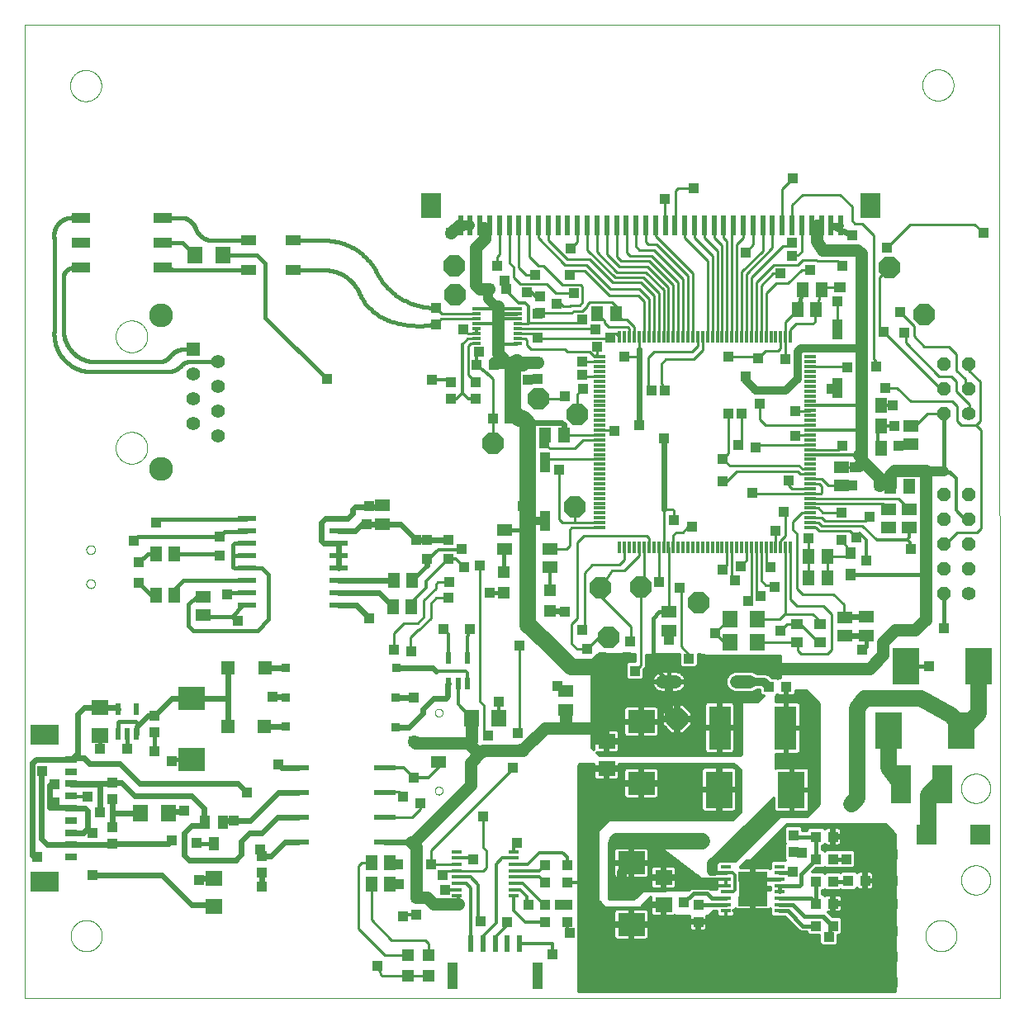
<source format=gtl>
G75*
%MOIN*%
%OFA0B0*%
%FSLAX25Y25*%
%IPPOS*%
%LPD*%
%AMOC8*
5,1,8,0,0,1.08239X$1,22.5*
%
%ADD10C,0.00000*%
%ADD11R,0.05906X0.05118*%
%ADD12R,0.11024X0.09449*%
%ADD13R,0.03937X0.04331*%
%ADD14R,0.06299X0.07087*%
%ADD15R,0.07087X0.06299*%
%ADD16R,0.04331X0.03937*%
%ADD17C,0.05600*%
%ADD18OC8,0.05600*%
%ADD19R,0.05512X0.05512*%
%ADD20C,0.05200*%
%ADD21R,0.11024X0.14961*%
%ADD22R,0.07874X0.15354*%
%ADD23R,0.08661X0.02362*%
%ADD24R,0.04134X0.01772*%
%ADD25R,0.11575X0.14094*%
%ADD26R,0.03900X0.01200*%
%ADD27R,0.05600X0.05600*%
%ADD28C,0.09600*%
%ADD29R,0.08858X0.17717*%
%ADD30R,0.05906X0.03937*%
%ADD31R,0.07500X0.04000*%
%ADD32R,0.02165X0.04724*%
%ADD33R,0.03543X0.03543*%
%ADD34R,0.03937X0.05512*%
%ADD35R,0.03500X0.01201*%
%ADD36R,0.05118X0.03150*%
%ADD37R,0.11811X0.08268*%
%ADD38R,0.02362X0.06693*%
%ADD39R,0.03937X0.10630*%
%ADD40R,0.08268X0.08268*%
%ADD41R,0.05118X0.04134*%
%ADD42R,0.01181X0.04724*%
%ADD43R,0.04724X0.01181*%
%ADD44R,0.04724X0.04724*%
%ADD45R,0.05118X0.05906*%
%ADD46R,0.04724X0.03937*%
%ADD47R,0.03937X0.04724*%
%ADD48R,0.03937X0.07874*%
%ADD49R,0.03937X0.03937*%
%ADD50R,0.07800X0.02200*%
%ADD51R,0.02362X0.07874*%
%ADD52R,0.07874X0.09843*%
%ADD53OC8,0.08500*%
%ADD54C,0.01200*%
%ADD55R,0.03962X0.03962*%
%ADD56C,0.01600*%
%ADD57C,0.01000*%
%ADD58C,0.02400*%
%ADD59C,0.05000*%
%ADD60C,0.04000*%
%ADD61C,0.06600*%
%ADD62C,0.03200*%
D10*
X0001800Y0003000D02*
X0001800Y0395961D01*
X0395251Y0395961D01*
X0395501Y0003000D01*
X0001800Y0003000D01*
X0020501Y0028000D02*
X0020503Y0028158D01*
X0020509Y0028316D01*
X0020519Y0028474D01*
X0020533Y0028632D01*
X0020551Y0028789D01*
X0020572Y0028946D01*
X0020598Y0029102D01*
X0020628Y0029258D01*
X0020661Y0029413D01*
X0020699Y0029566D01*
X0020740Y0029719D01*
X0020785Y0029871D01*
X0020834Y0030022D01*
X0020887Y0030171D01*
X0020943Y0030319D01*
X0021003Y0030465D01*
X0021067Y0030610D01*
X0021135Y0030753D01*
X0021206Y0030895D01*
X0021280Y0031035D01*
X0021358Y0031172D01*
X0021440Y0031308D01*
X0021524Y0031442D01*
X0021613Y0031573D01*
X0021704Y0031702D01*
X0021799Y0031829D01*
X0021896Y0031954D01*
X0021997Y0032076D01*
X0022101Y0032195D01*
X0022208Y0032312D01*
X0022318Y0032426D01*
X0022431Y0032537D01*
X0022546Y0032646D01*
X0022664Y0032751D01*
X0022785Y0032853D01*
X0022908Y0032953D01*
X0023034Y0033049D01*
X0023162Y0033142D01*
X0023292Y0033232D01*
X0023425Y0033318D01*
X0023560Y0033402D01*
X0023696Y0033481D01*
X0023835Y0033558D01*
X0023976Y0033630D01*
X0024118Y0033700D01*
X0024262Y0033765D01*
X0024408Y0033827D01*
X0024555Y0033885D01*
X0024704Y0033940D01*
X0024854Y0033991D01*
X0025005Y0034038D01*
X0025157Y0034081D01*
X0025310Y0034120D01*
X0025465Y0034156D01*
X0025620Y0034187D01*
X0025776Y0034215D01*
X0025932Y0034239D01*
X0026089Y0034259D01*
X0026247Y0034275D01*
X0026404Y0034287D01*
X0026563Y0034295D01*
X0026721Y0034299D01*
X0026879Y0034299D01*
X0027037Y0034295D01*
X0027196Y0034287D01*
X0027353Y0034275D01*
X0027511Y0034259D01*
X0027668Y0034239D01*
X0027824Y0034215D01*
X0027980Y0034187D01*
X0028135Y0034156D01*
X0028290Y0034120D01*
X0028443Y0034081D01*
X0028595Y0034038D01*
X0028746Y0033991D01*
X0028896Y0033940D01*
X0029045Y0033885D01*
X0029192Y0033827D01*
X0029338Y0033765D01*
X0029482Y0033700D01*
X0029624Y0033630D01*
X0029765Y0033558D01*
X0029904Y0033481D01*
X0030040Y0033402D01*
X0030175Y0033318D01*
X0030308Y0033232D01*
X0030438Y0033142D01*
X0030566Y0033049D01*
X0030692Y0032953D01*
X0030815Y0032853D01*
X0030936Y0032751D01*
X0031054Y0032646D01*
X0031169Y0032537D01*
X0031282Y0032426D01*
X0031392Y0032312D01*
X0031499Y0032195D01*
X0031603Y0032076D01*
X0031704Y0031954D01*
X0031801Y0031829D01*
X0031896Y0031702D01*
X0031987Y0031573D01*
X0032076Y0031442D01*
X0032160Y0031308D01*
X0032242Y0031172D01*
X0032320Y0031035D01*
X0032394Y0030895D01*
X0032465Y0030753D01*
X0032533Y0030610D01*
X0032597Y0030465D01*
X0032657Y0030319D01*
X0032713Y0030171D01*
X0032766Y0030022D01*
X0032815Y0029871D01*
X0032860Y0029719D01*
X0032901Y0029566D01*
X0032939Y0029413D01*
X0032972Y0029258D01*
X0033002Y0029102D01*
X0033028Y0028946D01*
X0033049Y0028789D01*
X0033067Y0028632D01*
X0033081Y0028474D01*
X0033091Y0028316D01*
X0033097Y0028158D01*
X0033099Y0028000D01*
X0033097Y0027842D01*
X0033091Y0027684D01*
X0033081Y0027526D01*
X0033067Y0027368D01*
X0033049Y0027211D01*
X0033028Y0027054D01*
X0033002Y0026898D01*
X0032972Y0026742D01*
X0032939Y0026587D01*
X0032901Y0026434D01*
X0032860Y0026281D01*
X0032815Y0026129D01*
X0032766Y0025978D01*
X0032713Y0025829D01*
X0032657Y0025681D01*
X0032597Y0025535D01*
X0032533Y0025390D01*
X0032465Y0025247D01*
X0032394Y0025105D01*
X0032320Y0024965D01*
X0032242Y0024828D01*
X0032160Y0024692D01*
X0032076Y0024558D01*
X0031987Y0024427D01*
X0031896Y0024298D01*
X0031801Y0024171D01*
X0031704Y0024046D01*
X0031603Y0023924D01*
X0031499Y0023805D01*
X0031392Y0023688D01*
X0031282Y0023574D01*
X0031169Y0023463D01*
X0031054Y0023354D01*
X0030936Y0023249D01*
X0030815Y0023147D01*
X0030692Y0023047D01*
X0030566Y0022951D01*
X0030438Y0022858D01*
X0030308Y0022768D01*
X0030175Y0022682D01*
X0030040Y0022598D01*
X0029904Y0022519D01*
X0029765Y0022442D01*
X0029624Y0022370D01*
X0029482Y0022300D01*
X0029338Y0022235D01*
X0029192Y0022173D01*
X0029045Y0022115D01*
X0028896Y0022060D01*
X0028746Y0022009D01*
X0028595Y0021962D01*
X0028443Y0021919D01*
X0028290Y0021880D01*
X0028135Y0021844D01*
X0027980Y0021813D01*
X0027824Y0021785D01*
X0027668Y0021761D01*
X0027511Y0021741D01*
X0027353Y0021725D01*
X0027196Y0021713D01*
X0027037Y0021705D01*
X0026879Y0021701D01*
X0026721Y0021701D01*
X0026563Y0021705D01*
X0026404Y0021713D01*
X0026247Y0021725D01*
X0026089Y0021741D01*
X0025932Y0021761D01*
X0025776Y0021785D01*
X0025620Y0021813D01*
X0025465Y0021844D01*
X0025310Y0021880D01*
X0025157Y0021919D01*
X0025005Y0021962D01*
X0024854Y0022009D01*
X0024704Y0022060D01*
X0024555Y0022115D01*
X0024408Y0022173D01*
X0024262Y0022235D01*
X0024118Y0022300D01*
X0023976Y0022370D01*
X0023835Y0022442D01*
X0023696Y0022519D01*
X0023560Y0022598D01*
X0023425Y0022682D01*
X0023292Y0022768D01*
X0023162Y0022858D01*
X0023034Y0022951D01*
X0022908Y0023047D01*
X0022785Y0023147D01*
X0022664Y0023249D01*
X0022546Y0023354D01*
X0022431Y0023463D01*
X0022318Y0023574D01*
X0022208Y0023688D01*
X0022101Y0023805D01*
X0021997Y0023924D01*
X0021896Y0024046D01*
X0021799Y0024171D01*
X0021704Y0024298D01*
X0021613Y0024427D01*
X0021524Y0024558D01*
X0021440Y0024692D01*
X0021358Y0024828D01*
X0021280Y0024965D01*
X0021206Y0025105D01*
X0021135Y0025247D01*
X0021067Y0025390D01*
X0021003Y0025535D01*
X0020943Y0025681D01*
X0020887Y0025829D01*
X0020834Y0025978D01*
X0020785Y0026129D01*
X0020740Y0026281D01*
X0020699Y0026434D01*
X0020661Y0026587D01*
X0020628Y0026742D01*
X0020598Y0026898D01*
X0020572Y0027054D01*
X0020551Y0027211D01*
X0020533Y0027368D01*
X0020519Y0027526D01*
X0020509Y0027684D01*
X0020503Y0027842D01*
X0020501Y0028000D01*
X0026778Y0170110D02*
X0026780Y0170194D01*
X0026786Y0170277D01*
X0026796Y0170360D01*
X0026810Y0170443D01*
X0026827Y0170525D01*
X0026849Y0170606D01*
X0026874Y0170685D01*
X0026903Y0170764D01*
X0026936Y0170841D01*
X0026972Y0170916D01*
X0027012Y0170990D01*
X0027055Y0171062D01*
X0027102Y0171131D01*
X0027152Y0171198D01*
X0027205Y0171263D01*
X0027261Y0171325D01*
X0027319Y0171385D01*
X0027381Y0171442D01*
X0027445Y0171495D01*
X0027512Y0171546D01*
X0027581Y0171593D01*
X0027652Y0171638D01*
X0027725Y0171678D01*
X0027800Y0171715D01*
X0027877Y0171749D01*
X0027955Y0171779D01*
X0028034Y0171805D01*
X0028115Y0171828D01*
X0028197Y0171846D01*
X0028279Y0171861D01*
X0028362Y0171872D01*
X0028445Y0171879D01*
X0028529Y0171882D01*
X0028613Y0171881D01*
X0028696Y0171876D01*
X0028780Y0171867D01*
X0028862Y0171854D01*
X0028944Y0171838D01*
X0029025Y0171817D01*
X0029106Y0171793D01*
X0029184Y0171765D01*
X0029262Y0171733D01*
X0029338Y0171697D01*
X0029412Y0171658D01*
X0029484Y0171616D01*
X0029554Y0171570D01*
X0029622Y0171521D01*
X0029687Y0171469D01*
X0029750Y0171414D01*
X0029810Y0171356D01*
X0029868Y0171295D01*
X0029922Y0171231D01*
X0029974Y0171165D01*
X0030022Y0171097D01*
X0030067Y0171026D01*
X0030108Y0170953D01*
X0030147Y0170879D01*
X0030181Y0170803D01*
X0030212Y0170725D01*
X0030239Y0170646D01*
X0030263Y0170565D01*
X0030282Y0170484D01*
X0030298Y0170402D01*
X0030310Y0170319D01*
X0030318Y0170235D01*
X0030322Y0170152D01*
X0030322Y0170068D01*
X0030318Y0169985D01*
X0030310Y0169901D01*
X0030298Y0169818D01*
X0030282Y0169736D01*
X0030263Y0169655D01*
X0030239Y0169574D01*
X0030212Y0169495D01*
X0030181Y0169417D01*
X0030147Y0169341D01*
X0030108Y0169267D01*
X0030067Y0169194D01*
X0030022Y0169123D01*
X0029974Y0169055D01*
X0029922Y0168989D01*
X0029868Y0168925D01*
X0029810Y0168864D01*
X0029750Y0168806D01*
X0029687Y0168751D01*
X0029622Y0168699D01*
X0029554Y0168650D01*
X0029484Y0168604D01*
X0029412Y0168562D01*
X0029338Y0168523D01*
X0029262Y0168487D01*
X0029184Y0168455D01*
X0029106Y0168427D01*
X0029025Y0168403D01*
X0028944Y0168382D01*
X0028862Y0168366D01*
X0028780Y0168353D01*
X0028696Y0168344D01*
X0028613Y0168339D01*
X0028529Y0168338D01*
X0028445Y0168341D01*
X0028362Y0168348D01*
X0028279Y0168359D01*
X0028197Y0168374D01*
X0028115Y0168392D01*
X0028034Y0168415D01*
X0027955Y0168441D01*
X0027877Y0168471D01*
X0027800Y0168505D01*
X0027725Y0168542D01*
X0027652Y0168582D01*
X0027581Y0168627D01*
X0027512Y0168674D01*
X0027445Y0168725D01*
X0027381Y0168778D01*
X0027319Y0168835D01*
X0027261Y0168895D01*
X0027205Y0168957D01*
X0027152Y0169022D01*
X0027102Y0169089D01*
X0027055Y0169158D01*
X0027012Y0169230D01*
X0026972Y0169304D01*
X0026936Y0169379D01*
X0026903Y0169456D01*
X0026874Y0169535D01*
X0026849Y0169614D01*
X0026827Y0169695D01*
X0026810Y0169777D01*
X0026796Y0169860D01*
X0026786Y0169943D01*
X0026780Y0170026D01*
X0026778Y0170110D01*
X0026778Y0183890D02*
X0026780Y0183974D01*
X0026786Y0184057D01*
X0026796Y0184140D01*
X0026810Y0184223D01*
X0026827Y0184305D01*
X0026849Y0184386D01*
X0026874Y0184465D01*
X0026903Y0184544D01*
X0026936Y0184621D01*
X0026972Y0184696D01*
X0027012Y0184770D01*
X0027055Y0184842D01*
X0027102Y0184911D01*
X0027152Y0184978D01*
X0027205Y0185043D01*
X0027261Y0185105D01*
X0027319Y0185165D01*
X0027381Y0185222D01*
X0027445Y0185275D01*
X0027512Y0185326D01*
X0027581Y0185373D01*
X0027652Y0185418D01*
X0027725Y0185458D01*
X0027800Y0185495D01*
X0027877Y0185529D01*
X0027955Y0185559D01*
X0028034Y0185585D01*
X0028115Y0185608D01*
X0028197Y0185626D01*
X0028279Y0185641D01*
X0028362Y0185652D01*
X0028445Y0185659D01*
X0028529Y0185662D01*
X0028613Y0185661D01*
X0028696Y0185656D01*
X0028780Y0185647D01*
X0028862Y0185634D01*
X0028944Y0185618D01*
X0029025Y0185597D01*
X0029106Y0185573D01*
X0029184Y0185545D01*
X0029262Y0185513D01*
X0029338Y0185477D01*
X0029412Y0185438D01*
X0029484Y0185396D01*
X0029554Y0185350D01*
X0029622Y0185301D01*
X0029687Y0185249D01*
X0029750Y0185194D01*
X0029810Y0185136D01*
X0029868Y0185075D01*
X0029922Y0185011D01*
X0029974Y0184945D01*
X0030022Y0184877D01*
X0030067Y0184806D01*
X0030108Y0184733D01*
X0030147Y0184659D01*
X0030181Y0184583D01*
X0030212Y0184505D01*
X0030239Y0184426D01*
X0030263Y0184345D01*
X0030282Y0184264D01*
X0030298Y0184182D01*
X0030310Y0184099D01*
X0030318Y0184015D01*
X0030322Y0183932D01*
X0030322Y0183848D01*
X0030318Y0183765D01*
X0030310Y0183681D01*
X0030298Y0183598D01*
X0030282Y0183516D01*
X0030263Y0183435D01*
X0030239Y0183354D01*
X0030212Y0183275D01*
X0030181Y0183197D01*
X0030147Y0183121D01*
X0030108Y0183047D01*
X0030067Y0182974D01*
X0030022Y0182903D01*
X0029974Y0182835D01*
X0029922Y0182769D01*
X0029868Y0182705D01*
X0029810Y0182644D01*
X0029750Y0182586D01*
X0029687Y0182531D01*
X0029622Y0182479D01*
X0029554Y0182430D01*
X0029484Y0182384D01*
X0029412Y0182342D01*
X0029338Y0182303D01*
X0029262Y0182267D01*
X0029184Y0182235D01*
X0029106Y0182207D01*
X0029025Y0182183D01*
X0028944Y0182162D01*
X0028862Y0182146D01*
X0028780Y0182133D01*
X0028696Y0182124D01*
X0028613Y0182119D01*
X0028529Y0182118D01*
X0028445Y0182121D01*
X0028362Y0182128D01*
X0028279Y0182139D01*
X0028197Y0182154D01*
X0028115Y0182172D01*
X0028034Y0182195D01*
X0027955Y0182221D01*
X0027877Y0182251D01*
X0027800Y0182285D01*
X0027725Y0182322D01*
X0027652Y0182362D01*
X0027581Y0182407D01*
X0027512Y0182454D01*
X0027445Y0182505D01*
X0027381Y0182558D01*
X0027319Y0182615D01*
X0027261Y0182675D01*
X0027205Y0182737D01*
X0027152Y0182802D01*
X0027102Y0182869D01*
X0027055Y0182938D01*
X0027012Y0183010D01*
X0026972Y0183084D01*
X0026936Y0183159D01*
X0026903Y0183236D01*
X0026874Y0183315D01*
X0026849Y0183394D01*
X0026827Y0183475D01*
X0026810Y0183557D01*
X0026796Y0183640D01*
X0026786Y0183723D01*
X0026780Y0183806D01*
X0026778Y0183890D01*
X0038650Y0225000D02*
X0038652Y0225160D01*
X0038658Y0225319D01*
X0038668Y0225478D01*
X0038682Y0225637D01*
X0038700Y0225796D01*
X0038721Y0225954D01*
X0038747Y0226111D01*
X0038777Y0226268D01*
X0038810Y0226424D01*
X0038848Y0226579D01*
X0038889Y0226733D01*
X0038934Y0226886D01*
X0038983Y0227038D01*
X0039036Y0227189D01*
X0039092Y0227338D01*
X0039153Y0227486D01*
X0039216Y0227632D01*
X0039284Y0227777D01*
X0039355Y0227920D01*
X0039429Y0228061D01*
X0039507Y0228200D01*
X0039589Y0228337D01*
X0039674Y0228472D01*
X0039762Y0228605D01*
X0039854Y0228736D01*
X0039948Y0228864D01*
X0040046Y0228990D01*
X0040147Y0229114D01*
X0040251Y0229235D01*
X0040358Y0229353D01*
X0040468Y0229469D01*
X0040581Y0229582D01*
X0040697Y0229692D01*
X0040815Y0229799D01*
X0040936Y0229903D01*
X0041060Y0230004D01*
X0041186Y0230102D01*
X0041314Y0230196D01*
X0041445Y0230288D01*
X0041578Y0230376D01*
X0041713Y0230461D01*
X0041850Y0230543D01*
X0041989Y0230621D01*
X0042130Y0230695D01*
X0042273Y0230766D01*
X0042418Y0230834D01*
X0042564Y0230897D01*
X0042712Y0230958D01*
X0042861Y0231014D01*
X0043012Y0231067D01*
X0043164Y0231116D01*
X0043317Y0231161D01*
X0043471Y0231202D01*
X0043626Y0231240D01*
X0043782Y0231273D01*
X0043939Y0231303D01*
X0044096Y0231329D01*
X0044254Y0231350D01*
X0044413Y0231368D01*
X0044572Y0231382D01*
X0044731Y0231392D01*
X0044890Y0231398D01*
X0045050Y0231400D01*
X0045210Y0231398D01*
X0045369Y0231392D01*
X0045528Y0231382D01*
X0045687Y0231368D01*
X0045846Y0231350D01*
X0046004Y0231329D01*
X0046161Y0231303D01*
X0046318Y0231273D01*
X0046474Y0231240D01*
X0046629Y0231202D01*
X0046783Y0231161D01*
X0046936Y0231116D01*
X0047088Y0231067D01*
X0047239Y0231014D01*
X0047388Y0230958D01*
X0047536Y0230897D01*
X0047682Y0230834D01*
X0047827Y0230766D01*
X0047970Y0230695D01*
X0048111Y0230621D01*
X0048250Y0230543D01*
X0048387Y0230461D01*
X0048522Y0230376D01*
X0048655Y0230288D01*
X0048786Y0230196D01*
X0048914Y0230102D01*
X0049040Y0230004D01*
X0049164Y0229903D01*
X0049285Y0229799D01*
X0049403Y0229692D01*
X0049519Y0229582D01*
X0049632Y0229469D01*
X0049742Y0229353D01*
X0049849Y0229235D01*
X0049953Y0229114D01*
X0050054Y0228990D01*
X0050152Y0228864D01*
X0050246Y0228736D01*
X0050338Y0228605D01*
X0050426Y0228472D01*
X0050511Y0228337D01*
X0050593Y0228200D01*
X0050671Y0228061D01*
X0050745Y0227920D01*
X0050816Y0227777D01*
X0050884Y0227632D01*
X0050947Y0227486D01*
X0051008Y0227338D01*
X0051064Y0227189D01*
X0051117Y0227038D01*
X0051166Y0226886D01*
X0051211Y0226733D01*
X0051252Y0226579D01*
X0051290Y0226424D01*
X0051323Y0226268D01*
X0051353Y0226111D01*
X0051379Y0225954D01*
X0051400Y0225796D01*
X0051418Y0225637D01*
X0051432Y0225478D01*
X0051442Y0225319D01*
X0051448Y0225160D01*
X0051450Y0225000D01*
X0051448Y0224840D01*
X0051442Y0224681D01*
X0051432Y0224522D01*
X0051418Y0224363D01*
X0051400Y0224204D01*
X0051379Y0224046D01*
X0051353Y0223889D01*
X0051323Y0223732D01*
X0051290Y0223576D01*
X0051252Y0223421D01*
X0051211Y0223267D01*
X0051166Y0223114D01*
X0051117Y0222962D01*
X0051064Y0222811D01*
X0051008Y0222662D01*
X0050947Y0222514D01*
X0050884Y0222368D01*
X0050816Y0222223D01*
X0050745Y0222080D01*
X0050671Y0221939D01*
X0050593Y0221800D01*
X0050511Y0221663D01*
X0050426Y0221528D01*
X0050338Y0221395D01*
X0050246Y0221264D01*
X0050152Y0221136D01*
X0050054Y0221010D01*
X0049953Y0220886D01*
X0049849Y0220765D01*
X0049742Y0220647D01*
X0049632Y0220531D01*
X0049519Y0220418D01*
X0049403Y0220308D01*
X0049285Y0220201D01*
X0049164Y0220097D01*
X0049040Y0219996D01*
X0048914Y0219898D01*
X0048786Y0219804D01*
X0048655Y0219712D01*
X0048522Y0219624D01*
X0048387Y0219539D01*
X0048250Y0219457D01*
X0048111Y0219379D01*
X0047970Y0219305D01*
X0047827Y0219234D01*
X0047682Y0219166D01*
X0047536Y0219103D01*
X0047388Y0219042D01*
X0047239Y0218986D01*
X0047088Y0218933D01*
X0046936Y0218884D01*
X0046783Y0218839D01*
X0046629Y0218798D01*
X0046474Y0218760D01*
X0046318Y0218727D01*
X0046161Y0218697D01*
X0046004Y0218671D01*
X0045846Y0218650D01*
X0045687Y0218632D01*
X0045528Y0218618D01*
X0045369Y0218608D01*
X0045210Y0218602D01*
X0045050Y0218600D01*
X0044890Y0218602D01*
X0044731Y0218608D01*
X0044572Y0218618D01*
X0044413Y0218632D01*
X0044254Y0218650D01*
X0044096Y0218671D01*
X0043939Y0218697D01*
X0043782Y0218727D01*
X0043626Y0218760D01*
X0043471Y0218798D01*
X0043317Y0218839D01*
X0043164Y0218884D01*
X0043012Y0218933D01*
X0042861Y0218986D01*
X0042712Y0219042D01*
X0042564Y0219103D01*
X0042418Y0219166D01*
X0042273Y0219234D01*
X0042130Y0219305D01*
X0041989Y0219379D01*
X0041850Y0219457D01*
X0041713Y0219539D01*
X0041578Y0219624D01*
X0041445Y0219712D01*
X0041314Y0219804D01*
X0041186Y0219898D01*
X0041060Y0219996D01*
X0040936Y0220097D01*
X0040815Y0220201D01*
X0040697Y0220308D01*
X0040581Y0220418D01*
X0040468Y0220531D01*
X0040358Y0220647D01*
X0040251Y0220765D01*
X0040147Y0220886D01*
X0040046Y0221010D01*
X0039948Y0221136D01*
X0039854Y0221264D01*
X0039762Y0221395D01*
X0039674Y0221528D01*
X0039589Y0221663D01*
X0039507Y0221800D01*
X0039429Y0221939D01*
X0039355Y0222080D01*
X0039284Y0222223D01*
X0039216Y0222368D01*
X0039153Y0222514D01*
X0039092Y0222662D01*
X0039036Y0222811D01*
X0038983Y0222962D01*
X0038934Y0223114D01*
X0038889Y0223267D01*
X0038848Y0223421D01*
X0038810Y0223576D01*
X0038777Y0223732D01*
X0038747Y0223889D01*
X0038721Y0224046D01*
X0038700Y0224204D01*
X0038682Y0224363D01*
X0038668Y0224522D01*
X0038658Y0224681D01*
X0038652Y0224840D01*
X0038650Y0225000D01*
X0038650Y0270000D02*
X0038652Y0270160D01*
X0038658Y0270319D01*
X0038668Y0270478D01*
X0038682Y0270637D01*
X0038700Y0270796D01*
X0038721Y0270954D01*
X0038747Y0271111D01*
X0038777Y0271268D01*
X0038810Y0271424D01*
X0038848Y0271579D01*
X0038889Y0271733D01*
X0038934Y0271886D01*
X0038983Y0272038D01*
X0039036Y0272189D01*
X0039092Y0272338D01*
X0039153Y0272486D01*
X0039216Y0272632D01*
X0039284Y0272777D01*
X0039355Y0272920D01*
X0039429Y0273061D01*
X0039507Y0273200D01*
X0039589Y0273337D01*
X0039674Y0273472D01*
X0039762Y0273605D01*
X0039854Y0273736D01*
X0039948Y0273864D01*
X0040046Y0273990D01*
X0040147Y0274114D01*
X0040251Y0274235D01*
X0040358Y0274353D01*
X0040468Y0274469D01*
X0040581Y0274582D01*
X0040697Y0274692D01*
X0040815Y0274799D01*
X0040936Y0274903D01*
X0041060Y0275004D01*
X0041186Y0275102D01*
X0041314Y0275196D01*
X0041445Y0275288D01*
X0041578Y0275376D01*
X0041713Y0275461D01*
X0041850Y0275543D01*
X0041989Y0275621D01*
X0042130Y0275695D01*
X0042273Y0275766D01*
X0042418Y0275834D01*
X0042564Y0275897D01*
X0042712Y0275958D01*
X0042861Y0276014D01*
X0043012Y0276067D01*
X0043164Y0276116D01*
X0043317Y0276161D01*
X0043471Y0276202D01*
X0043626Y0276240D01*
X0043782Y0276273D01*
X0043939Y0276303D01*
X0044096Y0276329D01*
X0044254Y0276350D01*
X0044413Y0276368D01*
X0044572Y0276382D01*
X0044731Y0276392D01*
X0044890Y0276398D01*
X0045050Y0276400D01*
X0045210Y0276398D01*
X0045369Y0276392D01*
X0045528Y0276382D01*
X0045687Y0276368D01*
X0045846Y0276350D01*
X0046004Y0276329D01*
X0046161Y0276303D01*
X0046318Y0276273D01*
X0046474Y0276240D01*
X0046629Y0276202D01*
X0046783Y0276161D01*
X0046936Y0276116D01*
X0047088Y0276067D01*
X0047239Y0276014D01*
X0047388Y0275958D01*
X0047536Y0275897D01*
X0047682Y0275834D01*
X0047827Y0275766D01*
X0047970Y0275695D01*
X0048111Y0275621D01*
X0048250Y0275543D01*
X0048387Y0275461D01*
X0048522Y0275376D01*
X0048655Y0275288D01*
X0048786Y0275196D01*
X0048914Y0275102D01*
X0049040Y0275004D01*
X0049164Y0274903D01*
X0049285Y0274799D01*
X0049403Y0274692D01*
X0049519Y0274582D01*
X0049632Y0274469D01*
X0049742Y0274353D01*
X0049849Y0274235D01*
X0049953Y0274114D01*
X0050054Y0273990D01*
X0050152Y0273864D01*
X0050246Y0273736D01*
X0050338Y0273605D01*
X0050426Y0273472D01*
X0050511Y0273337D01*
X0050593Y0273200D01*
X0050671Y0273061D01*
X0050745Y0272920D01*
X0050816Y0272777D01*
X0050884Y0272632D01*
X0050947Y0272486D01*
X0051008Y0272338D01*
X0051064Y0272189D01*
X0051117Y0272038D01*
X0051166Y0271886D01*
X0051211Y0271733D01*
X0051252Y0271579D01*
X0051290Y0271424D01*
X0051323Y0271268D01*
X0051353Y0271111D01*
X0051379Y0270954D01*
X0051400Y0270796D01*
X0051418Y0270637D01*
X0051432Y0270478D01*
X0051442Y0270319D01*
X0051448Y0270160D01*
X0051450Y0270000D01*
X0051448Y0269840D01*
X0051442Y0269681D01*
X0051432Y0269522D01*
X0051418Y0269363D01*
X0051400Y0269204D01*
X0051379Y0269046D01*
X0051353Y0268889D01*
X0051323Y0268732D01*
X0051290Y0268576D01*
X0051252Y0268421D01*
X0051211Y0268267D01*
X0051166Y0268114D01*
X0051117Y0267962D01*
X0051064Y0267811D01*
X0051008Y0267662D01*
X0050947Y0267514D01*
X0050884Y0267368D01*
X0050816Y0267223D01*
X0050745Y0267080D01*
X0050671Y0266939D01*
X0050593Y0266800D01*
X0050511Y0266663D01*
X0050426Y0266528D01*
X0050338Y0266395D01*
X0050246Y0266264D01*
X0050152Y0266136D01*
X0050054Y0266010D01*
X0049953Y0265886D01*
X0049849Y0265765D01*
X0049742Y0265647D01*
X0049632Y0265531D01*
X0049519Y0265418D01*
X0049403Y0265308D01*
X0049285Y0265201D01*
X0049164Y0265097D01*
X0049040Y0264996D01*
X0048914Y0264898D01*
X0048786Y0264804D01*
X0048655Y0264712D01*
X0048522Y0264624D01*
X0048387Y0264539D01*
X0048250Y0264457D01*
X0048111Y0264379D01*
X0047970Y0264305D01*
X0047827Y0264234D01*
X0047682Y0264166D01*
X0047536Y0264103D01*
X0047388Y0264042D01*
X0047239Y0263986D01*
X0047088Y0263933D01*
X0046936Y0263884D01*
X0046783Y0263839D01*
X0046629Y0263798D01*
X0046474Y0263760D01*
X0046318Y0263727D01*
X0046161Y0263697D01*
X0046004Y0263671D01*
X0045846Y0263650D01*
X0045687Y0263632D01*
X0045528Y0263618D01*
X0045369Y0263608D01*
X0045210Y0263602D01*
X0045050Y0263600D01*
X0044890Y0263602D01*
X0044731Y0263608D01*
X0044572Y0263618D01*
X0044413Y0263632D01*
X0044254Y0263650D01*
X0044096Y0263671D01*
X0043939Y0263697D01*
X0043782Y0263727D01*
X0043626Y0263760D01*
X0043471Y0263798D01*
X0043317Y0263839D01*
X0043164Y0263884D01*
X0043012Y0263933D01*
X0042861Y0263986D01*
X0042712Y0264042D01*
X0042564Y0264103D01*
X0042418Y0264166D01*
X0042273Y0264234D01*
X0042130Y0264305D01*
X0041989Y0264379D01*
X0041850Y0264457D01*
X0041713Y0264539D01*
X0041578Y0264624D01*
X0041445Y0264712D01*
X0041314Y0264804D01*
X0041186Y0264898D01*
X0041060Y0264996D01*
X0040936Y0265097D01*
X0040815Y0265201D01*
X0040697Y0265308D01*
X0040581Y0265418D01*
X0040468Y0265531D01*
X0040358Y0265647D01*
X0040251Y0265765D01*
X0040147Y0265886D01*
X0040046Y0266010D01*
X0039948Y0266136D01*
X0039854Y0266264D01*
X0039762Y0266395D01*
X0039674Y0266528D01*
X0039589Y0266663D01*
X0039507Y0266800D01*
X0039429Y0266939D01*
X0039355Y0267080D01*
X0039284Y0267223D01*
X0039216Y0267368D01*
X0039153Y0267514D01*
X0039092Y0267662D01*
X0039036Y0267811D01*
X0038983Y0267962D01*
X0038934Y0268114D01*
X0038889Y0268267D01*
X0038848Y0268421D01*
X0038810Y0268576D01*
X0038777Y0268732D01*
X0038747Y0268889D01*
X0038721Y0269046D01*
X0038700Y0269204D01*
X0038682Y0269363D01*
X0038668Y0269522D01*
X0038658Y0269681D01*
X0038652Y0269840D01*
X0038650Y0270000D01*
X0020251Y0371250D02*
X0020253Y0371408D01*
X0020259Y0371566D01*
X0020269Y0371724D01*
X0020283Y0371882D01*
X0020301Y0372039D01*
X0020322Y0372196D01*
X0020348Y0372352D01*
X0020378Y0372508D01*
X0020411Y0372663D01*
X0020449Y0372816D01*
X0020490Y0372969D01*
X0020535Y0373121D01*
X0020584Y0373272D01*
X0020637Y0373421D01*
X0020693Y0373569D01*
X0020753Y0373715D01*
X0020817Y0373860D01*
X0020885Y0374003D01*
X0020956Y0374145D01*
X0021030Y0374285D01*
X0021108Y0374422D01*
X0021190Y0374558D01*
X0021274Y0374692D01*
X0021363Y0374823D01*
X0021454Y0374952D01*
X0021549Y0375079D01*
X0021646Y0375204D01*
X0021747Y0375326D01*
X0021851Y0375445D01*
X0021958Y0375562D01*
X0022068Y0375676D01*
X0022181Y0375787D01*
X0022296Y0375896D01*
X0022414Y0376001D01*
X0022535Y0376103D01*
X0022658Y0376203D01*
X0022784Y0376299D01*
X0022912Y0376392D01*
X0023042Y0376482D01*
X0023175Y0376568D01*
X0023310Y0376652D01*
X0023446Y0376731D01*
X0023585Y0376808D01*
X0023726Y0376880D01*
X0023868Y0376950D01*
X0024012Y0377015D01*
X0024158Y0377077D01*
X0024305Y0377135D01*
X0024454Y0377190D01*
X0024604Y0377241D01*
X0024755Y0377288D01*
X0024907Y0377331D01*
X0025060Y0377370D01*
X0025215Y0377406D01*
X0025370Y0377437D01*
X0025526Y0377465D01*
X0025682Y0377489D01*
X0025839Y0377509D01*
X0025997Y0377525D01*
X0026154Y0377537D01*
X0026313Y0377545D01*
X0026471Y0377549D01*
X0026629Y0377549D01*
X0026787Y0377545D01*
X0026946Y0377537D01*
X0027103Y0377525D01*
X0027261Y0377509D01*
X0027418Y0377489D01*
X0027574Y0377465D01*
X0027730Y0377437D01*
X0027885Y0377406D01*
X0028040Y0377370D01*
X0028193Y0377331D01*
X0028345Y0377288D01*
X0028496Y0377241D01*
X0028646Y0377190D01*
X0028795Y0377135D01*
X0028942Y0377077D01*
X0029088Y0377015D01*
X0029232Y0376950D01*
X0029374Y0376880D01*
X0029515Y0376808D01*
X0029654Y0376731D01*
X0029790Y0376652D01*
X0029925Y0376568D01*
X0030058Y0376482D01*
X0030188Y0376392D01*
X0030316Y0376299D01*
X0030442Y0376203D01*
X0030565Y0376103D01*
X0030686Y0376001D01*
X0030804Y0375896D01*
X0030919Y0375787D01*
X0031032Y0375676D01*
X0031142Y0375562D01*
X0031249Y0375445D01*
X0031353Y0375326D01*
X0031454Y0375204D01*
X0031551Y0375079D01*
X0031646Y0374952D01*
X0031737Y0374823D01*
X0031826Y0374692D01*
X0031910Y0374558D01*
X0031992Y0374422D01*
X0032070Y0374285D01*
X0032144Y0374145D01*
X0032215Y0374003D01*
X0032283Y0373860D01*
X0032347Y0373715D01*
X0032407Y0373569D01*
X0032463Y0373421D01*
X0032516Y0373272D01*
X0032565Y0373121D01*
X0032610Y0372969D01*
X0032651Y0372816D01*
X0032689Y0372663D01*
X0032722Y0372508D01*
X0032752Y0372352D01*
X0032778Y0372196D01*
X0032799Y0372039D01*
X0032817Y0371882D01*
X0032831Y0371724D01*
X0032841Y0371566D01*
X0032847Y0371408D01*
X0032849Y0371250D01*
X0032847Y0371092D01*
X0032841Y0370934D01*
X0032831Y0370776D01*
X0032817Y0370618D01*
X0032799Y0370461D01*
X0032778Y0370304D01*
X0032752Y0370148D01*
X0032722Y0369992D01*
X0032689Y0369837D01*
X0032651Y0369684D01*
X0032610Y0369531D01*
X0032565Y0369379D01*
X0032516Y0369228D01*
X0032463Y0369079D01*
X0032407Y0368931D01*
X0032347Y0368785D01*
X0032283Y0368640D01*
X0032215Y0368497D01*
X0032144Y0368355D01*
X0032070Y0368215D01*
X0031992Y0368078D01*
X0031910Y0367942D01*
X0031826Y0367808D01*
X0031737Y0367677D01*
X0031646Y0367548D01*
X0031551Y0367421D01*
X0031454Y0367296D01*
X0031353Y0367174D01*
X0031249Y0367055D01*
X0031142Y0366938D01*
X0031032Y0366824D01*
X0030919Y0366713D01*
X0030804Y0366604D01*
X0030686Y0366499D01*
X0030565Y0366397D01*
X0030442Y0366297D01*
X0030316Y0366201D01*
X0030188Y0366108D01*
X0030058Y0366018D01*
X0029925Y0365932D01*
X0029790Y0365848D01*
X0029654Y0365769D01*
X0029515Y0365692D01*
X0029374Y0365620D01*
X0029232Y0365550D01*
X0029088Y0365485D01*
X0028942Y0365423D01*
X0028795Y0365365D01*
X0028646Y0365310D01*
X0028496Y0365259D01*
X0028345Y0365212D01*
X0028193Y0365169D01*
X0028040Y0365130D01*
X0027885Y0365094D01*
X0027730Y0365063D01*
X0027574Y0365035D01*
X0027418Y0365011D01*
X0027261Y0364991D01*
X0027103Y0364975D01*
X0026946Y0364963D01*
X0026787Y0364955D01*
X0026629Y0364951D01*
X0026471Y0364951D01*
X0026313Y0364955D01*
X0026154Y0364963D01*
X0025997Y0364975D01*
X0025839Y0364991D01*
X0025682Y0365011D01*
X0025526Y0365035D01*
X0025370Y0365063D01*
X0025215Y0365094D01*
X0025060Y0365130D01*
X0024907Y0365169D01*
X0024755Y0365212D01*
X0024604Y0365259D01*
X0024454Y0365310D01*
X0024305Y0365365D01*
X0024158Y0365423D01*
X0024012Y0365485D01*
X0023868Y0365550D01*
X0023726Y0365620D01*
X0023585Y0365692D01*
X0023446Y0365769D01*
X0023310Y0365848D01*
X0023175Y0365932D01*
X0023042Y0366018D01*
X0022912Y0366108D01*
X0022784Y0366201D01*
X0022658Y0366297D01*
X0022535Y0366397D01*
X0022414Y0366499D01*
X0022296Y0366604D01*
X0022181Y0366713D01*
X0022068Y0366824D01*
X0021958Y0366938D01*
X0021851Y0367055D01*
X0021747Y0367174D01*
X0021646Y0367296D01*
X0021549Y0367421D01*
X0021454Y0367548D01*
X0021363Y0367677D01*
X0021274Y0367808D01*
X0021190Y0367942D01*
X0021108Y0368078D01*
X0021030Y0368215D01*
X0020956Y0368355D01*
X0020885Y0368497D01*
X0020817Y0368640D01*
X0020753Y0368785D01*
X0020693Y0368931D01*
X0020637Y0369079D01*
X0020584Y0369228D01*
X0020535Y0369379D01*
X0020490Y0369531D01*
X0020449Y0369684D01*
X0020411Y0369837D01*
X0020378Y0369992D01*
X0020348Y0370148D01*
X0020322Y0370304D01*
X0020301Y0370461D01*
X0020283Y0370618D01*
X0020269Y0370776D01*
X0020259Y0370934D01*
X0020253Y0371092D01*
X0020251Y0371250D01*
X0167493Y0118073D02*
X0167495Y0118152D01*
X0167501Y0118231D01*
X0167511Y0118310D01*
X0167525Y0118388D01*
X0167542Y0118465D01*
X0167564Y0118541D01*
X0167589Y0118616D01*
X0167619Y0118689D01*
X0167651Y0118761D01*
X0167688Y0118832D01*
X0167728Y0118900D01*
X0167771Y0118966D01*
X0167817Y0119030D01*
X0167867Y0119092D01*
X0167920Y0119151D01*
X0167975Y0119207D01*
X0168034Y0119261D01*
X0168095Y0119311D01*
X0168158Y0119359D01*
X0168224Y0119403D01*
X0168292Y0119444D01*
X0168362Y0119481D01*
X0168433Y0119515D01*
X0168507Y0119545D01*
X0168581Y0119571D01*
X0168657Y0119593D01*
X0168734Y0119612D01*
X0168812Y0119627D01*
X0168890Y0119638D01*
X0168969Y0119645D01*
X0169048Y0119648D01*
X0169127Y0119647D01*
X0169206Y0119642D01*
X0169285Y0119633D01*
X0169363Y0119620D01*
X0169440Y0119603D01*
X0169517Y0119583D01*
X0169592Y0119558D01*
X0169666Y0119530D01*
X0169739Y0119498D01*
X0169809Y0119463D01*
X0169878Y0119424D01*
X0169945Y0119381D01*
X0170010Y0119335D01*
X0170072Y0119287D01*
X0170132Y0119235D01*
X0170189Y0119180D01*
X0170243Y0119122D01*
X0170294Y0119062D01*
X0170342Y0118999D01*
X0170387Y0118934D01*
X0170429Y0118866D01*
X0170467Y0118797D01*
X0170501Y0118726D01*
X0170532Y0118653D01*
X0170560Y0118578D01*
X0170583Y0118503D01*
X0170603Y0118426D01*
X0170619Y0118349D01*
X0170631Y0118270D01*
X0170639Y0118192D01*
X0170643Y0118113D01*
X0170643Y0118033D01*
X0170639Y0117954D01*
X0170631Y0117876D01*
X0170619Y0117797D01*
X0170603Y0117720D01*
X0170583Y0117643D01*
X0170560Y0117568D01*
X0170532Y0117493D01*
X0170501Y0117420D01*
X0170467Y0117349D01*
X0170429Y0117280D01*
X0170387Y0117212D01*
X0170342Y0117147D01*
X0170294Y0117084D01*
X0170243Y0117024D01*
X0170189Y0116966D01*
X0170132Y0116911D01*
X0170072Y0116859D01*
X0170010Y0116811D01*
X0169945Y0116765D01*
X0169878Y0116722D01*
X0169809Y0116683D01*
X0169739Y0116648D01*
X0169666Y0116616D01*
X0169592Y0116588D01*
X0169517Y0116563D01*
X0169440Y0116543D01*
X0169363Y0116526D01*
X0169285Y0116513D01*
X0169206Y0116504D01*
X0169127Y0116499D01*
X0169048Y0116498D01*
X0168969Y0116501D01*
X0168890Y0116508D01*
X0168812Y0116519D01*
X0168734Y0116534D01*
X0168657Y0116553D01*
X0168581Y0116575D01*
X0168507Y0116601D01*
X0168433Y0116631D01*
X0168362Y0116665D01*
X0168292Y0116702D01*
X0168224Y0116743D01*
X0168158Y0116787D01*
X0168095Y0116835D01*
X0168034Y0116885D01*
X0167975Y0116939D01*
X0167920Y0116995D01*
X0167867Y0117054D01*
X0167817Y0117116D01*
X0167771Y0117180D01*
X0167728Y0117246D01*
X0167688Y0117314D01*
X0167651Y0117385D01*
X0167619Y0117457D01*
X0167589Y0117530D01*
X0167564Y0117605D01*
X0167542Y0117681D01*
X0167525Y0117758D01*
X0167511Y0117836D01*
X0167501Y0117915D01*
X0167495Y0117994D01*
X0167493Y0118073D01*
X0167493Y0086577D02*
X0167495Y0086656D01*
X0167501Y0086735D01*
X0167511Y0086814D01*
X0167525Y0086892D01*
X0167542Y0086969D01*
X0167564Y0087045D01*
X0167589Y0087120D01*
X0167619Y0087193D01*
X0167651Y0087265D01*
X0167688Y0087336D01*
X0167728Y0087404D01*
X0167771Y0087470D01*
X0167817Y0087534D01*
X0167867Y0087596D01*
X0167920Y0087655D01*
X0167975Y0087711D01*
X0168034Y0087765D01*
X0168095Y0087815D01*
X0168158Y0087863D01*
X0168224Y0087907D01*
X0168292Y0087948D01*
X0168362Y0087985D01*
X0168433Y0088019D01*
X0168507Y0088049D01*
X0168581Y0088075D01*
X0168657Y0088097D01*
X0168734Y0088116D01*
X0168812Y0088131D01*
X0168890Y0088142D01*
X0168969Y0088149D01*
X0169048Y0088152D01*
X0169127Y0088151D01*
X0169206Y0088146D01*
X0169285Y0088137D01*
X0169363Y0088124D01*
X0169440Y0088107D01*
X0169517Y0088087D01*
X0169592Y0088062D01*
X0169666Y0088034D01*
X0169739Y0088002D01*
X0169809Y0087967D01*
X0169878Y0087928D01*
X0169945Y0087885D01*
X0170010Y0087839D01*
X0170072Y0087791D01*
X0170132Y0087739D01*
X0170189Y0087684D01*
X0170243Y0087626D01*
X0170294Y0087566D01*
X0170342Y0087503D01*
X0170387Y0087438D01*
X0170429Y0087370D01*
X0170467Y0087301D01*
X0170501Y0087230D01*
X0170532Y0087157D01*
X0170560Y0087082D01*
X0170583Y0087007D01*
X0170603Y0086930D01*
X0170619Y0086853D01*
X0170631Y0086774D01*
X0170639Y0086696D01*
X0170643Y0086617D01*
X0170643Y0086537D01*
X0170639Y0086458D01*
X0170631Y0086380D01*
X0170619Y0086301D01*
X0170603Y0086224D01*
X0170583Y0086147D01*
X0170560Y0086072D01*
X0170532Y0085997D01*
X0170501Y0085924D01*
X0170467Y0085853D01*
X0170429Y0085784D01*
X0170387Y0085716D01*
X0170342Y0085651D01*
X0170294Y0085588D01*
X0170243Y0085528D01*
X0170189Y0085470D01*
X0170132Y0085415D01*
X0170072Y0085363D01*
X0170010Y0085315D01*
X0169945Y0085269D01*
X0169878Y0085226D01*
X0169809Y0085187D01*
X0169739Y0085152D01*
X0169666Y0085120D01*
X0169592Y0085092D01*
X0169517Y0085067D01*
X0169440Y0085047D01*
X0169363Y0085030D01*
X0169285Y0085017D01*
X0169206Y0085008D01*
X0169127Y0085003D01*
X0169048Y0085002D01*
X0168969Y0085005D01*
X0168890Y0085012D01*
X0168812Y0085023D01*
X0168734Y0085038D01*
X0168657Y0085057D01*
X0168581Y0085079D01*
X0168507Y0085105D01*
X0168433Y0085135D01*
X0168362Y0085169D01*
X0168292Y0085206D01*
X0168224Y0085247D01*
X0168158Y0085291D01*
X0168095Y0085339D01*
X0168034Y0085389D01*
X0167975Y0085443D01*
X0167920Y0085499D01*
X0167867Y0085558D01*
X0167817Y0085620D01*
X0167771Y0085684D01*
X0167728Y0085750D01*
X0167688Y0085818D01*
X0167651Y0085889D01*
X0167619Y0085961D01*
X0167589Y0086034D01*
X0167564Y0086109D01*
X0167542Y0086185D01*
X0167525Y0086262D01*
X0167511Y0086340D01*
X0167501Y0086419D01*
X0167495Y0086498D01*
X0167493Y0086577D01*
X0365501Y0028000D02*
X0365503Y0028158D01*
X0365509Y0028316D01*
X0365519Y0028474D01*
X0365533Y0028632D01*
X0365551Y0028789D01*
X0365572Y0028946D01*
X0365598Y0029102D01*
X0365628Y0029258D01*
X0365661Y0029413D01*
X0365699Y0029566D01*
X0365740Y0029719D01*
X0365785Y0029871D01*
X0365834Y0030022D01*
X0365887Y0030171D01*
X0365943Y0030319D01*
X0366003Y0030465D01*
X0366067Y0030610D01*
X0366135Y0030753D01*
X0366206Y0030895D01*
X0366280Y0031035D01*
X0366358Y0031172D01*
X0366440Y0031308D01*
X0366524Y0031442D01*
X0366613Y0031573D01*
X0366704Y0031702D01*
X0366799Y0031829D01*
X0366896Y0031954D01*
X0366997Y0032076D01*
X0367101Y0032195D01*
X0367208Y0032312D01*
X0367318Y0032426D01*
X0367431Y0032537D01*
X0367546Y0032646D01*
X0367664Y0032751D01*
X0367785Y0032853D01*
X0367908Y0032953D01*
X0368034Y0033049D01*
X0368162Y0033142D01*
X0368292Y0033232D01*
X0368425Y0033318D01*
X0368560Y0033402D01*
X0368696Y0033481D01*
X0368835Y0033558D01*
X0368976Y0033630D01*
X0369118Y0033700D01*
X0369262Y0033765D01*
X0369408Y0033827D01*
X0369555Y0033885D01*
X0369704Y0033940D01*
X0369854Y0033991D01*
X0370005Y0034038D01*
X0370157Y0034081D01*
X0370310Y0034120D01*
X0370465Y0034156D01*
X0370620Y0034187D01*
X0370776Y0034215D01*
X0370932Y0034239D01*
X0371089Y0034259D01*
X0371247Y0034275D01*
X0371404Y0034287D01*
X0371563Y0034295D01*
X0371721Y0034299D01*
X0371879Y0034299D01*
X0372037Y0034295D01*
X0372196Y0034287D01*
X0372353Y0034275D01*
X0372511Y0034259D01*
X0372668Y0034239D01*
X0372824Y0034215D01*
X0372980Y0034187D01*
X0373135Y0034156D01*
X0373290Y0034120D01*
X0373443Y0034081D01*
X0373595Y0034038D01*
X0373746Y0033991D01*
X0373896Y0033940D01*
X0374045Y0033885D01*
X0374192Y0033827D01*
X0374338Y0033765D01*
X0374482Y0033700D01*
X0374624Y0033630D01*
X0374765Y0033558D01*
X0374904Y0033481D01*
X0375040Y0033402D01*
X0375175Y0033318D01*
X0375308Y0033232D01*
X0375438Y0033142D01*
X0375566Y0033049D01*
X0375692Y0032953D01*
X0375815Y0032853D01*
X0375936Y0032751D01*
X0376054Y0032646D01*
X0376169Y0032537D01*
X0376282Y0032426D01*
X0376392Y0032312D01*
X0376499Y0032195D01*
X0376603Y0032076D01*
X0376704Y0031954D01*
X0376801Y0031829D01*
X0376896Y0031702D01*
X0376987Y0031573D01*
X0377076Y0031442D01*
X0377160Y0031308D01*
X0377242Y0031172D01*
X0377320Y0031035D01*
X0377394Y0030895D01*
X0377465Y0030753D01*
X0377533Y0030610D01*
X0377597Y0030465D01*
X0377657Y0030319D01*
X0377713Y0030171D01*
X0377766Y0030022D01*
X0377815Y0029871D01*
X0377860Y0029719D01*
X0377901Y0029566D01*
X0377939Y0029413D01*
X0377972Y0029258D01*
X0378002Y0029102D01*
X0378028Y0028946D01*
X0378049Y0028789D01*
X0378067Y0028632D01*
X0378081Y0028474D01*
X0378091Y0028316D01*
X0378097Y0028158D01*
X0378099Y0028000D01*
X0378097Y0027842D01*
X0378091Y0027684D01*
X0378081Y0027526D01*
X0378067Y0027368D01*
X0378049Y0027211D01*
X0378028Y0027054D01*
X0378002Y0026898D01*
X0377972Y0026742D01*
X0377939Y0026587D01*
X0377901Y0026434D01*
X0377860Y0026281D01*
X0377815Y0026129D01*
X0377766Y0025978D01*
X0377713Y0025829D01*
X0377657Y0025681D01*
X0377597Y0025535D01*
X0377533Y0025390D01*
X0377465Y0025247D01*
X0377394Y0025105D01*
X0377320Y0024965D01*
X0377242Y0024828D01*
X0377160Y0024692D01*
X0377076Y0024558D01*
X0376987Y0024427D01*
X0376896Y0024298D01*
X0376801Y0024171D01*
X0376704Y0024046D01*
X0376603Y0023924D01*
X0376499Y0023805D01*
X0376392Y0023688D01*
X0376282Y0023574D01*
X0376169Y0023463D01*
X0376054Y0023354D01*
X0375936Y0023249D01*
X0375815Y0023147D01*
X0375692Y0023047D01*
X0375566Y0022951D01*
X0375438Y0022858D01*
X0375308Y0022768D01*
X0375175Y0022682D01*
X0375040Y0022598D01*
X0374904Y0022519D01*
X0374765Y0022442D01*
X0374624Y0022370D01*
X0374482Y0022300D01*
X0374338Y0022235D01*
X0374192Y0022173D01*
X0374045Y0022115D01*
X0373896Y0022060D01*
X0373746Y0022009D01*
X0373595Y0021962D01*
X0373443Y0021919D01*
X0373290Y0021880D01*
X0373135Y0021844D01*
X0372980Y0021813D01*
X0372824Y0021785D01*
X0372668Y0021761D01*
X0372511Y0021741D01*
X0372353Y0021725D01*
X0372196Y0021713D01*
X0372037Y0021705D01*
X0371879Y0021701D01*
X0371721Y0021701D01*
X0371563Y0021705D01*
X0371404Y0021713D01*
X0371247Y0021725D01*
X0371089Y0021741D01*
X0370932Y0021761D01*
X0370776Y0021785D01*
X0370620Y0021813D01*
X0370465Y0021844D01*
X0370310Y0021880D01*
X0370157Y0021919D01*
X0370005Y0021962D01*
X0369854Y0022009D01*
X0369704Y0022060D01*
X0369555Y0022115D01*
X0369408Y0022173D01*
X0369262Y0022235D01*
X0369118Y0022300D01*
X0368976Y0022370D01*
X0368835Y0022442D01*
X0368696Y0022519D01*
X0368560Y0022598D01*
X0368425Y0022682D01*
X0368292Y0022768D01*
X0368162Y0022858D01*
X0368034Y0022951D01*
X0367908Y0023047D01*
X0367785Y0023147D01*
X0367664Y0023249D01*
X0367546Y0023354D01*
X0367431Y0023463D01*
X0367318Y0023574D01*
X0367208Y0023688D01*
X0367101Y0023805D01*
X0366997Y0023924D01*
X0366896Y0024046D01*
X0366799Y0024171D01*
X0366704Y0024298D01*
X0366613Y0024427D01*
X0366524Y0024558D01*
X0366440Y0024692D01*
X0366358Y0024828D01*
X0366280Y0024965D01*
X0366206Y0025105D01*
X0366135Y0025247D01*
X0366067Y0025390D01*
X0366003Y0025535D01*
X0365943Y0025681D01*
X0365887Y0025829D01*
X0365834Y0025978D01*
X0365785Y0026129D01*
X0365740Y0026281D01*
X0365699Y0026434D01*
X0365661Y0026587D01*
X0365628Y0026742D01*
X0365598Y0026898D01*
X0365572Y0027054D01*
X0365551Y0027211D01*
X0365533Y0027368D01*
X0365519Y0027526D01*
X0365509Y0027684D01*
X0365503Y0027842D01*
X0365501Y0028000D01*
X0379910Y0050496D02*
X0379912Y0050649D01*
X0379918Y0050803D01*
X0379928Y0050956D01*
X0379942Y0051108D01*
X0379960Y0051261D01*
X0379982Y0051412D01*
X0380007Y0051563D01*
X0380037Y0051714D01*
X0380071Y0051864D01*
X0380108Y0052012D01*
X0380149Y0052160D01*
X0380194Y0052306D01*
X0380243Y0052452D01*
X0380296Y0052596D01*
X0380352Y0052738D01*
X0380412Y0052879D01*
X0380476Y0053019D01*
X0380543Y0053157D01*
X0380614Y0053293D01*
X0380689Y0053427D01*
X0380766Y0053559D01*
X0380848Y0053689D01*
X0380932Y0053817D01*
X0381020Y0053943D01*
X0381111Y0054066D01*
X0381205Y0054187D01*
X0381303Y0054305D01*
X0381403Y0054421D01*
X0381507Y0054534D01*
X0381613Y0054645D01*
X0381722Y0054753D01*
X0381834Y0054858D01*
X0381948Y0054959D01*
X0382066Y0055058D01*
X0382185Y0055154D01*
X0382307Y0055247D01*
X0382432Y0055336D01*
X0382559Y0055423D01*
X0382688Y0055505D01*
X0382819Y0055585D01*
X0382952Y0055661D01*
X0383087Y0055734D01*
X0383224Y0055803D01*
X0383363Y0055868D01*
X0383503Y0055930D01*
X0383645Y0055988D01*
X0383788Y0056043D01*
X0383933Y0056094D01*
X0384079Y0056141D01*
X0384226Y0056184D01*
X0384374Y0056223D01*
X0384523Y0056259D01*
X0384673Y0056290D01*
X0384824Y0056318D01*
X0384975Y0056342D01*
X0385128Y0056362D01*
X0385280Y0056378D01*
X0385433Y0056390D01*
X0385586Y0056398D01*
X0385739Y0056402D01*
X0385893Y0056402D01*
X0386046Y0056398D01*
X0386199Y0056390D01*
X0386352Y0056378D01*
X0386504Y0056362D01*
X0386657Y0056342D01*
X0386808Y0056318D01*
X0386959Y0056290D01*
X0387109Y0056259D01*
X0387258Y0056223D01*
X0387406Y0056184D01*
X0387553Y0056141D01*
X0387699Y0056094D01*
X0387844Y0056043D01*
X0387987Y0055988D01*
X0388129Y0055930D01*
X0388269Y0055868D01*
X0388408Y0055803D01*
X0388545Y0055734D01*
X0388680Y0055661D01*
X0388813Y0055585D01*
X0388944Y0055505D01*
X0389073Y0055423D01*
X0389200Y0055336D01*
X0389325Y0055247D01*
X0389447Y0055154D01*
X0389566Y0055058D01*
X0389684Y0054959D01*
X0389798Y0054858D01*
X0389910Y0054753D01*
X0390019Y0054645D01*
X0390125Y0054534D01*
X0390229Y0054421D01*
X0390329Y0054305D01*
X0390427Y0054187D01*
X0390521Y0054066D01*
X0390612Y0053943D01*
X0390700Y0053817D01*
X0390784Y0053689D01*
X0390866Y0053559D01*
X0390943Y0053427D01*
X0391018Y0053293D01*
X0391089Y0053157D01*
X0391156Y0053019D01*
X0391220Y0052879D01*
X0391280Y0052738D01*
X0391336Y0052596D01*
X0391389Y0052452D01*
X0391438Y0052306D01*
X0391483Y0052160D01*
X0391524Y0052012D01*
X0391561Y0051864D01*
X0391595Y0051714D01*
X0391625Y0051563D01*
X0391650Y0051412D01*
X0391672Y0051261D01*
X0391690Y0051108D01*
X0391704Y0050956D01*
X0391714Y0050803D01*
X0391720Y0050649D01*
X0391722Y0050496D01*
X0391720Y0050343D01*
X0391714Y0050189D01*
X0391704Y0050036D01*
X0391690Y0049884D01*
X0391672Y0049731D01*
X0391650Y0049580D01*
X0391625Y0049429D01*
X0391595Y0049278D01*
X0391561Y0049128D01*
X0391524Y0048980D01*
X0391483Y0048832D01*
X0391438Y0048686D01*
X0391389Y0048540D01*
X0391336Y0048396D01*
X0391280Y0048254D01*
X0391220Y0048113D01*
X0391156Y0047973D01*
X0391089Y0047835D01*
X0391018Y0047699D01*
X0390943Y0047565D01*
X0390866Y0047433D01*
X0390784Y0047303D01*
X0390700Y0047175D01*
X0390612Y0047049D01*
X0390521Y0046926D01*
X0390427Y0046805D01*
X0390329Y0046687D01*
X0390229Y0046571D01*
X0390125Y0046458D01*
X0390019Y0046347D01*
X0389910Y0046239D01*
X0389798Y0046134D01*
X0389684Y0046033D01*
X0389566Y0045934D01*
X0389447Y0045838D01*
X0389325Y0045745D01*
X0389200Y0045656D01*
X0389073Y0045569D01*
X0388944Y0045487D01*
X0388813Y0045407D01*
X0388680Y0045331D01*
X0388545Y0045258D01*
X0388408Y0045189D01*
X0388269Y0045124D01*
X0388129Y0045062D01*
X0387987Y0045004D01*
X0387844Y0044949D01*
X0387699Y0044898D01*
X0387553Y0044851D01*
X0387406Y0044808D01*
X0387258Y0044769D01*
X0387109Y0044733D01*
X0386959Y0044702D01*
X0386808Y0044674D01*
X0386657Y0044650D01*
X0386504Y0044630D01*
X0386352Y0044614D01*
X0386199Y0044602D01*
X0386046Y0044594D01*
X0385893Y0044590D01*
X0385739Y0044590D01*
X0385586Y0044594D01*
X0385433Y0044602D01*
X0385280Y0044614D01*
X0385128Y0044630D01*
X0384975Y0044650D01*
X0384824Y0044674D01*
X0384673Y0044702D01*
X0384523Y0044733D01*
X0384374Y0044769D01*
X0384226Y0044808D01*
X0384079Y0044851D01*
X0383933Y0044898D01*
X0383788Y0044949D01*
X0383645Y0045004D01*
X0383503Y0045062D01*
X0383363Y0045124D01*
X0383224Y0045189D01*
X0383087Y0045258D01*
X0382952Y0045331D01*
X0382819Y0045407D01*
X0382688Y0045487D01*
X0382559Y0045569D01*
X0382432Y0045656D01*
X0382307Y0045745D01*
X0382185Y0045838D01*
X0382066Y0045934D01*
X0381948Y0046033D01*
X0381834Y0046134D01*
X0381722Y0046239D01*
X0381613Y0046347D01*
X0381507Y0046458D01*
X0381403Y0046571D01*
X0381303Y0046687D01*
X0381205Y0046805D01*
X0381111Y0046926D01*
X0381020Y0047049D01*
X0380932Y0047175D01*
X0380848Y0047303D01*
X0380766Y0047433D01*
X0380689Y0047565D01*
X0380614Y0047699D01*
X0380543Y0047835D01*
X0380476Y0047973D01*
X0380412Y0048113D01*
X0380352Y0048254D01*
X0380296Y0048396D01*
X0380243Y0048540D01*
X0380194Y0048686D01*
X0380149Y0048832D01*
X0380108Y0048980D01*
X0380071Y0049128D01*
X0380037Y0049278D01*
X0380007Y0049429D01*
X0379982Y0049580D01*
X0379960Y0049731D01*
X0379942Y0049884D01*
X0379928Y0050036D01*
X0379918Y0050189D01*
X0379912Y0050343D01*
X0379910Y0050496D01*
X0379910Y0087504D02*
X0379912Y0087657D01*
X0379918Y0087811D01*
X0379928Y0087964D01*
X0379942Y0088116D01*
X0379960Y0088269D01*
X0379982Y0088420D01*
X0380007Y0088571D01*
X0380037Y0088722D01*
X0380071Y0088872D01*
X0380108Y0089020D01*
X0380149Y0089168D01*
X0380194Y0089314D01*
X0380243Y0089460D01*
X0380296Y0089604D01*
X0380352Y0089746D01*
X0380412Y0089887D01*
X0380476Y0090027D01*
X0380543Y0090165D01*
X0380614Y0090301D01*
X0380689Y0090435D01*
X0380766Y0090567D01*
X0380848Y0090697D01*
X0380932Y0090825D01*
X0381020Y0090951D01*
X0381111Y0091074D01*
X0381205Y0091195D01*
X0381303Y0091313D01*
X0381403Y0091429D01*
X0381507Y0091542D01*
X0381613Y0091653D01*
X0381722Y0091761D01*
X0381834Y0091866D01*
X0381948Y0091967D01*
X0382066Y0092066D01*
X0382185Y0092162D01*
X0382307Y0092255D01*
X0382432Y0092344D01*
X0382559Y0092431D01*
X0382688Y0092513D01*
X0382819Y0092593D01*
X0382952Y0092669D01*
X0383087Y0092742D01*
X0383224Y0092811D01*
X0383363Y0092876D01*
X0383503Y0092938D01*
X0383645Y0092996D01*
X0383788Y0093051D01*
X0383933Y0093102D01*
X0384079Y0093149D01*
X0384226Y0093192D01*
X0384374Y0093231D01*
X0384523Y0093267D01*
X0384673Y0093298D01*
X0384824Y0093326D01*
X0384975Y0093350D01*
X0385128Y0093370D01*
X0385280Y0093386D01*
X0385433Y0093398D01*
X0385586Y0093406D01*
X0385739Y0093410D01*
X0385893Y0093410D01*
X0386046Y0093406D01*
X0386199Y0093398D01*
X0386352Y0093386D01*
X0386504Y0093370D01*
X0386657Y0093350D01*
X0386808Y0093326D01*
X0386959Y0093298D01*
X0387109Y0093267D01*
X0387258Y0093231D01*
X0387406Y0093192D01*
X0387553Y0093149D01*
X0387699Y0093102D01*
X0387844Y0093051D01*
X0387987Y0092996D01*
X0388129Y0092938D01*
X0388269Y0092876D01*
X0388408Y0092811D01*
X0388545Y0092742D01*
X0388680Y0092669D01*
X0388813Y0092593D01*
X0388944Y0092513D01*
X0389073Y0092431D01*
X0389200Y0092344D01*
X0389325Y0092255D01*
X0389447Y0092162D01*
X0389566Y0092066D01*
X0389684Y0091967D01*
X0389798Y0091866D01*
X0389910Y0091761D01*
X0390019Y0091653D01*
X0390125Y0091542D01*
X0390229Y0091429D01*
X0390329Y0091313D01*
X0390427Y0091195D01*
X0390521Y0091074D01*
X0390612Y0090951D01*
X0390700Y0090825D01*
X0390784Y0090697D01*
X0390866Y0090567D01*
X0390943Y0090435D01*
X0391018Y0090301D01*
X0391089Y0090165D01*
X0391156Y0090027D01*
X0391220Y0089887D01*
X0391280Y0089746D01*
X0391336Y0089604D01*
X0391389Y0089460D01*
X0391438Y0089314D01*
X0391483Y0089168D01*
X0391524Y0089020D01*
X0391561Y0088872D01*
X0391595Y0088722D01*
X0391625Y0088571D01*
X0391650Y0088420D01*
X0391672Y0088269D01*
X0391690Y0088116D01*
X0391704Y0087964D01*
X0391714Y0087811D01*
X0391720Y0087657D01*
X0391722Y0087504D01*
X0391720Y0087351D01*
X0391714Y0087197D01*
X0391704Y0087044D01*
X0391690Y0086892D01*
X0391672Y0086739D01*
X0391650Y0086588D01*
X0391625Y0086437D01*
X0391595Y0086286D01*
X0391561Y0086136D01*
X0391524Y0085988D01*
X0391483Y0085840D01*
X0391438Y0085694D01*
X0391389Y0085548D01*
X0391336Y0085404D01*
X0391280Y0085262D01*
X0391220Y0085121D01*
X0391156Y0084981D01*
X0391089Y0084843D01*
X0391018Y0084707D01*
X0390943Y0084573D01*
X0390866Y0084441D01*
X0390784Y0084311D01*
X0390700Y0084183D01*
X0390612Y0084057D01*
X0390521Y0083934D01*
X0390427Y0083813D01*
X0390329Y0083695D01*
X0390229Y0083579D01*
X0390125Y0083466D01*
X0390019Y0083355D01*
X0389910Y0083247D01*
X0389798Y0083142D01*
X0389684Y0083041D01*
X0389566Y0082942D01*
X0389447Y0082846D01*
X0389325Y0082753D01*
X0389200Y0082664D01*
X0389073Y0082577D01*
X0388944Y0082495D01*
X0388813Y0082415D01*
X0388680Y0082339D01*
X0388545Y0082266D01*
X0388408Y0082197D01*
X0388269Y0082132D01*
X0388129Y0082070D01*
X0387987Y0082012D01*
X0387844Y0081957D01*
X0387699Y0081906D01*
X0387553Y0081859D01*
X0387406Y0081816D01*
X0387258Y0081777D01*
X0387109Y0081741D01*
X0386959Y0081710D01*
X0386808Y0081682D01*
X0386657Y0081658D01*
X0386504Y0081638D01*
X0386352Y0081622D01*
X0386199Y0081610D01*
X0386046Y0081602D01*
X0385893Y0081598D01*
X0385739Y0081598D01*
X0385586Y0081602D01*
X0385433Y0081610D01*
X0385280Y0081622D01*
X0385128Y0081638D01*
X0384975Y0081658D01*
X0384824Y0081682D01*
X0384673Y0081710D01*
X0384523Y0081741D01*
X0384374Y0081777D01*
X0384226Y0081816D01*
X0384079Y0081859D01*
X0383933Y0081906D01*
X0383788Y0081957D01*
X0383645Y0082012D01*
X0383503Y0082070D01*
X0383363Y0082132D01*
X0383224Y0082197D01*
X0383087Y0082266D01*
X0382952Y0082339D01*
X0382819Y0082415D01*
X0382688Y0082495D01*
X0382559Y0082577D01*
X0382432Y0082664D01*
X0382307Y0082753D01*
X0382185Y0082846D01*
X0382066Y0082942D01*
X0381948Y0083041D01*
X0381834Y0083142D01*
X0381722Y0083247D01*
X0381613Y0083355D01*
X0381507Y0083466D01*
X0381403Y0083579D01*
X0381303Y0083695D01*
X0381205Y0083813D01*
X0381111Y0083934D01*
X0381020Y0084057D01*
X0380932Y0084183D01*
X0380848Y0084311D01*
X0380766Y0084441D01*
X0380689Y0084573D01*
X0380614Y0084707D01*
X0380543Y0084843D01*
X0380476Y0084981D01*
X0380412Y0085121D01*
X0380352Y0085262D01*
X0380296Y0085404D01*
X0380243Y0085548D01*
X0380194Y0085694D01*
X0380149Y0085840D01*
X0380108Y0085988D01*
X0380071Y0086136D01*
X0380037Y0086286D01*
X0380007Y0086437D01*
X0379982Y0086588D01*
X0379960Y0086739D01*
X0379942Y0086892D01*
X0379928Y0087044D01*
X0379918Y0087197D01*
X0379912Y0087351D01*
X0379910Y0087504D01*
X0364251Y0371500D02*
X0364253Y0371658D01*
X0364259Y0371816D01*
X0364269Y0371974D01*
X0364283Y0372132D01*
X0364301Y0372289D01*
X0364322Y0372446D01*
X0364348Y0372602D01*
X0364378Y0372758D01*
X0364411Y0372913D01*
X0364449Y0373066D01*
X0364490Y0373219D01*
X0364535Y0373371D01*
X0364584Y0373522D01*
X0364637Y0373671D01*
X0364693Y0373819D01*
X0364753Y0373965D01*
X0364817Y0374110D01*
X0364885Y0374253D01*
X0364956Y0374395D01*
X0365030Y0374535D01*
X0365108Y0374672D01*
X0365190Y0374808D01*
X0365274Y0374942D01*
X0365363Y0375073D01*
X0365454Y0375202D01*
X0365549Y0375329D01*
X0365646Y0375454D01*
X0365747Y0375576D01*
X0365851Y0375695D01*
X0365958Y0375812D01*
X0366068Y0375926D01*
X0366181Y0376037D01*
X0366296Y0376146D01*
X0366414Y0376251D01*
X0366535Y0376353D01*
X0366658Y0376453D01*
X0366784Y0376549D01*
X0366912Y0376642D01*
X0367042Y0376732D01*
X0367175Y0376818D01*
X0367310Y0376902D01*
X0367446Y0376981D01*
X0367585Y0377058D01*
X0367726Y0377130D01*
X0367868Y0377200D01*
X0368012Y0377265D01*
X0368158Y0377327D01*
X0368305Y0377385D01*
X0368454Y0377440D01*
X0368604Y0377491D01*
X0368755Y0377538D01*
X0368907Y0377581D01*
X0369060Y0377620D01*
X0369215Y0377656D01*
X0369370Y0377687D01*
X0369526Y0377715D01*
X0369682Y0377739D01*
X0369839Y0377759D01*
X0369997Y0377775D01*
X0370154Y0377787D01*
X0370313Y0377795D01*
X0370471Y0377799D01*
X0370629Y0377799D01*
X0370787Y0377795D01*
X0370946Y0377787D01*
X0371103Y0377775D01*
X0371261Y0377759D01*
X0371418Y0377739D01*
X0371574Y0377715D01*
X0371730Y0377687D01*
X0371885Y0377656D01*
X0372040Y0377620D01*
X0372193Y0377581D01*
X0372345Y0377538D01*
X0372496Y0377491D01*
X0372646Y0377440D01*
X0372795Y0377385D01*
X0372942Y0377327D01*
X0373088Y0377265D01*
X0373232Y0377200D01*
X0373374Y0377130D01*
X0373515Y0377058D01*
X0373654Y0376981D01*
X0373790Y0376902D01*
X0373925Y0376818D01*
X0374058Y0376732D01*
X0374188Y0376642D01*
X0374316Y0376549D01*
X0374442Y0376453D01*
X0374565Y0376353D01*
X0374686Y0376251D01*
X0374804Y0376146D01*
X0374919Y0376037D01*
X0375032Y0375926D01*
X0375142Y0375812D01*
X0375249Y0375695D01*
X0375353Y0375576D01*
X0375454Y0375454D01*
X0375551Y0375329D01*
X0375646Y0375202D01*
X0375737Y0375073D01*
X0375826Y0374942D01*
X0375910Y0374808D01*
X0375992Y0374672D01*
X0376070Y0374535D01*
X0376144Y0374395D01*
X0376215Y0374253D01*
X0376283Y0374110D01*
X0376347Y0373965D01*
X0376407Y0373819D01*
X0376463Y0373671D01*
X0376516Y0373522D01*
X0376565Y0373371D01*
X0376610Y0373219D01*
X0376651Y0373066D01*
X0376689Y0372913D01*
X0376722Y0372758D01*
X0376752Y0372602D01*
X0376778Y0372446D01*
X0376799Y0372289D01*
X0376817Y0372132D01*
X0376831Y0371974D01*
X0376841Y0371816D01*
X0376847Y0371658D01*
X0376849Y0371500D01*
X0376847Y0371342D01*
X0376841Y0371184D01*
X0376831Y0371026D01*
X0376817Y0370868D01*
X0376799Y0370711D01*
X0376778Y0370554D01*
X0376752Y0370398D01*
X0376722Y0370242D01*
X0376689Y0370087D01*
X0376651Y0369934D01*
X0376610Y0369781D01*
X0376565Y0369629D01*
X0376516Y0369478D01*
X0376463Y0369329D01*
X0376407Y0369181D01*
X0376347Y0369035D01*
X0376283Y0368890D01*
X0376215Y0368747D01*
X0376144Y0368605D01*
X0376070Y0368465D01*
X0375992Y0368328D01*
X0375910Y0368192D01*
X0375826Y0368058D01*
X0375737Y0367927D01*
X0375646Y0367798D01*
X0375551Y0367671D01*
X0375454Y0367546D01*
X0375353Y0367424D01*
X0375249Y0367305D01*
X0375142Y0367188D01*
X0375032Y0367074D01*
X0374919Y0366963D01*
X0374804Y0366854D01*
X0374686Y0366749D01*
X0374565Y0366647D01*
X0374442Y0366547D01*
X0374316Y0366451D01*
X0374188Y0366358D01*
X0374058Y0366268D01*
X0373925Y0366182D01*
X0373790Y0366098D01*
X0373654Y0366019D01*
X0373515Y0365942D01*
X0373374Y0365870D01*
X0373232Y0365800D01*
X0373088Y0365735D01*
X0372942Y0365673D01*
X0372795Y0365615D01*
X0372646Y0365560D01*
X0372496Y0365509D01*
X0372345Y0365462D01*
X0372193Y0365419D01*
X0372040Y0365380D01*
X0371885Y0365344D01*
X0371730Y0365313D01*
X0371574Y0365285D01*
X0371418Y0365261D01*
X0371261Y0365241D01*
X0371103Y0365225D01*
X0370946Y0365213D01*
X0370787Y0365205D01*
X0370629Y0365201D01*
X0370471Y0365201D01*
X0370313Y0365205D01*
X0370154Y0365213D01*
X0369997Y0365225D01*
X0369839Y0365241D01*
X0369682Y0365261D01*
X0369526Y0365285D01*
X0369370Y0365313D01*
X0369215Y0365344D01*
X0369060Y0365380D01*
X0368907Y0365419D01*
X0368755Y0365462D01*
X0368604Y0365509D01*
X0368454Y0365560D01*
X0368305Y0365615D01*
X0368158Y0365673D01*
X0368012Y0365735D01*
X0367868Y0365800D01*
X0367726Y0365870D01*
X0367585Y0365942D01*
X0367446Y0366019D01*
X0367310Y0366098D01*
X0367175Y0366182D01*
X0367042Y0366268D01*
X0366912Y0366358D01*
X0366784Y0366451D01*
X0366658Y0366547D01*
X0366535Y0366647D01*
X0366414Y0366749D01*
X0366296Y0366854D01*
X0366181Y0366963D01*
X0366068Y0367074D01*
X0365958Y0367188D01*
X0365851Y0367305D01*
X0365747Y0367424D01*
X0365646Y0367546D01*
X0365549Y0367671D01*
X0365454Y0367798D01*
X0365363Y0367927D01*
X0365274Y0368058D01*
X0365190Y0368192D01*
X0365108Y0368328D01*
X0365030Y0368465D01*
X0364956Y0368605D01*
X0364885Y0368747D01*
X0364817Y0368890D01*
X0364753Y0369035D01*
X0364693Y0369181D01*
X0364637Y0369329D01*
X0364584Y0369478D01*
X0364535Y0369629D01*
X0364490Y0369781D01*
X0364449Y0369934D01*
X0364411Y0370087D01*
X0364378Y0370242D01*
X0364348Y0370398D01*
X0364322Y0370554D01*
X0364301Y0370711D01*
X0364283Y0370868D01*
X0364269Y0371026D01*
X0364259Y0371184D01*
X0364253Y0371342D01*
X0364251Y0371500D01*
D11*
X0359550Y0233990D03*
X0359550Y0226510D03*
X0359050Y0200240D03*
X0359050Y0192760D03*
X0350550Y0192760D03*
X0350550Y0200240D03*
X0331550Y0209760D03*
X0331550Y0217240D03*
X0332800Y0156490D03*
X0332800Y0149010D03*
X0341550Y0149260D03*
X0341550Y0156740D03*
X0261800Y0158740D03*
X0261800Y0151260D03*
X0220300Y0126740D03*
X0220300Y0119260D03*
X0168800Y0105740D03*
X0168800Y0098260D03*
X0213800Y0176760D03*
X0213800Y0184240D03*
X0195550Y0184260D03*
X0195550Y0191740D03*
X0146300Y0194260D03*
X0146300Y0201740D03*
X0073800Y0164990D03*
X0073800Y0157510D03*
D12*
X0069300Y0123902D03*
X0069300Y0099098D03*
X0246800Y0057402D03*
X0246800Y0032598D03*
X0250800Y0089598D03*
X0250800Y0114402D03*
D13*
X0220800Y0056346D03*
X0220800Y0049654D03*
X0211800Y0049654D03*
X0211800Y0056346D03*
X0211800Y0040346D03*
X0211800Y0033654D03*
X0220800Y0033654D03*
X0220800Y0040346D03*
X0273800Y0040346D03*
X0273800Y0033654D03*
X0312300Y0061904D03*
X0312300Y0068596D03*
X0321454Y0068000D03*
X0328146Y0068000D03*
X0328146Y0059000D03*
X0321454Y0059000D03*
X0334454Y0050250D03*
X0341146Y0050250D03*
X0159800Y0043346D03*
X0159800Y0036654D03*
X0097550Y0053404D03*
X0097550Y0060096D03*
X0054300Y0110154D03*
X0054300Y0116846D03*
X0190954Y0236750D03*
X0197646Y0236750D03*
X0208800Y0252904D03*
X0208800Y0259596D03*
X0191146Y0258500D03*
X0184454Y0258500D03*
X0189454Y0289250D03*
X0196146Y0289250D03*
X0209800Y0286096D03*
X0209800Y0279404D03*
D14*
X0286538Y0155750D03*
X0297562Y0155750D03*
X0297562Y0146500D03*
X0286538Y0146500D03*
X0193312Y0116000D03*
X0182288Y0116000D03*
X0059812Y0077500D03*
X0048788Y0077500D03*
X0070788Y0303000D03*
X0081812Y0303000D03*
D15*
X0032300Y0120012D03*
X0032300Y0108988D03*
X0078300Y0051012D03*
X0078300Y0039988D03*
X0236800Y0095488D03*
X0236800Y0106512D03*
X0259800Y0051512D03*
X0259800Y0040488D03*
D16*
X0321454Y0041000D03*
X0328146Y0041000D03*
X0328146Y0032000D03*
X0321454Y0032000D03*
X0321454Y0050000D03*
X0328146Y0050000D03*
X0309146Y0128500D03*
X0302454Y0128500D03*
X0183800Y0244904D03*
X0183800Y0251596D03*
X0173800Y0251596D03*
X0173800Y0244904D03*
X0167800Y0274904D03*
X0167800Y0281596D03*
X0037300Y0089846D03*
X0037300Y0083154D03*
X0037300Y0071846D03*
X0037300Y0065154D03*
D17*
X0080050Y0230000D03*
X0070050Y0235000D03*
X0070050Y0245000D03*
X0080050Y0240000D03*
X0080050Y0250000D03*
X0070050Y0255000D03*
X0080050Y0260000D03*
X0383050Y0239000D03*
X0382800Y0166250D03*
D18*
X0372800Y0166250D03*
X0372800Y0176250D03*
X0372800Y0186250D03*
X0382800Y0186250D03*
X0382800Y0176250D03*
X0382800Y0196250D03*
X0382800Y0206250D03*
X0372800Y0206250D03*
X0372800Y0196250D03*
X0373050Y0239000D03*
X0373050Y0249000D03*
X0383050Y0249000D03*
X0383050Y0259000D03*
X0373050Y0259000D03*
D19*
X0099030Y0136250D03*
X0084070Y0136250D03*
X0083820Y0112500D03*
X0098780Y0112500D03*
D20*
X0259450Y0130500D02*
X0264650Y0130500D01*
X0289450Y0130500D02*
X0294650Y0130500D01*
D21*
X0282233Y0087000D03*
X0311367Y0087000D03*
X0350733Y0111000D03*
X0357733Y0136750D03*
X0386867Y0136750D03*
X0379867Y0111000D03*
D22*
X0372282Y0089132D03*
X0355550Y0089132D03*
D23*
X0147300Y0086000D03*
X0147300Y0076000D03*
X0147300Y0066000D03*
X0147300Y0096000D03*
X0112300Y0096000D03*
X0112300Y0086000D03*
X0112300Y0076000D03*
X0112300Y0066000D03*
D24*
X0284903Y0055957D03*
X0284903Y0053398D03*
X0284903Y0050839D03*
X0284903Y0048280D03*
X0284903Y0045720D03*
X0284903Y0043161D03*
X0284903Y0040602D03*
X0284903Y0038043D03*
X0306697Y0038043D03*
X0306697Y0040602D03*
X0306697Y0043161D03*
X0306697Y0045720D03*
X0306697Y0048280D03*
X0306697Y0050839D03*
X0306697Y0053398D03*
X0306697Y0055957D03*
D25*
X0295800Y0047000D03*
D26*
X0199287Y0046602D03*
X0199287Y0044043D03*
X0199287Y0049161D03*
X0199287Y0051720D03*
X0199287Y0054280D03*
X0199287Y0056839D03*
X0199287Y0059398D03*
X0199287Y0061957D03*
X0176313Y0061957D03*
X0176313Y0059398D03*
X0176313Y0056839D03*
X0176313Y0054280D03*
X0176313Y0051720D03*
X0176313Y0049161D03*
X0176313Y0046602D03*
X0176313Y0044043D03*
D27*
X0070050Y0265000D03*
D28*
X0057050Y0278500D03*
X0057050Y0216500D03*
D29*
X0282481Y0112000D03*
X0309119Y0112000D03*
D30*
X0110300Y0296750D03*
X0110300Y0308750D03*
X0092300Y0308750D03*
X0092300Y0296750D03*
D31*
X0057550Y0298000D03*
X0057550Y0308000D03*
X0057550Y0318000D03*
X0024550Y0318000D03*
X0024550Y0308000D03*
X0024550Y0298000D03*
D32*
X0173060Y0140118D03*
X0180540Y0140118D03*
X0180540Y0129882D03*
X0176800Y0129882D03*
X0173060Y0129882D03*
X0047040Y0119618D03*
X0039560Y0119618D03*
X0039560Y0109382D03*
X0043300Y0109382D03*
X0047040Y0109382D03*
D33*
X0107267Y0112400D03*
X0107267Y0124250D03*
X0107306Y0136179D03*
X0151794Y0136179D03*
X0151755Y0124250D03*
X0151755Y0112321D03*
D34*
X0082040Y0073831D03*
X0074560Y0073831D03*
X0078300Y0065169D03*
D35*
X0184265Y0267250D03*
X0184265Y0269219D03*
X0184265Y0271187D03*
X0184265Y0273156D03*
X0184265Y0275124D03*
X0184265Y0277093D03*
X0184265Y0279061D03*
X0184265Y0281030D03*
X0200800Y0281030D03*
X0200800Y0279061D03*
X0200800Y0277093D03*
X0200800Y0275124D03*
X0200800Y0273156D03*
X0200800Y0271187D03*
X0200800Y0269219D03*
X0200800Y0267250D03*
D36*
X0020721Y0099185D03*
X0020721Y0094264D03*
X0020721Y0089343D03*
X0020721Y0084421D03*
X0020721Y0079500D03*
X0020721Y0074579D03*
X0020721Y0069657D03*
X0020721Y0064736D03*
X0020721Y0059815D03*
D37*
X0009894Y0049776D03*
X0009894Y0109224D03*
D38*
X0181957Y0024913D03*
X0186879Y0024913D03*
X0191800Y0024913D03*
X0196721Y0024913D03*
X0201643Y0024913D03*
D39*
X0208926Y0011921D03*
X0174674Y0011921D03*
D40*
X0365973Y0069000D03*
X0387627Y0069000D03*
D41*
X0322828Y0146608D03*
X0322828Y0153892D03*
X0313772Y0153892D03*
X0313772Y0146608D03*
D42*
X0310999Y0184730D03*
X0309030Y0184730D03*
X0307062Y0184730D03*
X0305093Y0184730D03*
X0303125Y0184730D03*
X0301156Y0184730D03*
X0299188Y0184730D03*
X0297219Y0184730D03*
X0295251Y0184730D03*
X0293282Y0184730D03*
X0291314Y0184730D03*
X0289345Y0184730D03*
X0287377Y0184730D03*
X0285408Y0184730D03*
X0283440Y0184730D03*
X0281471Y0184730D03*
X0279503Y0184730D03*
X0277534Y0184730D03*
X0275566Y0184730D03*
X0273597Y0184730D03*
X0271629Y0184730D03*
X0269660Y0184730D03*
X0267692Y0184730D03*
X0265723Y0184730D03*
X0263755Y0184730D03*
X0261786Y0184730D03*
X0259818Y0184730D03*
X0257849Y0184730D03*
X0255881Y0184730D03*
X0253912Y0184730D03*
X0251944Y0184730D03*
X0249975Y0184730D03*
X0248007Y0184730D03*
X0246038Y0184730D03*
X0244070Y0184730D03*
X0242101Y0184730D03*
X0242101Y0269770D03*
X0244070Y0269770D03*
X0246038Y0269770D03*
X0248007Y0269770D03*
X0249975Y0269770D03*
X0251944Y0269770D03*
X0253912Y0269770D03*
X0255881Y0269770D03*
X0257849Y0269770D03*
X0259818Y0269770D03*
X0261786Y0269770D03*
X0263755Y0269770D03*
X0265723Y0269770D03*
X0267692Y0269770D03*
X0269660Y0269770D03*
X0271629Y0269770D03*
X0273597Y0269770D03*
X0275566Y0269770D03*
X0277534Y0269770D03*
X0279503Y0269770D03*
X0281471Y0269770D03*
X0283440Y0269770D03*
X0285408Y0269770D03*
X0287377Y0269770D03*
X0289345Y0269770D03*
X0291314Y0269770D03*
X0293282Y0269770D03*
X0295251Y0269770D03*
X0297219Y0269770D03*
X0299188Y0269770D03*
X0301156Y0269770D03*
X0303125Y0269770D03*
X0305093Y0269770D03*
X0307062Y0269770D03*
X0309030Y0269770D03*
X0310999Y0269770D03*
D43*
X0319070Y0261699D03*
X0319070Y0259730D03*
X0319070Y0257762D03*
X0319070Y0255793D03*
X0319070Y0253825D03*
X0319070Y0251856D03*
X0319070Y0249888D03*
X0319070Y0247919D03*
X0319070Y0245951D03*
X0319070Y0243982D03*
X0319070Y0242014D03*
X0319070Y0240045D03*
X0319070Y0238077D03*
X0319070Y0236108D03*
X0319070Y0234140D03*
X0319070Y0232171D03*
X0319070Y0230203D03*
X0319070Y0228234D03*
X0319070Y0226266D03*
X0319070Y0224297D03*
X0319070Y0222329D03*
X0319070Y0220360D03*
X0319070Y0218392D03*
X0319070Y0216423D03*
X0319070Y0214455D03*
X0319070Y0212486D03*
X0319070Y0210518D03*
X0319070Y0208549D03*
X0319070Y0206581D03*
X0319070Y0204612D03*
X0319070Y0202644D03*
X0319070Y0200675D03*
X0319070Y0198707D03*
X0319070Y0196738D03*
X0319070Y0194770D03*
X0319070Y0192801D03*
X0234030Y0192801D03*
X0234030Y0194770D03*
X0234030Y0196738D03*
X0234030Y0198707D03*
X0234030Y0200675D03*
X0234030Y0202644D03*
X0234030Y0204612D03*
X0234030Y0206581D03*
X0234030Y0208549D03*
X0234030Y0210518D03*
X0234030Y0212486D03*
X0234030Y0214455D03*
X0234030Y0216423D03*
X0234030Y0218392D03*
X0234030Y0220360D03*
X0234030Y0222329D03*
X0234030Y0224297D03*
X0234030Y0226266D03*
X0234030Y0228234D03*
X0234030Y0230203D03*
X0234030Y0232171D03*
X0234030Y0234140D03*
X0234030Y0236108D03*
X0234030Y0238077D03*
X0234030Y0240045D03*
X0234030Y0242014D03*
X0234030Y0243982D03*
X0234030Y0245951D03*
X0234030Y0247919D03*
X0234030Y0249888D03*
X0234030Y0251856D03*
X0234030Y0253825D03*
X0234030Y0255793D03*
X0234030Y0257762D03*
X0234030Y0259730D03*
X0234030Y0261699D03*
D44*
X0195300Y0174884D03*
X0195300Y0166616D03*
X0213800Y0167384D03*
X0213800Y0159116D03*
X0164800Y0020134D03*
X0156550Y0020134D03*
X0156550Y0011866D03*
X0164800Y0011866D03*
D45*
X0149290Y0049000D03*
X0141810Y0049000D03*
X0141810Y0057500D03*
X0149290Y0057500D03*
X0150560Y0161000D03*
X0158040Y0161000D03*
X0158290Y0171500D03*
X0150810Y0171500D03*
X0212060Y0230250D03*
X0219540Y0230250D03*
X0233060Y0279250D03*
X0240540Y0279250D03*
X0313810Y0280750D03*
X0321290Y0280750D03*
X0323540Y0288750D03*
X0316060Y0288750D03*
X0340060Y0242250D03*
X0347540Y0242250D03*
X0347540Y0233750D03*
X0340060Y0233750D03*
X0340060Y0225000D03*
X0347540Y0225000D03*
X0351310Y0209500D03*
X0358790Y0209500D03*
X0325790Y0181250D03*
X0318310Y0181250D03*
X0318310Y0172500D03*
X0325790Y0172500D03*
X0062290Y0165500D03*
X0054810Y0165500D03*
X0054810Y0182250D03*
X0062290Y0182250D03*
D46*
X0330969Y0290000D03*
X0339631Y0290000D03*
D47*
X0335300Y0182581D03*
X0335300Y0173919D03*
D48*
X0329800Y0249189D03*
X0329800Y0272811D03*
X0211800Y0219061D03*
X0211800Y0195439D03*
D49*
X0173050Y0187937D03*
X0173050Y0180063D03*
X0164300Y0180063D03*
X0164300Y0187937D03*
D50*
X0128550Y0186500D03*
X0128550Y0181500D03*
X0128550Y0176500D03*
X0128550Y0171500D03*
X0128550Y0166500D03*
X0128550Y0161500D03*
X0128550Y0191500D03*
X0128550Y0196500D03*
X0091550Y0196500D03*
X0091550Y0191500D03*
X0091550Y0186500D03*
X0091550Y0181500D03*
X0091550Y0176500D03*
X0091550Y0171500D03*
X0091550Y0166500D03*
X0091550Y0161500D03*
D51*
X0177800Y0315000D03*
X0181737Y0315000D03*
X0185674Y0315000D03*
X0189611Y0315000D03*
X0193548Y0315000D03*
X0197485Y0315000D03*
X0201422Y0315000D03*
X0205359Y0315000D03*
X0209296Y0315000D03*
X0213233Y0315000D03*
X0217170Y0315000D03*
X0221107Y0315000D03*
X0225044Y0315000D03*
X0228981Y0315000D03*
X0232918Y0315000D03*
X0236855Y0315000D03*
X0240792Y0315000D03*
X0244729Y0315000D03*
X0248666Y0315000D03*
X0252603Y0315000D03*
X0256540Y0315000D03*
X0260477Y0315000D03*
X0264414Y0315000D03*
X0268351Y0315000D03*
X0272288Y0315000D03*
X0276225Y0315000D03*
X0280162Y0315000D03*
X0284099Y0315000D03*
X0288036Y0315000D03*
X0291973Y0315000D03*
X0295910Y0315000D03*
X0299847Y0315000D03*
X0303784Y0315000D03*
X0307721Y0315000D03*
X0311658Y0315000D03*
X0315595Y0315000D03*
X0319532Y0315000D03*
X0323469Y0315000D03*
X0327406Y0315000D03*
X0331343Y0315000D03*
D52*
X0343154Y0322874D03*
X0165989Y0322874D03*
D53*
X0175300Y0298500D03*
X0175550Y0287000D03*
X0209300Y0244750D03*
X0225050Y0238500D03*
X0190800Y0227000D03*
X0224050Y0201250D03*
X0234300Y0168500D03*
X0250550Y0168750D03*
X0237550Y0148500D03*
X0265300Y0115500D03*
X0274050Y0162500D03*
X0364800Y0279000D03*
X0350800Y0298000D03*
D54*
X0352300Y0242250D02*
X0347540Y0242250D01*
X0340060Y0242250D02*
X0339824Y0242014D01*
X0319070Y0242014D01*
X0319070Y0232171D02*
X0338879Y0232171D01*
X0339550Y0231500D01*
X0340060Y0233750D02*
X0340060Y0242250D01*
X0340060Y0233750D02*
X0340060Y0225000D01*
X0339550Y0224000D02*
X0338721Y0222329D01*
X0319070Y0222329D01*
X0346274Y0226266D02*
X0346274Y0232484D01*
X0347540Y0233750D01*
X0347150Y0234140D01*
X0347540Y0233750D02*
X0353050Y0233750D01*
X0346274Y0226266D02*
X0347540Y0225000D01*
X0358790Y0209500D02*
X0358790Y0208990D01*
X0358800Y0209500D01*
X0343050Y0197250D02*
X0342538Y0196738D01*
X0338925Y0190375D02*
X0337550Y0189000D01*
X0338925Y0190375D02*
X0341550Y0187750D01*
X0341550Y0179500D01*
X0345800Y0187750D02*
X0357800Y0187750D01*
X0358300Y0187750D01*
X0359300Y0186750D01*
X0359300Y0184500D01*
X0359550Y0184250D01*
X0357800Y0187750D02*
X0359050Y0189000D01*
X0359050Y0192760D01*
X0359050Y0192010D01*
X0350550Y0192760D02*
X0350040Y0192760D01*
X0349550Y0193250D01*
X0377800Y0199750D02*
X0377800Y0212750D01*
X0376050Y0214500D01*
X0377800Y0199750D02*
X0381300Y0196250D01*
X0382800Y0196250D01*
X0319070Y0192801D02*
X0319019Y0192750D01*
X0306800Y0140750D02*
X0277300Y0140750D01*
X0273831Y0141493D01*
X0273831Y0137273D01*
X0272777Y0136219D01*
X0267323Y0136219D01*
X0266269Y0137273D01*
X0266269Y0141500D01*
X0260050Y0141500D01*
X0252850Y0141300D01*
X0252850Y0136297D01*
X0252081Y0135528D01*
X0252081Y0132273D01*
X0251027Y0131219D01*
X0245573Y0131219D01*
X0244519Y0132273D01*
X0244519Y0137727D01*
X0245573Y0138781D01*
X0248250Y0138781D01*
X0248250Y0141483D01*
X0245050Y0141750D01*
X0241550Y0141500D01*
X0239550Y0141500D01*
X0233800Y0141750D01*
X0231550Y0139750D01*
X0231300Y0138000D01*
X0231300Y0137500D01*
X0230800Y0137750D01*
X0230800Y0104000D01*
X0231660Y0103140D01*
X0231657Y0103152D01*
X0231657Y0105912D01*
X0236200Y0105912D01*
X0236200Y0107112D01*
X0236200Y0111261D01*
X0233046Y0111261D01*
X0232639Y0111152D01*
X0232274Y0110942D01*
X0231976Y0110644D01*
X0231766Y0110279D01*
X0231657Y0109872D01*
X0231657Y0107112D01*
X0236200Y0107112D01*
X0237400Y0107112D01*
X0237400Y0111261D01*
X0240554Y0111261D01*
X0240961Y0111152D01*
X0241326Y0110942D01*
X0241624Y0110644D01*
X0241834Y0110279D01*
X0241943Y0109872D01*
X0241943Y0107112D01*
X0237400Y0107112D01*
X0237400Y0105912D01*
X0241943Y0105912D01*
X0241943Y0103152D01*
X0241834Y0102745D01*
X0241624Y0102380D01*
X0241326Y0102082D01*
X0240961Y0101871D01*
X0240554Y0101762D01*
X0237400Y0101762D01*
X0237400Y0105912D01*
X0236200Y0105912D01*
X0236200Y0101762D01*
X0233046Y0101762D01*
X0233035Y0101765D01*
X0233800Y0101000D01*
X0291050Y0101000D01*
X0291300Y0101250D01*
X0291300Y0122250D01*
X0291550Y0122500D01*
X0298050Y0122500D01*
X0300281Y0124731D01*
X0299543Y0124731D01*
X0298488Y0125786D01*
X0298488Y0127100D01*
X0297473Y0127100D01*
X0297142Y0126770D01*
X0295525Y0126100D01*
X0288575Y0126100D01*
X0286958Y0126770D01*
X0285720Y0128008D01*
X0285050Y0129625D01*
X0285050Y0131375D01*
X0285720Y0132992D01*
X0286958Y0134230D01*
X0288575Y0134900D01*
X0295525Y0134900D01*
X0297142Y0134230D01*
X0297473Y0133900D01*
X0301130Y0133900D01*
X0302379Y0133382D01*
X0303493Y0132268D01*
X0305364Y0132268D01*
X0305800Y0131833D01*
X0306236Y0132268D01*
X0306800Y0132268D01*
X0306800Y0140750D01*
X0306800Y0139630D02*
X0273831Y0139630D01*
X0273831Y0138432D02*
X0306800Y0138432D01*
X0306800Y0137233D02*
X0273791Y0137233D01*
X0273831Y0140829D02*
X0276932Y0140829D01*
X0266269Y0140829D02*
X0252850Y0140829D01*
X0252850Y0139630D02*
X0266269Y0139630D01*
X0266269Y0138432D02*
X0252850Y0138432D01*
X0252850Y0137233D02*
X0266309Y0137233D01*
X0265634Y0134597D02*
X0264981Y0134700D01*
X0262250Y0134700D01*
X0262250Y0130700D01*
X0261850Y0130700D01*
X0261850Y0134700D01*
X0259119Y0134700D01*
X0258466Y0134597D01*
X0257838Y0134392D01*
X0257249Y0134092D01*
X0256714Y0133704D01*
X0256246Y0133236D01*
X0255858Y0132701D01*
X0255558Y0132112D01*
X0255353Y0131484D01*
X0255250Y0130831D01*
X0255250Y0130700D01*
X0261850Y0130700D01*
X0261850Y0130300D01*
X0262250Y0130300D01*
X0262250Y0130700D01*
X0268850Y0130700D01*
X0268850Y0130831D01*
X0268747Y0131484D01*
X0268542Y0132112D01*
X0268242Y0132701D01*
X0267854Y0133236D01*
X0267386Y0133704D01*
X0266851Y0134092D01*
X0266262Y0134392D01*
X0265634Y0134597D01*
X0267452Y0133638D02*
X0286365Y0133638D01*
X0285491Y0132439D02*
X0268376Y0132439D01*
X0268785Y0131241D02*
X0285050Y0131241D01*
X0285050Y0130042D02*
X0268830Y0130042D01*
X0268850Y0130169D02*
X0268850Y0130300D01*
X0262250Y0130300D01*
X0262250Y0126300D01*
X0264981Y0126300D01*
X0265634Y0126403D01*
X0266262Y0126608D01*
X0266851Y0126908D01*
X0267386Y0127296D01*
X0267854Y0127764D01*
X0268242Y0128299D01*
X0268542Y0128888D01*
X0268747Y0129516D01*
X0268850Y0130169D01*
X0268520Y0128844D02*
X0285374Y0128844D01*
X0286082Y0127645D02*
X0267735Y0127645D01*
X0265767Y0126447D02*
X0287738Y0126447D01*
X0287121Y0122458D02*
X0283081Y0122458D01*
X0283081Y0112600D01*
X0281881Y0112600D01*
X0281881Y0111400D01*
X0276452Y0111400D01*
X0276452Y0102931D01*
X0276561Y0102524D01*
X0276772Y0102159D01*
X0277070Y0101861D01*
X0277434Y0101651D01*
X0277841Y0101542D01*
X0281881Y0101542D01*
X0281881Y0111400D01*
X0283081Y0111400D01*
X0283081Y0101542D01*
X0287121Y0101542D01*
X0287528Y0101651D01*
X0287893Y0101861D01*
X0288191Y0102159D01*
X0288401Y0102524D01*
X0288510Y0102931D01*
X0288510Y0111400D01*
X0283081Y0111400D01*
X0283081Y0112600D01*
X0288510Y0112600D01*
X0288510Y0121069D01*
X0288401Y0121476D01*
X0288191Y0121841D01*
X0287893Y0122139D01*
X0287528Y0122349D01*
X0287121Y0122458D01*
X0288299Y0121653D02*
X0291300Y0121653D01*
X0291300Y0120454D02*
X0288510Y0120454D01*
X0288510Y0119256D02*
X0291300Y0119256D01*
X0291300Y0118057D02*
X0288510Y0118057D01*
X0288510Y0116859D02*
X0291300Y0116859D01*
X0291300Y0115660D02*
X0288510Y0115660D01*
X0288510Y0114462D02*
X0291300Y0114462D01*
X0291300Y0113263D02*
X0288510Y0113263D01*
X0288510Y0110866D02*
X0291300Y0110866D01*
X0291300Y0109668D02*
X0288510Y0109668D01*
X0288510Y0108469D02*
X0291300Y0108469D01*
X0291300Y0107270D02*
X0288510Y0107270D01*
X0288510Y0106072D02*
X0291300Y0106072D01*
X0291300Y0104873D02*
X0288510Y0104873D01*
X0288510Y0103675D02*
X0291300Y0103675D01*
X0291300Y0102476D02*
X0288374Y0102476D01*
X0291300Y0101278D02*
X0233522Y0101278D01*
X0236200Y0102476D02*
X0237400Y0102476D01*
X0237400Y0103675D02*
X0236200Y0103675D01*
X0236200Y0104873D02*
X0237400Y0104873D01*
X0237400Y0106072D02*
X0276452Y0106072D01*
X0276452Y0107270D02*
X0241943Y0107270D01*
X0241943Y0108469D02*
X0244234Y0108469D01*
X0244306Y0108397D02*
X0244671Y0108186D01*
X0245078Y0108077D01*
X0250200Y0108077D01*
X0250200Y0113802D01*
X0243688Y0113802D01*
X0243688Y0109467D01*
X0243797Y0109060D01*
X0244008Y0108695D01*
X0244306Y0108397D01*
X0243688Y0109668D02*
X0241943Y0109668D01*
X0241401Y0110866D02*
X0243688Y0110866D01*
X0243688Y0112065D02*
X0230800Y0112065D01*
X0230800Y0113263D02*
X0243688Y0113263D01*
X0243688Y0115002D02*
X0250200Y0115002D01*
X0250200Y0120726D01*
X0245078Y0120726D01*
X0244671Y0120617D01*
X0244306Y0120406D01*
X0244008Y0120108D01*
X0243797Y0119744D01*
X0243688Y0119337D01*
X0243688Y0115002D01*
X0243688Y0115660D02*
X0230800Y0115660D01*
X0230800Y0114462D02*
X0250200Y0114462D01*
X0250200Y0115002D02*
X0250200Y0113802D01*
X0251400Y0113802D01*
X0251400Y0115002D01*
X0250200Y0115002D01*
X0250200Y0115660D02*
X0251400Y0115660D01*
X0251400Y0115002D02*
X0251400Y0120726D01*
X0256522Y0120726D01*
X0256929Y0120617D01*
X0257294Y0120406D01*
X0257592Y0120108D01*
X0257803Y0119744D01*
X0257912Y0119337D01*
X0257912Y0115002D01*
X0251400Y0115002D01*
X0251400Y0114462D02*
X0259450Y0114462D01*
X0259450Y0114900D02*
X0259450Y0113077D01*
X0262877Y0109650D01*
X0264700Y0109650D01*
X0264700Y0114900D01*
X0265900Y0114900D01*
X0265900Y0116100D01*
X0271150Y0116100D01*
X0271150Y0117923D01*
X0267723Y0121350D01*
X0265900Y0121350D01*
X0265900Y0116100D01*
X0264700Y0116100D01*
X0264700Y0121350D01*
X0262877Y0121350D01*
X0259450Y0117923D01*
X0259450Y0116100D01*
X0264700Y0116100D01*
X0264700Y0114900D01*
X0259450Y0114900D01*
X0259450Y0113263D02*
X0257912Y0113263D01*
X0257912Y0113802D02*
X0257912Y0109467D01*
X0257803Y0109060D01*
X0257592Y0108695D01*
X0257294Y0108397D01*
X0256929Y0108186D01*
X0256522Y0108077D01*
X0251400Y0108077D01*
X0251400Y0113802D01*
X0257912Y0113802D01*
X0257912Y0112065D02*
X0260462Y0112065D01*
X0261661Y0110866D02*
X0257912Y0110866D01*
X0257912Y0109668D02*
X0262859Y0109668D01*
X0264700Y0109668D02*
X0265900Y0109668D01*
X0265900Y0109650D02*
X0267723Y0109650D01*
X0271150Y0113077D01*
X0271150Y0114900D01*
X0265900Y0114900D01*
X0265900Y0109650D01*
X0265900Y0110866D02*
X0264700Y0110866D01*
X0264700Y0112065D02*
X0265900Y0112065D01*
X0265900Y0113263D02*
X0264700Y0113263D01*
X0264700Y0114462D02*
X0265900Y0114462D01*
X0265900Y0115660D02*
X0276452Y0115660D01*
X0276452Y0114462D02*
X0271150Y0114462D01*
X0271150Y0113263D02*
X0276452Y0113263D01*
X0276452Y0112600D02*
X0276452Y0121069D01*
X0276561Y0121476D01*
X0276772Y0121841D01*
X0277070Y0122139D01*
X0277434Y0122349D01*
X0277841Y0122458D01*
X0281881Y0122458D01*
X0281881Y0112600D01*
X0276452Y0112600D01*
X0276452Y0110866D02*
X0268939Y0110866D01*
X0267741Y0109668D02*
X0276452Y0109668D01*
X0276452Y0108469D02*
X0257366Y0108469D01*
X0251400Y0108469D02*
X0250200Y0108469D01*
X0250200Y0109668D02*
X0251400Y0109668D01*
X0251400Y0110866D02*
X0250200Y0110866D01*
X0250200Y0112065D02*
X0251400Y0112065D01*
X0251400Y0113263D02*
X0250200Y0113263D01*
X0250200Y0116859D02*
X0251400Y0116859D01*
X0251400Y0118057D02*
X0250200Y0118057D01*
X0250200Y0119256D02*
X0251400Y0119256D01*
X0251400Y0120454D02*
X0250200Y0120454D01*
X0257211Y0120454D02*
X0261981Y0120454D01*
X0260782Y0119256D02*
X0257912Y0119256D01*
X0257912Y0118057D02*
X0259584Y0118057D01*
X0259450Y0116859D02*
X0257912Y0116859D01*
X0257912Y0115660D02*
X0264700Y0115660D01*
X0264700Y0116859D02*
X0265900Y0116859D01*
X0265900Y0118057D02*
X0264700Y0118057D01*
X0264700Y0119256D02*
X0265900Y0119256D01*
X0265900Y0120454D02*
X0264700Y0120454D01*
X0268619Y0120454D02*
X0276452Y0120454D01*
X0276452Y0119256D02*
X0269818Y0119256D01*
X0271016Y0118057D02*
X0276452Y0118057D01*
X0276452Y0116859D02*
X0271150Y0116859D01*
X0270138Y0112065D02*
X0281881Y0112065D01*
X0281881Y0113263D02*
X0283081Y0113263D01*
X0283081Y0112065D02*
X0291300Y0112065D01*
X0283081Y0110866D02*
X0281881Y0110866D01*
X0281881Y0109668D02*
X0283081Y0109668D01*
X0283081Y0108469D02*
X0281881Y0108469D01*
X0281881Y0107270D02*
X0283081Y0107270D01*
X0283081Y0106072D02*
X0281881Y0106072D01*
X0281881Y0104873D02*
X0283081Y0104873D01*
X0283081Y0103675D02*
X0281881Y0103675D01*
X0281881Y0102476D02*
X0283081Y0102476D01*
X0282833Y0096080D02*
X0282833Y0087600D01*
X0281633Y0087600D01*
X0281633Y0086400D01*
X0275121Y0086400D01*
X0275121Y0079309D01*
X0275230Y0078902D01*
X0275441Y0078537D01*
X0275739Y0078239D01*
X0276104Y0078029D01*
X0276511Y0077920D01*
X0281633Y0077920D01*
X0281633Y0086400D01*
X0282833Y0086400D01*
X0282833Y0077920D01*
X0287956Y0077920D01*
X0288362Y0078029D01*
X0288727Y0078239D01*
X0289025Y0078537D01*
X0289236Y0078902D01*
X0289345Y0079309D01*
X0289345Y0086400D01*
X0282833Y0086400D01*
X0282833Y0087600D01*
X0289345Y0087600D01*
X0289345Y0094691D01*
X0289236Y0095098D01*
X0289025Y0095463D01*
X0288727Y0095761D01*
X0288362Y0095971D01*
X0287956Y0096080D01*
X0282833Y0096080D01*
X0282833Y0095285D02*
X0281633Y0095285D01*
X0281633Y0096080D02*
X0276511Y0096080D01*
X0276104Y0095971D01*
X0275739Y0095761D01*
X0275441Y0095463D01*
X0275230Y0095098D01*
X0275121Y0094691D01*
X0275121Y0087600D01*
X0281633Y0087600D01*
X0281633Y0096080D01*
X0281633Y0094087D02*
X0282833Y0094087D01*
X0282833Y0092888D02*
X0281633Y0092888D01*
X0281633Y0091690D02*
X0282833Y0091690D01*
X0282833Y0090491D02*
X0281633Y0090491D01*
X0281633Y0089293D02*
X0282833Y0089293D01*
X0282833Y0088094D02*
X0281633Y0088094D01*
X0281633Y0086896D02*
X0257912Y0086896D01*
X0257912Y0088094D02*
X0275121Y0088094D01*
X0275121Y0089293D02*
X0251400Y0089293D01*
X0251400Y0088998D02*
X0251400Y0090198D01*
X0257912Y0090198D01*
X0257912Y0094533D01*
X0257803Y0094940D01*
X0257592Y0095305D01*
X0257294Y0095603D01*
X0256929Y0095814D01*
X0256522Y0095923D01*
X0251400Y0095923D01*
X0251400Y0090198D01*
X0250200Y0090198D01*
X0250200Y0088998D01*
X0251400Y0088998D01*
X0251400Y0083274D01*
X0256522Y0083274D01*
X0256929Y0083383D01*
X0257294Y0083594D01*
X0257592Y0083892D01*
X0257803Y0084256D01*
X0257912Y0084663D01*
X0257912Y0088998D01*
X0251400Y0088998D01*
X0251400Y0088094D02*
X0250200Y0088094D01*
X0250200Y0088998D02*
X0250200Y0083274D01*
X0245078Y0083274D01*
X0244671Y0083383D01*
X0244306Y0083594D01*
X0244008Y0083892D01*
X0243797Y0084256D01*
X0243688Y0084663D01*
X0243688Y0088998D01*
X0250200Y0088998D01*
X0250200Y0089293D02*
X0225550Y0089293D01*
X0225550Y0090491D02*
X0243688Y0090491D01*
X0243688Y0090198D02*
X0243688Y0094533D01*
X0243797Y0094940D01*
X0244008Y0095305D01*
X0244306Y0095603D01*
X0244671Y0095814D01*
X0245078Y0095923D01*
X0250200Y0095923D01*
X0250200Y0090198D01*
X0243688Y0090198D01*
X0243688Y0091690D02*
X0241816Y0091690D01*
X0241834Y0091721D02*
X0241943Y0092128D01*
X0241943Y0094888D01*
X0237400Y0094888D01*
X0237400Y0090739D01*
X0240554Y0090739D01*
X0240961Y0090848D01*
X0241326Y0091058D01*
X0241624Y0091356D01*
X0241834Y0091721D01*
X0241943Y0092888D02*
X0243688Y0092888D01*
X0243688Y0094087D02*
X0241943Y0094087D01*
X0241943Y0096088D02*
X0237400Y0096088D01*
X0237400Y0094888D01*
X0236200Y0094888D01*
X0236200Y0090739D01*
X0233046Y0090739D01*
X0232639Y0090848D01*
X0232274Y0091058D01*
X0231976Y0091356D01*
X0231766Y0091721D01*
X0231657Y0092128D01*
X0231657Y0094888D01*
X0236200Y0094888D01*
X0236200Y0096088D01*
X0231657Y0096088D01*
X0231657Y0097250D01*
X0226050Y0097250D01*
X0225800Y0097000D01*
X0225800Y0096750D01*
X0225550Y0096500D01*
X0225550Y0005600D01*
X0353300Y0005600D01*
X0353300Y0069000D01*
X0349550Y0072750D01*
X0309550Y0072750D01*
X0295050Y0058250D01*
X0293300Y0058250D01*
X0291050Y0056000D01*
X0291050Y0055647D01*
X0295200Y0055647D01*
X0295200Y0047600D01*
X0296400Y0047600D01*
X0302830Y0047600D01*
X0302830Y0046400D01*
X0296400Y0046400D01*
X0296400Y0047600D01*
X0296400Y0055647D01*
X0301798Y0055647D01*
X0302205Y0055538D01*
X0302570Y0055328D01*
X0302830Y0055067D01*
X0302830Y0057588D01*
X0303884Y0058643D01*
X0308882Y0058643D01*
X0308531Y0058993D01*
X0308531Y0064814D01*
X0308967Y0065250D01*
X0308531Y0065686D01*
X0308531Y0071507D01*
X0309586Y0072562D01*
X0315014Y0072562D01*
X0316068Y0071507D01*
X0316068Y0070600D01*
X0317685Y0070600D01*
X0317685Y0070911D01*
X0318739Y0071965D01*
X0324168Y0071965D01*
X0324941Y0071192D01*
X0325196Y0071446D01*
X0325560Y0071656D01*
X0325967Y0071765D01*
X0327762Y0071765D01*
X0327762Y0068384D01*
X0328531Y0068384D01*
X0331715Y0068384D01*
X0331715Y0070376D01*
X0331606Y0070783D01*
X0331395Y0071148D01*
X0331097Y0071446D01*
X0330733Y0071656D01*
X0330326Y0071765D01*
X0328531Y0071765D01*
X0328531Y0068384D01*
X0328531Y0067616D01*
X0331715Y0067616D01*
X0331715Y0065624D01*
X0331606Y0065217D01*
X0331395Y0064852D01*
X0331097Y0064554D01*
X0330733Y0064344D01*
X0330326Y0064235D01*
X0328531Y0064235D01*
X0328531Y0067616D01*
X0327762Y0067616D01*
X0327762Y0064235D01*
X0325967Y0064235D01*
X0325560Y0064344D01*
X0325196Y0064554D01*
X0324941Y0064808D01*
X0324168Y0064035D01*
X0324054Y0064035D01*
X0324054Y0062965D01*
X0324168Y0062965D01*
X0324800Y0062333D01*
X0325432Y0062965D01*
X0330861Y0062965D01*
X0331045Y0062781D01*
X0336277Y0062781D01*
X0337331Y0061727D01*
X0353300Y0061727D01*
X0353300Y0060529D02*
X0337331Y0060529D01*
X0337331Y0061727D02*
X0337331Y0056273D01*
X0336277Y0055219D01*
X0331045Y0055219D01*
X0330861Y0055035D01*
X0325432Y0055035D01*
X0324800Y0055667D01*
X0324168Y0055035D01*
X0321165Y0055035D01*
X0319899Y0053768D01*
X0324364Y0053768D01*
X0324800Y0053333D01*
X0325236Y0053768D01*
X0331057Y0053768D01*
X0331175Y0053651D01*
X0331739Y0054215D01*
X0337168Y0054215D01*
X0337941Y0053442D01*
X0338196Y0053696D01*
X0338560Y0053906D01*
X0338967Y0054015D01*
X0340762Y0054015D01*
X0340762Y0050634D01*
X0341531Y0050634D01*
X0344715Y0050634D01*
X0344715Y0052626D01*
X0344606Y0053033D01*
X0344395Y0053398D01*
X0344097Y0053696D01*
X0343733Y0053906D01*
X0343326Y0054015D01*
X0341531Y0054015D01*
X0341531Y0050634D01*
X0341531Y0049866D01*
X0344715Y0049866D01*
X0344715Y0047874D01*
X0344606Y0047467D01*
X0344395Y0047102D01*
X0344097Y0046804D01*
X0343733Y0046594D01*
X0343326Y0046485D01*
X0341531Y0046485D01*
X0341531Y0049866D01*
X0340762Y0049866D01*
X0340762Y0046485D01*
X0338967Y0046485D01*
X0338560Y0046594D01*
X0338196Y0046804D01*
X0337941Y0047058D01*
X0337168Y0046285D01*
X0331739Y0046285D01*
X0331425Y0046599D01*
X0331057Y0046231D01*
X0325236Y0046231D01*
X0324800Y0046667D01*
X0324364Y0046231D01*
X0324054Y0046231D01*
X0324054Y0044768D01*
X0324364Y0044768D01*
X0324941Y0044192D01*
X0324999Y0044249D01*
X0325364Y0044459D01*
X0325770Y0044568D01*
X0327762Y0044568D01*
X0327762Y0041384D01*
X0328531Y0041384D01*
X0331912Y0041384D01*
X0331912Y0043179D01*
X0331803Y0043586D01*
X0331592Y0043951D01*
X0331294Y0044249D01*
X0330929Y0044459D01*
X0330522Y0044568D01*
X0328531Y0044568D01*
X0328531Y0041384D01*
X0328531Y0040616D01*
X0331912Y0040616D01*
X0331912Y0038821D01*
X0331803Y0038414D01*
X0331592Y0038049D01*
X0331294Y0037751D01*
X0330929Y0037541D01*
X0330522Y0037431D01*
X0328531Y0037431D01*
X0328531Y0040616D01*
X0327762Y0040616D01*
X0327762Y0037431D01*
X0326392Y0037431D01*
X0328055Y0035768D01*
X0331057Y0035768D01*
X0332112Y0034714D01*
X0332112Y0029286D01*
X0331057Y0028231D01*
X0330331Y0028231D01*
X0330331Y0024773D01*
X0329277Y0023719D01*
X0323823Y0023719D01*
X0322769Y0024773D01*
X0322769Y0028231D01*
X0318543Y0028231D01*
X0317488Y0029286D01*
X0317488Y0029400D01*
X0315533Y0029400D01*
X0314577Y0029796D01*
X0313846Y0030527D01*
X0309016Y0035357D01*
X0303884Y0035357D01*
X0302830Y0036412D01*
X0302830Y0038933D01*
X0302570Y0038672D01*
X0302205Y0038462D01*
X0301798Y0038353D01*
X0296400Y0038353D01*
X0296400Y0046400D01*
X0295200Y0046400D01*
X0291149Y0046400D01*
X0291200Y0046523D01*
X0291200Y0046548D01*
X0291209Y0046571D01*
X0291200Y0047024D01*
X0291200Y0047600D01*
X0295200Y0047600D01*
X0295200Y0046400D01*
X0295200Y0038353D01*
X0289802Y0038353D01*
X0289395Y0038462D01*
X0289030Y0038672D01*
X0288876Y0038826D01*
X0288570Y0038520D01*
X0288570Y0038043D01*
X0287842Y0038043D01*
X0287842Y0038043D01*
X0288570Y0038043D01*
X0288570Y0036947D01*
X0288461Y0036540D01*
X0288250Y0036175D01*
X0287952Y0035877D01*
X0287588Y0035667D01*
X0287181Y0035557D01*
X0284903Y0035557D01*
X0284903Y0037917D01*
X0284903Y0037917D01*
X0284903Y0035557D01*
X0282626Y0035557D01*
X0282219Y0035667D01*
X0281854Y0035877D01*
X0281556Y0036175D01*
X0281345Y0036540D01*
X0281236Y0036947D01*
X0281236Y0038002D01*
X0280052Y0038002D01*
X0278050Y0036000D01*
X0277368Y0036000D01*
X0277368Y0034038D01*
X0274184Y0034038D01*
X0274184Y0033269D01*
X0274184Y0029888D01*
X0275979Y0029888D01*
X0276386Y0029997D01*
X0276751Y0030208D01*
X0277049Y0030506D01*
X0277259Y0030871D01*
X0277368Y0031278D01*
X0277368Y0033269D01*
X0274184Y0033269D01*
X0273416Y0033269D01*
X0273416Y0029888D01*
X0271621Y0029888D01*
X0271214Y0029997D01*
X0270849Y0030208D01*
X0270551Y0030506D01*
X0270341Y0030871D01*
X0270231Y0031278D01*
X0270231Y0033269D01*
X0273416Y0033269D01*
X0273416Y0034038D01*
X0270231Y0034038D01*
X0270231Y0036000D01*
X0264300Y0036000D01*
X0264272Y0036028D01*
X0263961Y0035848D01*
X0263554Y0035739D01*
X0260400Y0035739D01*
X0260400Y0039888D01*
X0259200Y0039888D01*
X0259200Y0035739D01*
X0256046Y0035739D01*
X0255639Y0035848D01*
X0255274Y0036058D01*
X0254976Y0036356D01*
X0254766Y0036721D01*
X0254657Y0037128D01*
X0254657Y0039888D01*
X0259200Y0039888D01*
X0259200Y0041088D01*
X0254657Y0041088D01*
X0254657Y0043357D01*
X0250550Y0039250D01*
X0236300Y0039250D01*
X0233300Y0042250D01*
X0233300Y0070250D01*
X0238050Y0075000D01*
X0288050Y0075000D01*
X0290800Y0077750D01*
X0290800Y0094750D01*
X0288300Y0097250D01*
X0241943Y0097250D01*
X0241943Y0096088D01*
X0241943Y0096484D02*
X0289066Y0096484D01*
X0289128Y0095285D02*
X0290265Y0095285D01*
X0290800Y0094087D02*
X0289345Y0094087D01*
X0289345Y0092888D02*
X0290800Y0092888D01*
X0290800Y0091690D02*
X0289345Y0091690D01*
X0289345Y0090491D02*
X0290800Y0090491D01*
X0290800Y0089293D02*
X0289345Y0089293D01*
X0289345Y0088094D02*
X0290800Y0088094D01*
X0290800Y0086896D02*
X0282833Y0086896D01*
X0282833Y0085697D02*
X0281633Y0085697D01*
X0281633Y0084499D02*
X0282833Y0084499D01*
X0282833Y0083300D02*
X0281633Y0083300D01*
X0281633Y0082102D02*
X0282833Y0082102D01*
X0282833Y0080903D02*
X0281633Y0080903D01*
X0281633Y0079705D02*
X0282833Y0079705D01*
X0282833Y0078506D02*
X0281633Y0078506D01*
X0275472Y0078506D02*
X0225550Y0078506D01*
X0225550Y0077308D02*
X0290358Y0077308D01*
X0290800Y0078506D02*
X0288994Y0078506D01*
X0289345Y0079705D02*
X0290800Y0079705D01*
X0290800Y0080903D02*
X0289345Y0080903D01*
X0289345Y0082102D02*
X0290800Y0082102D01*
X0290800Y0083300D02*
X0289345Y0083300D01*
X0289345Y0084499D02*
X0290800Y0084499D01*
X0290800Y0085697D02*
X0289345Y0085697D01*
X0289159Y0076109D02*
X0225550Y0076109D01*
X0225550Y0074911D02*
X0237961Y0074911D01*
X0236762Y0073712D02*
X0225550Y0073712D01*
X0225550Y0072514D02*
X0235564Y0072514D01*
X0234365Y0071315D02*
X0225550Y0071315D01*
X0225550Y0070117D02*
X0233300Y0070117D01*
X0233300Y0068918D02*
X0225550Y0068918D01*
X0225550Y0067720D02*
X0233300Y0067720D01*
X0233300Y0066521D02*
X0225550Y0066521D01*
X0225550Y0065323D02*
X0233300Y0065323D01*
X0233300Y0064124D02*
X0225550Y0064124D01*
X0225550Y0062926D02*
X0233300Y0062926D01*
X0233300Y0061727D02*
X0225550Y0061727D01*
X0225550Y0060529D02*
X0233300Y0060529D01*
X0233300Y0059330D02*
X0225550Y0059330D01*
X0225550Y0058132D02*
X0233300Y0058132D01*
X0233300Y0056933D02*
X0225550Y0056933D01*
X0225550Y0055734D02*
X0233300Y0055734D01*
X0233300Y0054536D02*
X0225550Y0054536D01*
X0225550Y0053337D02*
X0233300Y0053337D01*
X0233300Y0052139D02*
X0225550Y0052139D01*
X0225550Y0050940D02*
X0233300Y0050940D01*
X0233300Y0049742D02*
X0225550Y0049742D01*
X0225550Y0048543D02*
X0233300Y0048543D01*
X0233300Y0047345D02*
X0225550Y0047345D01*
X0225550Y0046146D02*
X0233300Y0046146D01*
X0233300Y0044948D02*
X0225550Y0044948D01*
X0225550Y0043749D02*
X0233300Y0043749D01*
X0233300Y0042551D02*
X0225550Y0042551D01*
X0225550Y0041352D02*
X0234198Y0041352D01*
X0235396Y0040154D02*
X0225550Y0040154D01*
X0225550Y0038955D02*
X0254657Y0038955D01*
X0254657Y0037757D02*
X0253852Y0037757D01*
X0253803Y0037940D02*
X0253592Y0038305D01*
X0253294Y0038603D01*
X0252929Y0038814D01*
X0252522Y0038923D01*
X0247400Y0038923D01*
X0247400Y0033198D01*
X0253912Y0033198D01*
X0253912Y0037533D01*
X0253803Y0037940D01*
X0253912Y0036558D02*
X0254860Y0036558D01*
X0253912Y0035360D02*
X0270231Y0035360D01*
X0270231Y0034161D02*
X0253912Y0034161D01*
X0253912Y0031998D02*
X0247400Y0031998D01*
X0247400Y0026274D01*
X0252522Y0026274D01*
X0252929Y0026383D01*
X0253294Y0026594D01*
X0253592Y0026892D01*
X0253803Y0027256D01*
X0253912Y0027663D01*
X0253912Y0031998D01*
X0253912Y0031764D02*
X0270231Y0031764D01*
X0270231Y0032963D02*
X0247400Y0032963D01*
X0247400Y0033198D02*
X0247400Y0031998D01*
X0246200Y0031998D01*
X0246200Y0026274D01*
X0241078Y0026274D01*
X0240671Y0026383D01*
X0240306Y0026594D01*
X0240008Y0026892D01*
X0239797Y0027256D01*
X0239688Y0027663D01*
X0239688Y0031998D01*
X0246200Y0031998D01*
X0246200Y0033198D01*
X0239688Y0033198D01*
X0239688Y0037533D01*
X0239797Y0037940D01*
X0240008Y0038305D01*
X0240306Y0038603D01*
X0240671Y0038814D01*
X0241078Y0038923D01*
X0246200Y0038923D01*
X0246200Y0033198D01*
X0247400Y0033198D01*
X0247400Y0034161D02*
X0246200Y0034161D01*
X0246200Y0032963D02*
X0225550Y0032963D01*
X0225550Y0034161D02*
X0239688Y0034161D01*
X0239688Y0035360D02*
X0225550Y0035360D01*
X0225550Y0036558D02*
X0239688Y0036558D01*
X0239748Y0037757D02*
X0225550Y0037757D01*
X0220800Y0040346D02*
X0220646Y0040500D01*
X0218050Y0040500D01*
X0211800Y0040346D02*
X0211704Y0040346D01*
X0202800Y0049250D01*
X0199376Y0049250D01*
X0199287Y0049161D01*
X0199287Y0046602D02*
X0201948Y0046602D01*
X0204550Y0044000D01*
X0204550Y0041250D01*
X0205300Y0040500D01*
X0199287Y0038013D02*
X0203800Y0033500D01*
X0211646Y0033500D01*
X0211800Y0033654D01*
X0220800Y0033654D02*
X0220800Y0030250D01*
X0221800Y0029250D01*
X0225550Y0029367D02*
X0239688Y0029367D01*
X0239688Y0028169D02*
X0225550Y0028169D01*
X0225550Y0026970D02*
X0239962Y0026970D01*
X0239688Y0030566D02*
X0225550Y0030566D01*
X0225550Y0031764D02*
X0239688Y0031764D01*
X0246200Y0031764D02*
X0247400Y0031764D01*
X0247400Y0030566D02*
X0246200Y0030566D01*
X0246200Y0029367D02*
X0247400Y0029367D01*
X0247400Y0028169D02*
X0246200Y0028169D01*
X0246200Y0026970D02*
X0247400Y0026970D01*
X0253638Y0026970D02*
X0322769Y0026970D01*
X0322769Y0025772D02*
X0225550Y0025772D01*
X0225550Y0024573D02*
X0322969Y0024573D01*
X0322769Y0028169D02*
X0253912Y0028169D01*
X0253912Y0029367D02*
X0317488Y0029367D01*
X0313807Y0030566D02*
X0277083Y0030566D01*
X0277368Y0031764D02*
X0312609Y0031764D01*
X0311410Y0032963D02*
X0277368Y0032963D01*
X0277368Y0034161D02*
X0310212Y0034161D01*
X0303882Y0035360D02*
X0277368Y0035360D01*
X0278608Y0036558D02*
X0281340Y0036558D01*
X0281236Y0037757D02*
X0279807Y0037757D01*
X0284903Y0037757D02*
X0284903Y0037757D01*
X0284903Y0036558D02*
X0284903Y0036558D01*
X0288466Y0036558D02*
X0302830Y0036558D01*
X0302830Y0037757D02*
X0288570Y0037757D01*
X0292050Y0042000D02*
X0295800Y0045750D01*
X0295800Y0047000D01*
X0296400Y0047345D02*
X0302830Y0047345D01*
X0299639Y0050839D02*
X0299550Y0050927D01*
X0299550Y0052000D01*
X0292050Y0052000D01*
X0295200Y0052139D02*
X0296400Y0052139D01*
X0296400Y0053337D02*
X0295200Y0053337D01*
X0295200Y0054536D02*
X0296400Y0054536D01*
X0296400Y0050940D02*
X0295200Y0050940D01*
X0295200Y0049742D02*
X0296400Y0049742D01*
X0296400Y0048543D02*
X0295200Y0048543D01*
X0295200Y0047345D02*
X0291200Y0047345D01*
X0288550Y0046500D02*
X0287800Y0045750D01*
X0284933Y0045750D01*
X0284903Y0045720D01*
X0284903Y0048279D02*
X0281236Y0048279D01*
X0281236Y0047183D01*
X0281326Y0046850D01*
X0278584Y0046794D01*
X0278128Y0047250D01*
X0270972Y0047250D01*
X0270350Y0046629D01*
X0251550Y0046250D01*
X0248050Y0042750D01*
X0238050Y0042750D01*
X0238050Y0065500D01*
X0238300Y0065750D01*
X0255300Y0065750D01*
X0275050Y0051000D01*
X0281236Y0051000D01*
X0281236Y0050839D01*
X0284903Y0050839D01*
X0284903Y0050839D01*
X0281236Y0050839D01*
X0281236Y0049742D01*
X0281285Y0049559D01*
X0281236Y0049376D01*
X0281236Y0048280D01*
X0284903Y0048280D01*
X0284903Y0050765D01*
X0284903Y0050838D01*
X0284903Y0050838D01*
X0284903Y0048280D01*
X0284903Y0048280D01*
X0284903Y0048279D01*
X0284903Y0048543D02*
X0284903Y0048543D01*
X0284903Y0049742D02*
X0284903Y0049742D01*
X0284903Y0053398D02*
X0287652Y0053398D01*
X0288550Y0052500D01*
X0288550Y0046500D01*
X0292050Y0042000D02*
X0299550Y0042000D01*
X0296400Y0042551D02*
X0295200Y0042551D01*
X0295200Y0043749D02*
X0296400Y0043749D01*
X0296400Y0044948D02*
X0295200Y0044948D01*
X0295200Y0046146D02*
X0296400Y0046146D01*
X0296400Y0041352D02*
X0295200Y0041352D01*
X0295200Y0040154D02*
X0296400Y0040154D01*
X0296400Y0038955D02*
X0295200Y0038955D01*
X0281236Y0047345D02*
X0264589Y0047345D01*
X0264624Y0047380D02*
X0264834Y0047745D01*
X0264943Y0048152D01*
X0264943Y0050912D01*
X0260400Y0050912D01*
X0260400Y0052112D01*
X0259200Y0052112D01*
X0259200Y0056261D01*
X0256046Y0056261D01*
X0255639Y0056152D01*
X0255274Y0055942D01*
X0254976Y0055644D01*
X0254766Y0055279D01*
X0254657Y0054872D01*
X0254657Y0052112D01*
X0259200Y0052112D01*
X0259200Y0050912D01*
X0254657Y0050912D01*
X0254657Y0048152D01*
X0254766Y0047745D01*
X0254976Y0047380D01*
X0255274Y0047082D01*
X0255639Y0046871D01*
X0256046Y0046762D01*
X0259200Y0046762D01*
X0259200Y0050912D01*
X0260400Y0050912D01*
X0260400Y0046762D01*
X0263554Y0046762D01*
X0263961Y0046871D01*
X0264326Y0047082D01*
X0264624Y0047380D01*
X0264943Y0048543D02*
X0281236Y0048543D01*
X0281236Y0049742D02*
X0264943Y0049742D01*
X0264943Y0052112D02*
X0260400Y0052112D01*
X0260400Y0056261D01*
X0263554Y0056261D01*
X0263961Y0056152D01*
X0264326Y0055942D01*
X0264624Y0055644D01*
X0264834Y0055279D01*
X0264943Y0054872D01*
X0264943Y0052112D01*
X0264943Y0052139D02*
X0273525Y0052139D01*
X0271920Y0053337D02*
X0264943Y0053337D01*
X0264943Y0054536D02*
X0270315Y0054536D01*
X0268711Y0055734D02*
X0264533Y0055734D01*
X0265501Y0058132D02*
X0253912Y0058132D01*
X0253912Y0058002D02*
X0253912Y0062337D01*
X0253803Y0062744D01*
X0253592Y0063108D01*
X0253294Y0063406D01*
X0252929Y0063617D01*
X0252522Y0063726D01*
X0247400Y0063726D01*
X0247400Y0058002D01*
X0246200Y0058002D01*
X0246200Y0063726D01*
X0241078Y0063726D01*
X0240671Y0063617D01*
X0240306Y0063406D01*
X0240008Y0063108D01*
X0239797Y0062744D01*
X0239688Y0062337D01*
X0239688Y0058002D01*
X0246200Y0058002D01*
X0246200Y0056802D01*
X0239688Y0056802D01*
X0239688Y0052467D01*
X0239797Y0052060D01*
X0240008Y0051695D01*
X0240306Y0051397D01*
X0240671Y0051186D01*
X0241078Y0051077D01*
X0246200Y0051077D01*
X0246200Y0056802D01*
X0247400Y0056802D01*
X0247400Y0058002D01*
X0253912Y0058002D01*
X0253912Y0056802D02*
X0253912Y0052467D01*
X0253803Y0052060D01*
X0253592Y0051695D01*
X0253294Y0051397D01*
X0252929Y0051186D01*
X0252522Y0051077D01*
X0247400Y0051077D01*
X0247400Y0056802D01*
X0253912Y0056802D01*
X0253912Y0055734D02*
X0255067Y0055734D01*
X0254657Y0054536D02*
X0253912Y0054536D01*
X0253912Y0053337D02*
X0254657Y0053337D01*
X0254657Y0052139D02*
X0253824Y0052139D01*
X0254657Y0049742D02*
X0238050Y0049742D01*
X0238050Y0050940D02*
X0259200Y0050940D01*
X0259200Y0049742D02*
X0260400Y0049742D01*
X0260400Y0050940D02*
X0281236Y0050940D01*
X0291050Y0055734D02*
X0302830Y0055734D01*
X0302830Y0056933D02*
X0291983Y0056933D01*
X0293182Y0058132D02*
X0303373Y0058132D01*
X0308531Y0059330D02*
X0296130Y0059330D01*
X0297329Y0060529D02*
X0308531Y0060529D01*
X0308531Y0061727D02*
X0298527Y0061727D01*
X0299726Y0062926D02*
X0308531Y0062926D01*
X0308531Y0064124D02*
X0300924Y0064124D01*
X0302123Y0065323D02*
X0308894Y0065323D01*
X0308531Y0066521D02*
X0303321Y0066521D01*
X0304520Y0067720D02*
X0308531Y0067720D01*
X0308531Y0068918D02*
X0305718Y0068918D01*
X0306917Y0070117D02*
X0308531Y0070117D01*
X0308531Y0071315D02*
X0308115Y0071315D01*
X0309314Y0072514D02*
X0309538Y0072514D01*
X0315062Y0072514D02*
X0349786Y0072514D01*
X0350985Y0071315D02*
X0331228Y0071315D01*
X0331715Y0070117D02*
X0352183Y0070117D01*
X0353300Y0068918D02*
X0331715Y0068918D01*
X0331715Y0066521D02*
X0353300Y0066521D01*
X0353300Y0065323D02*
X0331634Y0065323D01*
X0330900Y0062926D02*
X0353300Y0062926D01*
X0353300Y0064124D02*
X0324257Y0064124D01*
X0324207Y0062926D02*
X0325393Y0062926D01*
X0327762Y0065323D02*
X0328531Y0065323D01*
X0328531Y0066521D02*
X0327762Y0066521D01*
X0328531Y0067720D02*
X0353300Y0067720D01*
X0353300Y0059330D02*
X0337331Y0059330D01*
X0337331Y0058132D02*
X0353300Y0058132D01*
X0353300Y0056933D02*
X0337331Y0056933D01*
X0336792Y0055734D02*
X0353300Y0055734D01*
X0353300Y0054536D02*
X0320666Y0054536D01*
X0324795Y0053337D02*
X0324804Y0053337D01*
X0324054Y0046146D02*
X0353300Y0046146D01*
X0353300Y0044948D02*
X0324054Y0044948D01*
X0327762Y0043749D02*
X0328531Y0043749D01*
X0328531Y0042551D02*
X0327762Y0042551D01*
X0328531Y0041352D02*
X0353300Y0041352D01*
X0353300Y0040154D02*
X0331912Y0040154D01*
X0331912Y0038955D02*
X0353300Y0038955D01*
X0353300Y0037757D02*
X0331300Y0037757D01*
X0331466Y0035360D02*
X0353300Y0035360D01*
X0353300Y0036558D02*
X0327265Y0036558D01*
X0327762Y0037757D02*
X0328531Y0037757D01*
X0328531Y0038955D02*
X0327762Y0038955D01*
X0327762Y0040154D02*
X0328531Y0040154D01*
X0331912Y0042551D02*
X0353300Y0042551D01*
X0353300Y0043749D02*
X0331708Y0043749D01*
X0340762Y0047345D02*
X0341531Y0047345D01*
X0341531Y0048543D02*
X0340762Y0048543D01*
X0340762Y0049742D02*
X0341531Y0049742D01*
X0341531Y0050940D02*
X0340762Y0050940D01*
X0340762Y0052139D02*
X0341531Y0052139D01*
X0341531Y0053337D02*
X0340762Y0053337D01*
X0344430Y0053337D02*
X0353300Y0053337D01*
X0353300Y0052139D02*
X0344715Y0052139D01*
X0344715Y0050940D02*
X0353300Y0050940D01*
X0353300Y0049742D02*
X0344715Y0049742D01*
X0344715Y0048543D02*
X0353300Y0048543D01*
X0353300Y0047345D02*
X0344535Y0047345D01*
X0353300Y0034161D02*
X0332112Y0034161D01*
X0332112Y0032963D02*
X0353300Y0032963D01*
X0353300Y0031764D02*
X0332112Y0031764D01*
X0332112Y0030566D02*
X0353300Y0030566D01*
X0353300Y0029367D02*
X0332112Y0029367D01*
X0330331Y0028169D02*
X0353300Y0028169D01*
X0353300Y0026970D02*
X0330331Y0026970D01*
X0330331Y0025772D02*
X0353300Y0025772D01*
X0353300Y0024573D02*
X0330131Y0024573D01*
X0353300Y0023375D02*
X0225550Y0023375D01*
X0225550Y0022176D02*
X0353300Y0022176D01*
X0353300Y0020978D02*
X0225550Y0020978D01*
X0225550Y0019779D02*
X0353300Y0019779D01*
X0353300Y0018581D02*
X0225550Y0018581D01*
X0225550Y0017382D02*
X0353300Y0017382D01*
X0353300Y0016184D02*
X0225550Y0016184D01*
X0225550Y0014985D02*
X0353300Y0014985D01*
X0353300Y0013787D02*
X0225550Y0013787D01*
X0225550Y0012588D02*
X0353300Y0012588D01*
X0353300Y0011390D02*
X0225550Y0011390D01*
X0225550Y0010191D02*
X0353300Y0010191D01*
X0353300Y0008993D02*
X0225550Y0008993D01*
X0225550Y0007794D02*
X0353300Y0007794D01*
X0353300Y0006596D02*
X0225550Y0006596D01*
X0214800Y0020500D02*
X0214887Y0024913D01*
X0201643Y0024913D01*
X0196550Y0032250D02*
X0191800Y0027500D01*
X0191800Y0024913D01*
X0186879Y0024913D02*
X0186800Y0022992D01*
X0186800Y0027750D01*
X0192300Y0033250D01*
X0192300Y0057000D01*
X0194698Y0059398D01*
X0199287Y0059398D01*
X0199287Y0061957D02*
X0199287Y0064237D01*
X0200550Y0065500D01*
X0199287Y0056839D02*
X0204889Y0056839D01*
X0209550Y0061500D01*
X0219050Y0061500D01*
X0220800Y0059750D01*
X0220800Y0056346D01*
X0220800Y0049654D02*
X0229146Y0049654D01*
X0228800Y0063250D01*
X0238050Y0062926D02*
X0239902Y0062926D01*
X0239688Y0061727D02*
X0238050Y0061727D01*
X0238050Y0060529D02*
X0239688Y0060529D01*
X0239688Y0059330D02*
X0238050Y0059330D01*
X0238050Y0058132D02*
X0239688Y0058132D01*
X0238050Y0056933D02*
X0246200Y0056933D01*
X0246800Y0057402D02*
X0246800Y0066000D01*
X0246550Y0066250D01*
X0246200Y0062926D02*
X0247400Y0062926D01*
X0247400Y0061727D02*
X0246200Y0061727D01*
X0246200Y0060529D02*
X0247400Y0060529D01*
X0247400Y0059330D02*
X0246200Y0059330D01*
X0246200Y0058132D02*
X0247400Y0058132D01*
X0247400Y0056933D02*
X0267106Y0056933D01*
X0263896Y0059330D02*
X0253912Y0059330D01*
X0253912Y0060529D02*
X0262291Y0060529D01*
X0260687Y0061727D02*
X0253912Y0061727D01*
X0253698Y0062926D02*
X0259082Y0062926D01*
X0257477Y0064124D02*
X0238050Y0064124D01*
X0238050Y0065323D02*
X0255872Y0065323D01*
X0259200Y0055734D02*
X0260400Y0055734D01*
X0260400Y0054536D02*
X0259200Y0054536D01*
X0259200Y0053337D02*
X0260400Y0053337D01*
X0260400Y0052139D02*
X0259200Y0052139D01*
X0259200Y0048543D02*
X0260400Y0048543D01*
X0260400Y0047345D02*
X0259200Y0047345D01*
X0255011Y0047345D02*
X0238050Y0047345D01*
X0238050Y0048543D02*
X0254657Y0048543D01*
X0251446Y0046146D02*
X0238050Y0046146D01*
X0238050Y0044948D02*
X0250248Y0044948D01*
X0249049Y0043749D02*
X0238050Y0043749D01*
X0238050Y0052139D02*
X0239776Y0052139D01*
X0239688Y0053337D02*
X0238050Y0053337D01*
X0238050Y0054536D02*
X0239688Y0054536D01*
X0239688Y0055734D02*
X0238050Y0055734D01*
X0246200Y0055734D02*
X0247400Y0055734D01*
X0247400Y0054536D02*
X0246200Y0054536D01*
X0246200Y0053337D02*
X0247400Y0053337D01*
X0247400Y0052139D02*
X0246200Y0052139D01*
X0253851Y0042551D02*
X0254657Y0042551D01*
X0254657Y0041352D02*
X0252652Y0041352D01*
X0251454Y0040154D02*
X0259200Y0040154D01*
X0259200Y0038955D02*
X0260400Y0038955D01*
X0260400Y0037757D02*
X0259200Y0037757D01*
X0259200Y0036558D02*
X0260400Y0036558D01*
X0253912Y0030566D02*
X0270517Y0030566D01*
X0273416Y0030566D02*
X0274184Y0030566D01*
X0274184Y0031764D02*
X0273416Y0031764D01*
X0273416Y0032963D02*
X0274184Y0032963D01*
X0247400Y0035360D02*
X0246200Y0035360D01*
X0246200Y0036558D02*
X0247400Y0036558D01*
X0247400Y0037757D02*
X0246200Y0037757D01*
X0211800Y0049654D02*
X0209733Y0051720D01*
X0199287Y0051720D01*
X0199287Y0054280D02*
X0209733Y0054280D01*
X0211800Y0056346D01*
X0199287Y0044043D02*
X0199287Y0038013D01*
X0196550Y0033500D02*
X0196550Y0032250D01*
X0185800Y0034000D02*
X0185050Y0034750D01*
X0185050Y0048500D01*
X0181830Y0051720D01*
X0176313Y0051720D01*
X0176313Y0049161D02*
X0180139Y0049161D01*
X0182050Y0047250D01*
X0182050Y0023006D01*
X0181957Y0024913D01*
X0176800Y0041000D02*
X0176800Y0043556D01*
X0176313Y0044043D01*
X0176313Y0046602D02*
X0171652Y0046602D01*
X0171550Y0046500D01*
X0176313Y0059398D02*
X0182402Y0059398D01*
X0183050Y0058750D01*
X0159800Y0036654D02*
X0155204Y0036654D01*
X0154550Y0036000D01*
X0159050Y0092000D02*
X0164800Y0092000D01*
X0168800Y0096000D01*
X0168800Y0098260D01*
X0159050Y0092000D02*
X0155050Y0096000D01*
X0147300Y0096000D01*
X0176800Y0121488D02*
X0182288Y0116000D01*
X0176800Y0121488D02*
X0176800Y0129882D01*
X0180540Y0129882D02*
X0180550Y0129892D01*
X0180550Y0134250D01*
X0179800Y0135000D01*
X0167800Y0135000D01*
X0173060Y0140118D02*
X0173060Y0149740D01*
X0171050Y0151750D01*
X0180540Y0148490D02*
X0181550Y0151750D01*
X0180540Y0148490D02*
X0180540Y0140118D01*
X0193300Y0122500D02*
X0193312Y0122488D01*
X0193312Y0116000D01*
X0225550Y0096484D02*
X0231657Y0096484D01*
X0231657Y0094087D02*
X0225550Y0094087D01*
X0225550Y0095285D02*
X0236200Y0095285D01*
X0236200Y0094087D02*
X0237400Y0094087D01*
X0237400Y0095285D02*
X0243996Y0095285D01*
X0241679Y0102476D02*
X0276589Y0102476D01*
X0276452Y0103675D02*
X0241943Y0103675D01*
X0241943Y0104873D02*
X0276452Y0104873D01*
X0275339Y0095285D02*
X0257604Y0095285D01*
X0257912Y0094087D02*
X0275121Y0094087D01*
X0275121Y0092888D02*
X0257912Y0092888D01*
X0257912Y0091690D02*
X0275121Y0091690D01*
X0275121Y0090491D02*
X0257912Y0090491D01*
X0257912Y0085697D02*
X0275121Y0085697D01*
X0275121Y0084499D02*
X0257868Y0084499D01*
X0256620Y0083300D02*
X0275121Y0083300D01*
X0275121Y0082102D02*
X0225550Y0082102D01*
X0225550Y0083300D02*
X0244980Y0083300D01*
X0243732Y0084499D02*
X0225550Y0084499D01*
X0225550Y0085697D02*
X0243688Y0085697D01*
X0243688Y0086896D02*
X0225550Y0086896D01*
X0225550Y0088094D02*
X0243688Y0088094D01*
X0250200Y0086896D02*
X0251400Y0086896D01*
X0251400Y0085697D02*
X0250200Y0085697D01*
X0250200Y0084499D02*
X0251400Y0084499D01*
X0251400Y0083300D02*
X0250200Y0083300D01*
X0250200Y0090491D02*
X0251400Y0090491D01*
X0251400Y0091690D02*
X0250200Y0091690D01*
X0250200Y0092888D02*
X0251400Y0092888D01*
X0251400Y0094087D02*
X0250200Y0094087D01*
X0250200Y0095285D02*
X0251400Y0095285D01*
X0237400Y0092888D02*
X0236200Y0092888D01*
X0236200Y0091690D02*
X0237400Y0091690D01*
X0231784Y0091690D02*
X0225550Y0091690D01*
X0225550Y0092888D02*
X0231657Y0092888D01*
X0231657Y0103675D02*
X0231125Y0103675D01*
X0230800Y0104873D02*
X0231657Y0104873D01*
X0230800Y0106072D02*
X0236200Y0106072D01*
X0236200Y0107270D02*
X0237400Y0107270D01*
X0237400Y0108469D02*
X0236200Y0108469D01*
X0236200Y0109668D02*
X0237400Y0109668D01*
X0237400Y0110866D02*
X0236200Y0110866D01*
X0232199Y0110866D02*
X0230800Y0110866D01*
X0230800Y0109668D02*
X0231657Y0109668D01*
X0231657Y0108469D02*
X0230800Y0108469D01*
X0230800Y0107270D02*
X0231657Y0107270D01*
X0230800Y0116859D02*
X0243688Y0116859D01*
X0243688Y0118057D02*
X0230800Y0118057D01*
X0230800Y0119256D02*
X0243688Y0119256D01*
X0244389Y0120454D02*
X0230800Y0120454D01*
X0230800Y0121653D02*
X0276663Y0121653D01*
X0281881Y0121653D02*
X0283081Y0121653D01*
X0283081Y0120454D02*
X0281881Y0120454D01*
X0281881Y0119256D02*
X0283081Y0119256D01*
X0283081Y0118057D02*
X0281881Y0118057D01*
X0281881Y0116859D02*
X0283081Y0116859D01*
X0283081Y0115660D02*
X0281881Y0115660D01*
X0281881Y0114462D02*
X0283081Y0114462D01*
X0298401Y0122851D02*
X0230800Y0122851D01*
X0230800Y0124050D02*
X0299600Y0124050D01*
X0299026Y0125248D02*
X0230800Y0125248D01*
X0230800Y0126447D02*
X0258333Y0126447D01*
X0258466Y0126403D02*
X0259119Y0126300D01*
X0261850Y0126300D01*
X0261850Y0130300D01*
X0255250Y0130300D01*
X0255250Y0130169D01*
X0255353Y0129516D01*
X0255558Y0128888D01*
X0255858Y0128299D01*
X0256246Y0127764D01*
X0256714Y0127296D01*
X0257249Y0126908D01*
X0257838Y0126608D01*
X0258466Y0126403D01*
X0256365Y0127645D02*
X0230800Y0127645D01*
X0230800Y0128844D02*
X0255580Y0128844D01*
X0255270Y0130042D02*
X0230800Y0130042D01*
X0230800Y0131241D02*
X0245551Y0131241D01*
X0244519Y0132439D02*
X0230800Y0132439D01*
X0230800Y0133638D02*
X0244519Y0133638D01*
X0244519Y0134836D02*
X0230800Y0134836D01*
X0230800Y0136035D02*
X0244519Y0136035D01*
X0244519Y0137233D02*
X0230800Y0137233D01*
X0231362Y0138432D02*
X0245224Y0138432D01*
X0248250Y0139630D02*
X0231533Y0139630D01*
X0232764Y0140829D02*
X0248250Y0140829D01*
X0252587Y0136035D02*
X0306800Y0136035D01*
X0306800Y0134836D02*
X0295679Y0134836D01*
X0301763Y0133638D02*
X0306800Y0133638D01*
X0306800Y0132439D02*
X0303323Y0132439D01*
X0298488Y0126447D02*
X0296362Y0126447D01*
X0288421Y0134836D02*
X0252081Y0134836D01*
X0252081Y0133638D02*
X0256648Y0133638D01*
X0255724Y0132439D02*
X0252081Y0132439D01*
X0251048Y0131241D02*
X0255315Y0131241D01*
X0261850Y0131241D02*
X0262250Y0131241D01*
X0262250Y0132439D02*
X0261850Y0132439D01*
X0261850Y0133638D02*
X0262250Y0133638D01*
X0262250Y0130042D02*
X0261850Y0130042D01*
X0261850Y0128844D02*
X0262250Y0128844D01*
X0262250Y0127645D02*
X0261850Y0127645D01*
X0261850Y0126447D02*
X0262250Y0126447D01*
X0275121Y0080903D02*
X0225550Y0080903D01*
X0225550Y0079705D02*
X0275121Y0079705D01*
X0316068Y0071315D02*
X0318089Y0071315D01*
X0324818Y0071315D02*
X0325065Y0071315D01*
X0327762Y0071315D02*
X0328531Y0071315D01*
X0328531Y0070117D02*
X0327762Y0070117D01*
X0327762Y0068918D02*
X0328531Y0068918D01*
X0213800Y0167384D02*
X0213800Y0176760D01*
X0179300Y0176750D02*
X0175987Y0180063D01*
X0173050Y0180063D01*
X0164050Y0171063D01*
X0164050Y0168500D01*
X0158040Y0162490D01*
X0158040Y0161000D01*
X0164300Y0180063D02*
X0164863Y0180063D01*
X0168800Y0184000D01*
X0179300Y0184000D01*
X0178300Y0184250D01*
X0197646Y0236750D02*
X0199050Y0238154D01*
X0199050Y0239500D01*
X0204704Y0252404D02*
X0205050Y0252500D01*
X0204704Y0252404D02*
X0208800Y0252904D01*
X0200550Y0267000D02*
X0192800Y0267000D01*
X0192800Y0274250D02*
X0191926Y0275124D01*
X0184265Y0275124D01*
X0184265Y0273156D02*
X0184265Y0271187D01*
X0184265Y0267250D02*
X0183550Y0267250D01*
X0185300Y0263750D02*
X0184454Y0262904D01*
X0184454Y0258500D01*
X0189550Y0254154D01*
X0180896Y0244904D02*
X0178550Y0247250D01*
X0178550Y0267000D01*
X0178800Y0272750D02*
X0178613Y0272937D01*
X0184265Y0281030D02*
X0192580Y0281030D01*
X0192800Y0281250D01*
X0193300Y0280750D02*
X0192800Y0280250D01*
X0193300Y0280750D02*
X0193580Y0281030D01*
X0200800Y0281030D01*
X0200800Y0279061D02*
X0193611Y0279061D01*
X0192800Y0278250D01*
X0192800Y0277250D02*
X0192957Y0277093D01*
X0200800Y0277093D01*
X0205300Y0275624D02*
X0205300Y0282250D01*
X0204050Y0283500D01*
X0201300Y0283500D01*
X0196146Y0288654D01*
X0196146Y0289250D01*
X0204550Y0287750D02*
X0206550Y0287750D01*
X0208704Y0285596D01*
X0209800Y0286096D01*
X0200800Y0267250D02*
X0200550Y0267000D01*
X0178550Y0247250D02*
X0176204Y0244904D01*
X0173800Y0244904D01*
X0180896Y0244904D02*
X0183800Y0244904D01*
X0173800Y0251596D02*
X0173954Y0252346D01*
X0166300Y0252500D01*
X0187550Y0313500D02*
X0188111Y0313500D01*
X0189611Y0315000D01*
X0187300Y0313750D02*
X0186924Y0313750D01*
X0185674Y0315000D01*
X0027300Y0084250D02*
X0020893Y0084250D01*
X0020721Y0084421D01*
X0020721Y0079500D02*
X0014300Y0079500D01*
X0014050Y0079750D01*
X0014050Y0081750D01*
D55*
X0014050Y0081750D03*
X0014050Y0089250D03*
X0009050Y0094500D03*
X0027300Y0084250D03*
X0032300Y0077750D03*
X0029300Y0069500D03*
X0029300Y0052500D03*
X0007050Y0059750D03*
X0032300Y0103500D03*
X0043300Y0103500D03*
X0054300Y0102500D03*
X0061300Y0098500D03*
X0066300Y0078500D03*
X0061300Y0066500D03*
X0071300Y0065500D03*
X0072300Y0050500D03*
X0086300Y0074500D03*
X0091550Y0085750D03*
X0104300Y0097250D03*
X0102050Y0124500D03*
X0087800Y0155250D03*
X0083550Y0165750D03*
X0080550Y0181500D03*
X0080550Y0189250D03*
X0054800Y0194750D03*
X0045800Y0187500D03*
X0048050Y0178750D03*
X0047800Y0170500D03*
X0123800Y0252750D03*
X0166300Y0252500D03*
X0185300Y0263750D03*
X0178800Y0272750D03*
X0192800Y0279000D03*
X0195550Y0292500D03*
X0192550Y0298500D03*
X0204550Y0287750D03*
X0208050Y0295000D03*
X0216550Y0283250D03*
X0223550Y0287500D03*
X0222050Y0295000D03*
X0222300Y0305500D03*
X0233050Y0279500D03*
X0227050Y0276750D03*
X0232300Y0273000D03*
X0238300Y0269500D03*
X0233050Y0265750D03*
X0226800Y0259750D03*
X0226800Y0254500D03*
X0227300Y0249000D03*
X0219800Y0245750D03*
X0205050Y0252500D03*
X0208800Y0269500D03*
X0209050Y0279250D03*
X0174050Y0311750D03*
X0243800Y0261750D03*
X0255050Y0248250D03*
X0260300Y0248250D03*
X0250050Y0234250D03*
X0259800Y0228750D03*
X0239800Y0232000D03*
X0217550Y0216250D03*
X0211550Y0226750D03*
X0202800Y0201500D03*
X0185550Y0177500D03*
X0179300Y0176750D03*
X0178300Y0184250D03*
X0173300Y0170750D03*
X0173050Y0164500D03*
X0171050Y0151750D03*
X0181550Y0151750D03*
X0189550Y0166500D03*
X0201550Y0145250D03*
X0217050Y0128750D03*
X0228800Y0143750D03*
X0227050Y0151500D03*
X0220050Y0159000D03*
X0246300Y0146750D03*
X0248300Y0135000D03*
X0261800Y0147500D03*
X0270050Y0140000D03*
X0280550Y0150250D03*
X0293800Y0163250D03*
X0299050Y0165250D03*
X0304550Y0169000D03*
X0302800Y0176750D03*
X0290800Y0177250D03*
X0288550Y0171500D03*
X0283550Y0175750D03*
X0266300Y0168500D03*
X0257800Y0170750D03*
X0271300Y0193250D03*
X0263800Y0196000D03*
X0283550Y0211500D03*
X0283550Y0220500D03*
X0289800Y0226250D03*
X0297050Y0225250D03*
X0310300Y0211750D03*
X0308300Y0199250D03*
X0305050Y0191500D03*
X0318300Y0188500D03*
X0331550Y0188000D03*
X0337550Y0189000D03*
X0343050Y0197250D03*
X0349550Y0193250D03*
X0359550Y0184250D03*
X0341550Y0179500D03*
X0331550Y0199000D03*
X0336050Y0209750D03*
X0336800Y0217240D03*
X0331800Y0225750D03*
X0346800Y0209750D03*
X0358800Y0209500D03*
X0354550Y0225750D03*
X0353050Y0233750D03*
X0352300Y0242250D03*
X0349300Y0249250D03*
X0345550Y0257750D03*
X0333800Y0257500D03*
X0327550Y0249000D03*
X0312800Y0239750D03*
X0312800Y0230000D03*
X0298550Y0243000D03*
X0291300Y0238750D03*
X0285800Y0239000D03*
X0292800Y0253750D03*
X0298050Y0261250D03*
X0308800Y0260750D03*
X0285800Y0261750D03*
X0307050Y0295500D03*
X0311550Y0302500D03*
X0311550Y0307750D03*
X0318800Y0297000D03*
X0331800Y0298500D03*
X0335800Y0311000D03*
X0349800Y0305750D03*
X0329800Y0284250D03*
X0348550Y0272000D03*
X0357050Y0271500D03*
X0355300Y0279750D03*
X0388800Y0311750D03*
X0311800Y0333750D03*
X0292800Y0304000D03*
X0271800Y0329750D03*
X0260300Y0325500D03*
X0295550Y0207000D03*
X0307050Y0151250D03*
X0340050Y0143500D03*
X0367050Y0137000D03*
X0373050Y0152250D03*
X0335550Y0081250D03*
X0352300Y0060750D03*
X0352300Y0050250D03*
X0352300Y0041000D03*
X0352300Y0029750D03*
X0352300Y0019500D03*
X0352300Y0009250D03*
X0326550Y0027500D03*
X0299550Y0042000D03*
X0295800Y0047000D03*
X0292050Y0042000D03*
X0292050Y0052000D03*
X0299550Y0052000D03*
X0311800Y0053750D03*
X0315550Y0061500D03*
X0333550Y0059000D03*
X0275300Y0066250D03*
X0268050Y0041500D03*
X0243050Y0048250D03*
X0228800Y0045000D03*
X0218050Y0040500D03*
X0221800Y0029250D03*
X0228800Y0028000D03*
X0214800Y0020500D03*
X0205300Y0040500D03*
X0196550Y0033500D03*
X0185800Y0034000D03*
X0171550Y0046500D03*
X0170550Y0052500D03*
X0166050Y0056750D03*
X0152550Y0057000D03*
X0152800Y0049000D03*
X0154550Y0036000D03*
X0144300Y0015750D03*
X0097550Y0048000D03*
X0097050Y0063000D03*
X0154550Y0084250D03*
X0161550Y0081500D03*
X0159050Y0092000D03*
X0158800Y0106500D03*
X0158800Y0124250D03*
X0157800Y0142750D03*
X0151050Y0143500D03*
X0141050Y0156250D03*
X0159800Y0188000D03*
X0139800Y0194250D03*
X0141050Y0201500D03*
X0193300Y0122500D03*
X0188800Y0109000D03*
X0201050Y0110000D03*
X0203425Y0103625D03*
X0199050Y0095750D03*
X0186800Y0076250D03*
X0200550Y0065500D03*
X0183050Y0058750D03*
X0228800Y0063250D03*
X0228800Y0075500D03*
X0228050Y0090750D03*
X0245550Y0102750D03*
X0254550Y0103500D03*
D56*
X0262050Y0130500D02*
X0255550Y0137000D01*
X0255550Y0156250D01*
X0258040Y0158740D01*
X0261800Y0158740D01*
X0205050Y0153250D02*
X0203204Y0151404D01*
X0195300Y0166616D02*
X0191300Y0166616D01*
X0189550Y0166500D01*
X0195300Y0174884D02*
X0195300Y0184260D01*
X0195550Y0184260D01*
X0195550Y0191740D02*
X0205050Y0191740D01*
X0205050Y0191500D01*
X0164300Y0177510D02*
X0158290Y0171500D01*
X0100300Y0173750D02*
X0100300Y0155750D01*
X0095800Y0151250D01*
X0070050Y0151250D01*
X0068050Y0153250D01*
X0068050Y0161750D01*
X0071290Y0164990D01*
X0073800Y0164990D01*
X0073800Y0157510D02*
X0074310Y0157000D01*
X0085550Y0157000D01*
X0087300Y0155250D01*
X0087800Y0155250D01*
X0085550Y0157000D02*
X0090050Y0161500D01*
X0091550Y0161500D01*
X0091550Y0166500D02*
X0083800Y0166500D01*
X0083550Y0166250D01*
X0083550Y0165750D01*
X0091550Y0171500D02*
X0065800Y0171500D01*
X0065300Y0171000D01*
X0065300Y0170750D01*
X0062290Y0167740D01*
X0062290Y0165500D01*
X0054810Y0165500D02*
X0052800Y0165500D01*
X0047800Y0170500D01*
X0048050Y0178750D02*
X0051550Y0182250D01*
X0054810Y0182250D01*
X0062290Y0182250D02*
X0079800Y0182250D01*
X0080550Y0181500D01*
X0085800Y0181000D02*
X0085800Y0177000D01*
X0086050Y0177000D01*
X0086550Y0176500D01*
X0091550Y0176500D01*
X0097550Y0176500D01*
X0100300Y0173750D01*
X0091550Y0181500D02*
X0086300Y0181500D01*
X0085800Y0181000D01*
X0086300Y0181500D02*
X0085800Y0182000D01*
X0085800Y0185750D01*
X0086550Y0186500D01*
X0091550Y0186500D01*
X0092300Y0308750D02*
X0089501Y0308877D01*
X0086701Y0308940D01*
X0083899Y0308940D01*
X0081099Y0308877D01*
X0078300Y0308750D01*
X0081812Y0303000D02*
X0095550Y0303000D01*
X0099050Y0299500D01*
X0099050Y0277500D01*
X0100050Y0276500D01*
X0123800Y0252750D01*
X0099050Y0277500D02*
X0098800Y0277750D01*
X0092300Y0296750D02*
X0061550Y0296750D01*
X0060300Y0298000D01*
X0057550Y0298000D01*
X0057550Y0308000D02*
X0065788Y0308000D01*
X0070788Y0303000D01*
X0070538Y0303250D01*
X0070800Y0313750D02*
X0070746Y0313897D01*
X0070688Y0314043D01*
X0070627Y0314188D01*
X0070563Y0314331D01*
X0070495Y0314472D01*
X0070423Y0314611D01*
X0070348Y0314749D01*
X0070270Y0314885D01*
X0070188Y0315019D01*
X0070103Y0315151D01*
X0070015Y0315280D01*
X0069924Y0315408D01*
X0069830Y0315533D01*
X0069732Y0315656D01*
X0069632Y0315776D01*
X0069528Y0315894D01*
X0069422Y0316009D01*
X0069313Y0316122D01*
X0069201Y0316231D01*
X0069086Y0316339D01*
X0068969Y0316443D01*
X0068850Y0316544D01*
X0068728Y0316642D01*
X0068603Y0316738D01*
X0068476Y0316830D01*
X0068347Y0316919D01*
X0068216Y0317005D01*
X0068083Y0317087D01*
X0067947Y0317167D01*
X0067810Y0317243D01*
X0067671Y0317315D01*
X0067530Y0317384D01*
X0067388Y0317450D01*
X0067244Y0317512D01*
X0067099Y0317570D01*
X0066952Y0317625D01*
X0066804Y0317676D01*
X0066654Y0317724D01*
X0066504Y0317768D01*
X0066352Y0317808D01*
X0066200Y0317844D01*
X0066046Y0317877D01*
X0065892Y0317906D01*
X0065737Y0317931D01*
X0065582Y0317952D01*
X0065426Y0317969D01*
X0065270Y0317983D01*
X0065113Y0317992D01*
X0064957Y0317998D01*
X0064800Y0318000D01*
X0057550Y0318000D01*
X0070800Y0313750D02*
X0070863Y0313579D01*
X0070929Y0313409D01*
X0071000Y0313241D01*
X0071075Y0313075D01*
X0071154Y0312910D01*
X0071237Y0312748D01*
X0071324Y0312587D01*
X0071415Y0312429D01*
X0071509Y0312273D01*
X0071608Y0312119D01*
X0071710Y0311968D01*
X0071815Y0311819D01*
X0071925Y0311673D01*
X0072037Y0311530D01*
X0072154Y0311389D01*
X0072273Y0311251D01*
X0072396Y0311117D01*
X0072523Y0310985D01*
X0072652Y0310856D01*
X0072784Y0310731D01*
X0072920Y0310609D01*
X0073058Y0310490D01*
X0073200Y0310374D01*
X0073344Y0310262D01*
X0073490Y0310154D01*
X0073640Y0310049D01*
X0073791Y0309948D01*
X0073946Y0309850D01*
X0074102Y0309756D01*
X0074261Y0309667D01*
X0074422Y0309581D01*
X0074585Y0309499D01*
X0074750Y0309421D01*
X0074917Y0309347D01*
X0075085Y0309277D01*
X0075255Y0309211D01*
X0075427Y0309149D01*
X0075600Y0309092D01*
X0075775Y0309038D01*
X0075950Y0308989D01*
X0076127Y0308945D01*
X0076305Y0308904D01*
X0076484Y0308868D01*
X0076664Y0308837D01*
X0076844Y0308809D01*
X0077025Y0308786D01*
X0077207Y0308768D01*
X0077389Y0308754D01*
X0077571Y0308744D01*
X0077753Y0308739D01*
X0077936Y0308738D01*
X0078118Y0308742D01*
X0078300Y0308750D01*
X0110300Y0308750D02*
X0122800Y0308750D01*
X0123050Y0296750D02*
X0110300Y0296750D01*
X0122800Y0308750D02*
X0123382Y0308743D01*
X0123964Y0308722D01*
X0124546Y0308686D01*
X0125126Y0308636D01*
X0125705Y0308573D01*
X0126282Y0308495D01*
X0126857Y0308403D01*
X0127430Y0308297D01*
X0128000Y0308177D01*
X0128566Y0308043D01*
X0129130Y0307895D01*
X0129689Y0307734D01*
X0130245Y0307559D01*
X0130796Y0307371D01*
X0131342Y0307169D01*
X0131884Y0306954D01*
X0132419Y0306726D01*
X0132949Y0306485D01*
X0133474Y0306230D01*
X0133991Y0305964D01*
X0134502Y0305684D01*
X0135006Y0305393D01*
X0135503Y0305089D01*
X0135992Y0304773D01*
X0136474Y0304445D01*
X0136947Y0304106D01*
X0137412Y0303755D01*
X0137868Y0303393D01*
X0138315Y0303019D01*
X0138753Y0302635D01*
X0139181Y0302241D01*
X0139600Y0301836D01*
X0140009Y0301421D01*
X0140407Y0300996D01*
X0140795Y0300562D01*
X0141172Y0300118D01*
X0141539Y0299665D01*
X0141894Y0299204D01*
X0142237Y0298734D01*
X0142570Y0298255D01*
X0142890Y0297769D01*
X0143198Y0297275D01*
X0143495Y0296774D01*
X0143779Y0296265D01*
X0144050Y0295750D01*
X0136800Y0287750D02*
X0137012Y0287281D01*
X0137235Y0286818D01*
X0137469Y0286360D01*
X0137714Y0285908D01*
X0137970Y0285462D01*
X0138237Y0285023D01*
X0138515Y0284590D01*
X0138803Y0284164D01*
X0139102Y0283745D01*
X0139410Y0283334D01*
X0139729Y0282930D01*
X0140057Y0282535D01*
X0140395Y0282147D01*
X0140743Y0281768D01*
X0141099Y0281397D01*
X0141465Y0281035D01*
X0141839Y0280683D01*
X0142221Y0280339D01*
X0142612Y0280005D01*
X0143011Y0279681D01*
X0143418Y0279366D01*
X0143832Y0279062D01*
X0144254Y0278767D01*
X0144683Y0278483D01*
X0145118Y0278210D01*
X0145560Y0277947D01*
X0146009Y0277696D01*
X0146463Y0277455D01*
X0146923Y0277225D01*
X0147389Y0277007D01*
X0147860Y0276800D01*
X0148335Y0276605D01*
X0148816Y0276421D01*
X0149300Y0276250D01*
X0167704Y0281500D02*
X0167800Y0281596D01*
X0188800Y0288596D02*
X0189454Y0289250D01*
X0167800Y0281597D02*
X0167166Y0281590D01*
X0166533Y0281598D01*
X0165899Y0281622D01*
X0165267Y0281662D01*
X0164636Y0281716D01*
X0164006Y0281787D01*
X0163378Y0281872D01*
X0162752Y0281973D01*
X0162129Y0282089D01*
X0161509Y0282220D01*
X0160893Y0282366D01*
X0160280Y0282527D01*
X0159671Y0282703D01*
X0159067Y0282894D01*
X0158468Y0283099D01*
X0157873Y0283319D01*
X0157285Y0283554D01*
X0156702Y0283803D01*
X0156125Y0284065D01*
X0155555Y0284342D01*
X0154992Y0284633D01*
X0154436Y0284937D01*
X0153888Y0285255D01*
X0153348Y0285586D01*
X0152815Y0285930D01*
X0152292Y0286287D01*
X0151777Y0286657D01*
X0151272Y0287039D01*
X0150775Y0287433D01*
X0150289Y0287839D01*
X0149813Y0288257D01*
X0149347Y0288687D01*
X0148891Y0289127D01*
X0148447Y0289579D01*
X0148014Y0290041D01*
X0147592Y0290514D01*
X0147181Y0290997D01*
X0146783Y0291490D01*
X0146397Y0291992D01*
X0146023Y0292504D01*
X0145661Y0293024D01*
X0145313Y0293553D01*
X0144977Y0294091D01*
X0144655Y0294636D01*
X0144346Y0295190D01*
X0144050Y0295750D01*
X0149300Y0276250D02*
X0150149Y0275973D01*
X0151004Y0275716D01*
X0151865Y0275480D01*
X0152732Y0275265D01*
X0153604Y0275071D01*
X0154480Y0274898D01*
X0155360Y0274747D01*
X0156243Y0274617D01*
X0157130Y0274509D01*
X0158018Y0274423D01*
X0158909Y0274358D01*
X0159801Y0274315D01*
X0160694Y0274294D01*
X0161587Y0274294D01*
X0162479Y0274316D01*
X0163371Y0274360D01*
X0164262Y0274425D01*
X0165150Y0274513D01*
X0166037Y0274621D01*
X0166920Y0274752D01*
X0167800Y0274904D01*
X0191493Y0259596D02*
X0191493Y0258846D01*
X0191146Y0258500D01*
X0136800Y0287750D02*
X0136651Y0288081D01*
X0136494Y0288407D01*
X0136329Y0288730D01*
X0136156Y0289048D01*
X0135976Y0289363D01*
X0135789Y0289673D01*
X0135594Y0289978D01*
X0135391Y0290278D01*
X0135182Y0290574D01*
X0134965Y0290864D01*
X0134741Y0291149D01*
X0134511Y0291429D01*
X0134274Y0291703D01*
X0134030Y0291971D01*
X0133780Y0292233D01*
X0133524Y0292489D01*
X0133261Y0292739D01*
X0132993Y0292982D01*
X0132719Y0293219D01*
X0132439Y0293449D01*
X0132154Y0293672D01*
X0131863Y0293889D01*
X0131567Y0294098D01*
X0131267Y0294300D01*
X0130961Y0294495D01*
X0130651Y0294682D01*
X0130336Y0294862D01*
X0130018Y0295034D01*
X0129695Y0295198D01*
X0129368Y0295355D01*
X0129038Y0295503D01*
X0128704Y0295644D01*
X0128366Y0295776D01*
X0128026Y0295901D01*
X0127683Y0296017D01*
X0127337Y0296124D01*
X0126989Y0296224D01*
X0126638Y0296315D01*
X0126285Y0296397D01*
X0125930Y0296471D01*
X0125574Y0296536D01*
X0125216Y0296593D01*
X0124857Y0296641D01*
X0124497Y0296680D01*
X0124136Y0296711D01*
X0123774Y0296733D01*
X0123412Y0296746D01*
X0123050Y0296750D01*
X0080050Y0260000D02*
X0079800Y0259750D01*
X0068050Y0259750D01*
X0066800Y0264750D02*
X0066631Y0264765D01*
X0066461Y0264775D01*
X0066291Y0264782D01*
X0066121Y0264784D01*
X0065951Y0264782D01*
X0065782Y0264776D01*
X0065612Y0264766D01*
X0065443Y0264751D01*
X0065274Y0264733D01*
X0065105Y0264710D01*
X0064937Y0264683D01*
X0064770Y0264652D01*
X0064604Y0264618D01*
X0064439Y0264579D01*
X0064274Y0264536D01*
X0064111Y0264489D01*
X0063949Y0264438D01*
X0063788Y0264383D01*
X0063629Y0264324D01*
X0063471Y0264261D01*
X0063314Y0264195D01*
X0063160Y0264124D01*
X0063007Y0264050D01*
X0062856Y0263972D01*
X0062707Y0263891D01*
X0062559Y0263806D01*
X0062414Y0263717D01*
X0062272Y0263625D01*
X0062131Y0263530D01*
X0061993Y0263430D01*
X0061858Y0263328D01*
X0061724Y0263222D01*
X0061594Y0263114D01*
X0061466Y0263002D01*
X0061341Y0262887D01*
X0061219Y0262768D01*
X0061100Y0262647D01*
X0060984Y0262523D01*
X0060870Y0262397D01*
X0060760Y0262267D01*
X0060653Y0262135D01*
X0060550Y0262000D01*
X0065050Y0258250D02*
X0064931Y0258117D01*
X0064810Y0257988D01*
X0064685Y0257861D01*
X0064557Y0257737D01*
X0064426Y0257617D01*
X0064292Y0257500D01*
X0064155Y0257386D01*
X0064016Y0257275D01*
X0063873Y0257168D01*
X0063729Y0257064D01*
X0063582Y0256964D01*
X0063432Y0256868D01*
X0063280Y0256775D01*
X0063126Y0256686D01*
X0062970Y0256601D01*
X0062812Y0256519D01*
X0062652Y0256442D01*
X0062490Y0256368D01*
X0062326Y0256298D01*
X0062160Y0256233D01*
X0061993Y0256171D01*
X0061825Y0256114D01*
X0061655Y0256060D01*
X0061484Y0256011D01*
X0061312Y0255966D01*
X0061139Y0255925D01*
X0060965Y0255888D01*
X0060790Y0255856D01*
X0060614Y0255828D01*
X0060438Y0255804D01*
X0060261Y0255785D01*
X0060083Y0255770D01*
X0059906Y0255759D01*
X0059728Y0255752D01*
X0059550Y0255750D01*
X0028050Y0255750D01*
X0029550Y0259750D02*
X0056050Y0259750D01*
X0056199Y0259752D01*
X0056348Y0259758D01*
X0056497Y0259768D01*
X0056645Y0259782D01*
X0056793Y0259799D01*
X0056940Y0259821D01*
X0057087Y0259846D01*
X0057233Y0259876D01*
X0057379Y0259909D01*
X0057523Y0259946D01*
X0057666Y0259987D01*
X0057808Y0260032D01*
X0057949Y0260080D01*
X0058089Y0260133D01*
X0058227Y0260188D01*
X0058364Y0260248D01*
X0058499Y0260311D01*
X0058632Y0260378D01*
X0058763Y0260448D01*
X0058893Y0260521D01*
X0059021Y0260598D01*
X0059146Y0260679D01*
X0059269Y0260762D01*
X0059391Y0260849D01*
X0059509Y0260939D01*
X0059626Y0261033D01*
X0059739Y0261129D01*
X0059850Y0261228D01*
X0059959Y0261330D01*
X0060065Y0261435D01*
X0060168Y0261543D01*
X0060268Y0261653D01*
X0060365Y0261766D01*
X0060459Y0261882D01*
X0060550Y0262000D01*
X0066800Y0264750D02*
X0069800Y0264750D01*
X0070050Y0265000D01*
X0068050Y0259750D02*
X0067919Y0259738D01*
X0067787Y0259722D01*
X0067656Y0259703D01*
X0067526Y0259679D01*
X0067397Y0259652D01*
X0067268Y0259621D01*
X0067141Y0259585D01*
X0067014Y0259546D01*
X0066889Y0259504D01*
X0066765Y0259457D01*
X0066643Y0259407D01*
X0066522Y0259353D01*
X0066403Y0259296D01*
X0066285Y0259235D01*
X0066170Y0259171D01*
X0066056Y0259103D01*
X0065944Y0259031D01*
X0065835Y0258957D01*
X0065728Y0258879D01*
X0065623Y0258798D01*
X0065521Y0258714D01*
X0065422Y0258627D01*
X0065325Y0258537D01*
X0065231Y0258444D01*
X0065139Y0258348D01*
X0065051Y0258250D01*
X0029550Y0259750D02*
X0029233Y0259779D01*
X0028916Y0259816D01*
X0028601Y0259861D01*
X0028286Y0259913D01*
X0027973Y0259974D01*
X0027662Y0260041D01*
X0027352Y0260117D01*
X0027044Y0260200D01*
X0026739Y0260290D01*
X0026436Y0260388D01*
X0026135Y0260493D01*
X0025836Y0260606D01*
X0025541Y0260726D01*
X0025249Y0260853D01*
X0024960Y0260987D01*
X0024674Y0261128D01*
X0024392Y0261276D01*
X0024113Y0261431D01*
X0023838Y0261593D01*
X0023568Y0261761D01*
X0023301Y0261936D01*
X0023039Y0262118D01*
X0022782Y0262305D01*
X0022529Y0262499D01*
X0022281Y0262699D01*
X0022038Y0262905D01*
X0021800Y0263117D01*
X0021567Y0263335D01*
X0021339Y0263559D01*
X0021118Y0263787D01*
X0020901Y0264022D01*
X0020691Y0264261D01*
X0020486Y0264506D01*
X0020288Y0264755D01*
X0020096Y0265009D01*
X0019910Y0265268D01*
X0019730Y0265531D01*
X0019557Y0265799D01*
X0019390Y0266071D01*
X0019230Y0266346D01*
X0019077Y0266626D01*
X0018931Y0266909D01*
X0018792Y0267196D01*
X0018660Y0267486D01*
X0018534Y0267779D01*
X0018417Y0268075D01*
X0018306Y0268374D01*
X0018203Y0268676D01*
X0018107Y0268980D01*
X0018018Y0269286D01*
X0017938Y0269594D01*
X0017864Y0269904D01*
X0017798Y0270216D01*
X0017740Y0270530D01*
X0017690Y0270844D01*
X0017647Y0271160D01*
X0017612Y0271477D01*
X0017585Y0271795D01*
X0017566Y0272113D01*
X0017554Y0272431D01*
X0017550Y0272750D01*
X0017550Y0292750D01*
X0017525Y0292877D01*
X0017505Y0293003D01*
X0017488Y0293131D01*
X0017475Y0293259D01*
X0017467Y0293387D01*
X0017462Y0293516D01*
X0017461Y0293644D01*
X0017464Y0293773D01*
X0017472Y0293901D01*
X0017483Y0294029D01*
X0017498Y0294157D01*
X0017517Y0294284D01*
X0017540Y0294411D01*
X0017567Y0294537D01*
X0017597Y0294661D01*
X0017632Y0294785D01*
X0017670Y0294908D01*
X0017713Y0295030D01*
X0017759Y0295150D01*
X0017808Y0295268D01*
X0017861Y0295385D01*
X0017918Y0295501D01*
X0017979Y0295614D01*
X0018043Y0295726D01*
X0018110Y0295835D01*
X0018180Y0295943D01*
X0018254Y0296048D01*
X0018332Y0296151D01*
X0018412Y0296251D01*
X0018495Y0296349D01*
X0018582Y0296445D01*
X0018671Y0296537D01*
X0018763Y0296627D01*
X0018858Y0296714D01*
X0018955Y0296798D01*
X0019055Y0296879D01*
X0019158Y0296956D01*
X0019262Y0297031D01*
X0019370Y0297102D01*
X0019479Y0297170D01*
X0019590Y0297234D01*
X0019703Y0297295D01*
X0019818Y0297353D01*
X0019935Y0297407D01*
X0020053Y0297457D01*
X0020173Y0297504D01*
X0020294Y0297546D01*
X0020417Y0297585D01*
X0020541Y0297621D01*
X0020665Y0297652D01*
X0020791Y0297680D01*
X0020917Y0297703D01*
X0021044Y0297723D01*
X0021172Y0297739D01*
X0021300Y0297751D01*
X0021300Y0297750D02*
X0024550Y0298000D01*
X0013800Y0309500D02*
X0013772Y0309674D01*
X0013748Y0309848D01*
X0013729Y0310022D01*
X0013713Y0310197D01*
X0013702Y0310373D01*
X0013695Y0310548D01*
X0013692Y0310724D01*
X0013694Y0310900D01*
X0013699Y0311076D01*
X0013709Y0311251D01*
X0013724Y0311426D01*
X0013742Y0311601D01*
X0013765Y0311775D01*
X0013792Y0311949D01*
X0013823Y0312122D01*
X0013858Y0312294D01*
X0013898Y0312466D01*
X0013941Y0312636D01*
X0013989Y0312805D01*
X0014041Y0312973D01*
X0014097Y0313140D01*
X0014157Y0313305D01*
X0014220Y0313469D01*
X0014288Y0313631D01*
X0014360Y0313791D01*
X0014435Y0313950D01*
X0014515Y0314107D01*
X0014598Y0314262D01*
X0014685Y0314414D01*
X0014776Y0314565D01*
X0014870Y0314713D01*
X0014967Y0314859D01*
X0015069Y0315003D01*
X0015173Y0315144D01*
X0015282Y0315283D01*
X0015393Y0315419D01*
X0015508Y0315552D01*
X0015626Y0315682D01*
X0015747Y0315810D01*
X0015871Y0315934D01*
X0015998Y0316056D01*
X0016128Y0316174D01*
X0016260Y0316289D01*
X0016396Y0316401D01*
X0016534Y0316510D01*
X0016675Y0316615D01*
X0016818Y0316717D01*
X0016964Y0316815D01*
X0017112Y0316910D01*
X0017262Y0317001D01*
X0017415Y0317089D01*
X0017569Y0317172D01*
X0017726Y0317252D01*
X0017884Y0317329D01*
X0018044Y0317401D01*
X0018206Y0317469D01*
X0018370Y0317534D01*
X0018535Y0317594D01*
X0018701Y0317651D01*
X0018869Y0317703D01*
X0019038Y0317752D01*
X0019208Y0317796D01*
X0019379Y0317836D01*
X0019551Y0317872D01*
X0019724Y0317904D01*
X0019898Y0317931D01*
X0020072Y0317955D01*
X0020247Y0317974D01*
X0020422Y0317989D01*
X0020597Y0317999D01*
X0020773Y0318006D01*
X0020949Y0318008D01*
X0021124Y0318006D01*
X0021300Y0318000D01*
X0024550Y0318000D01*
X0013800Y0309750D02*
X0013800Y0309500D01*
X0013800Y0277750D01*
X0013799Y0277750D02*
X0013852Y0276250D01*
X0013870Y0274750D01*
X0013852Y0273250D01*
X0013799Y0271750D01*
X0013800Y0271750D02*
X0013787Y0271379D01*
X0013783Y0271009D01*
X0013788Y0270638D01*
X0013802Y0270267D01*
X0013825Y0269897D01*
X0013857Y0269528D01*
X0013897Y0269159D01*
X0013947Y0268792D01*
X0014006Y0268426D01*
X0014073Y0268061D01*
X0014149Y0267698D01*
X0014234Y0267338D01*
X0014328Y0266979D01*
X0014430Y0266622D01*
X0014541Y0266269D01*
X0014661Y0265918D01*
X0014789Y0265570D01*
X0014925Y0265225D01*
X0015070Y0264884D01*
X0015223Y0264546D01*
X0015384Y0264212D01*
X0015553Y0263882D01*
X0015730Y0263556D01*
X0015914Y0263235D01*
X0016107Y0262918D01*
X0016307Y0262606D01*
X0016515Y0262298D01*
X0016730Y0261996D01*
X0016952Y0261700D01*
X0017181Y0261408D01*
X0017418Y0261123D01*
X0017661Y0260843D01*
X0017911Y0260569D01*
X0018167Y0260301D01*
X0018430Y0260040D01*
X0018699Y0259785D01*
X0018975Y0259536D01*
X0019256Y0259295D01*
X0019543Y0259060D01*
X0019835Y0258832D01*
X0020133Y0258611D01*
X0020437Y0258398D01*
X0020745Y0258192D01*
X0021058Y0257994D01*
X0021376Y0257803D01*
X0021698Y0257620D01*
X0022025Y0257445D01*
X0022356Y0257277D01*
X0022691Y0257118D01*
X0023030Y0256967D01*
X0023372Y0256824D01*
X0023717Y0256690D01*
X0024066Y0256564D01*
X0024418Y0256446D01*
X0024772Y0256337D01*
X0025129Y0256237D01*
X0025488Y0256145D01*
X0025849Y0256062D01*
X0026213Y0255988D01*
X0026578Y0255923D01*
X0026944Y0255866D01*
X0027312Y0255818D01*
X0027681Y0255780D01*
X0028050Y0255750D01*
X0056800Y0196250D02*
X0056300Y0195750D01*
X0056050Y0195750D01*
X0055050Y0194750D01*
X0054800Y0194750D01*
X0056800Y0196250D02*
X0091300Y0196250D01*
X0091550Y0196500D01*
X0091550Y0191500D02*
X0091300Y0191250D01*
X0082550Y0191250D01*
X0080550Y0189250D01*
X0047550Y0189250D01*
X0045800Y0187500D01*
X0046550Y0114500D02*
X0040050Y0114500D01*
X0039560Y0114010D01*
X0039560Y0109382D01*
X0043300Y0109382D02*
X0043300Y0103500D01*
X0047040Y0109382D02*
X0047300Y0109642D01*
X0047300Y0112500D01*
X0047925Y0113125D02*
X0046550Y0114500D01*
X0054300Y0110154D02*
X0054300Y0102500D01*
X0061300Y0098500D02*
X0062300Y0098500D01*
X0062898Y0099098D01*
X0069300Y0099098D01*
X0059812Y0078012D02*
X0059812Y0077500D01*
X0071300Y0065500D02*
X0071631Y0065169D01*
X0078300Y0065169D01*
X0032300Y0103500D02*
X0032300Y0108988D01*
X0268050Y0041500D02*
X0271800Y0045250D01*
X0277300Y0045250D01*
X0279389Y0043161D01*
X0284903Y0043161D01*
X0284903Y0040602D02*
X0274056Y0040602D01*
X0273800Y0040346D01*
X0280402Y0053398D02*
X0279800Y0054000D01*
X0280402Y0053398D02*
X0284903Y0053398D01*
X0295800Y0047000D02*
X0299639Y0050839D01*
X0306697Y0050839D01*
X0306697Y0053398D02*
X0311448Y0053398D01*
X0311800Y0053750D01*
X0315300Y0052846D02*
X0315300Y0049000D01*
X0314580Y0048280D01*
X0306697Y0048280D01*
X0306697Y0045720D01*
X0306697Y0043161D02*
X0319292Y0043161D01*
X0321454Y0041000D01*
X0321454Y0050000D01*
X0315300Y0052846D02*
X0321454Y0059000D01*
X0321454Y0068000D01*
X0312896Y0068000D01*
X0312300Y0068596D01*
X0312300Y0061904D02*
X0315146Y0061904D01*
X0315550Y0061500D01*
X0328146Y0059000D02*
X0333550Y0059000D01*
X0334454Y0050250D02*
X0334204Y0050000D01*
X0328146Y0050000D01*
X0328146Y0041000D02*
X0352300Y0041000D01*
X0352300Y0050250D02*
X0341146Y0050250D01*
X0341146Y0067154D01*
X0340300Y0068000D01*
X0328146Y0068000D01*
X0311948Y0040602D02*
X0306697Y0040602D01*
X0306697Y0038043D02*
X0310007Y0038043D01*
X0316050Y0032000D01*
X0321454Y0032000D01*
X0324050Y0036000D02*
X0316550Y0036000D01*
X0311948Y0040602D01*
X0324050Y0036000D02*
X0327050Y0033000D01*
X0327050Y0028000D01*
X0326550Y0027500D01*
X0328146Y0032000D02*
X0324146Y0036000D01*
X0324050Y0036000D01*
X0357733Y0136750D02*
X0366800Y0136750D01*
X0367050Y0137000D01*
X0373050Y0152250D02*
X0372800Y0155750D01*
X0372800Y0166250D01*
X0365550Y0173500D02*
X0365131Y0173919D01*
X0335300Y0173919D01*
X0341550Y0149260D02*
X0341550Y0145000D01*
X0340050Y0143500D01*
X0351310Y0209500D02*
X0351300Y0209510D01*
X0373050Y0215500D02*
X0373300Y0215250D01*
X0375300Y0215250D01*
X0376050Y0214500D01*
X0373050Y0215500D02*
X0373050Y0239000D01*
X0313810Y0280750D02*
X0316060Y0288750D01*
D57*
X0322290Y0290000D02*
X0323540Y0288750D01*
X0321290Y0280750D01*
X0320800Y0280260D01*
X0320800Y0276000D01*
X0320050Y0275250D01*
X0313300Y0275250D01*
X0310999Y0272949D01*
X0310999Y0269770D01*
X0309030Y0269770D02*
X0309030Y0262770D01*
X0308800Y0260750D01*
X0306050Y0264250D02*
X0301050Y0264250D01*
X0298050Y0261250D01*
X0297550Y0261750D01*
X0285800Y0261750D01*
X0285408Y0269770D02*
X0285408Y0308642D01*
X0284050Y0310000D01*
X0284050Y0314951D01*
X0284099Y0315000D01*
X0287377Y0314341D02*
X0288036Y0315000D01*
X0287377Y0314341D02*
X0287377Y0269770D01*
X0289345Y0269770D02*
X0289345Y0307295D01*
X0292050Y0310000D01*
X0292050Y0314923D01*
X0291973Y0315000D01*
X0295910Y0315000D02*
X0295910Y0307110D01*
X0292800Y0304000D01*
X0299800Y0304500D02*
X0291314Y0296014D01*
X0291314Y0269770D01*
X0293282Y0269770D02*
X0293282Y0288482D01*
X0293300Y0288500D01*
X0293300Y0295250D01*
X0303784Y0305734D01*
X0303784Y0315000D01*
X0299847Y0315000D02*
X0299800Y0314953D01*
X0299800Y0304500D01*
X0304300Y0299000D02*
X0313800Y0299000D01*
X0315800Y0301000D01*
X0321300Y0301000D01*
X0321800Y0300500D01*
X0329800Y0300500D01*
X0331800Y0298500D01*
X0331300Y0299000D01*
X0330969Y0290000D02*
X0322290Y0290000D01*
X0318800Y0297000D02*
X0315550Y0297000D01*
X0310050Y0291500D01*
X0305300Y0291500D01*
X0301156Y0287356D01*
X0301156Y0269770D01*
X0299188Y0269770D02*
X0299188Y0290638D01*
X0304050Y0295500D01*
X0307050Y0295500D01*
X0304300Y0299000D02*
X0297219Y0291919D01*
X0297219Y0269770D01*
X0295251Y0269770D02*
X0295251Y0293951D01*
X0307800Y0306500D01*
X0310300Y0306500D01*
X0311550Y0307750D01*
X0311800Y0302750D02*
X0311550Y0302500D01*
X0311800Y0302750D02*
X0314050Y0302750D01*
X0315550Y0304250D01*
X0315550Y0314955D01*
X0315595Y0315000D01*
X0311658Y0315000D02*
X0311658Y0323108D01*
X0315800Y0327250D01*
X0331050Y0327250D01*
X0335800Y0322500D01*
X0335800Y0316750D01*
X0337050Y0315500D01*
X0339800Y0315500D01*
X0344550Y0310750D01*
X0344550Y0261000D01*
X0345550Y0260000D01*
X0345550Y0257750D01*
X0349300Y0249250D02*
X0354050Y0249250D01*
X0359550Y0243750D01*
X0376300Y0243750D01*
X0378300Y0241750D01*
X0378300Y0236000D01*
X0380050Y0234250D01*
X0385800Y0234250D01*
X0387800Y0232250D01*
X0387800Y0192500D01*
X0386300Y0191000D01*
X0378300Y0191000D01*
X0373550Y0186250D01*
X0372800Y0186250D01*
X0359050Y0200240D02*
X0354678Y0204612D01*
X0319070Y0204612D01*
X0319070Y0202644D02*
X0348146Y0202644D01*
X0350550Y0200240D01*
X0343050Y0197250D02*
X0341300Y0195500D01*
X0324800Y0195500D01*
X0323562Y0196738D01*
X0319070Y0196738D01*
X0319070Y0194770D02*
X0322280Y0194770D01*
X0323550Y0193500D01*
X0340050Y0193500D01*
X0345800Y0187750D01*
X0337550Y0189000D02*
X0335050Y0191500D01*
X0322550Y0191500D01*
X0321300Y0192750D01*
X0319019Y0192750D01*
X0318300Y0188500D02*
X0318310Y0187990D01*
X0318310Y0181250D01*
X0318310Y0172500D01*
X0313550Y0168250D02*
X0313550Y0190500D01*
X0312050Y0192000D01*
X0312050Y0195250D01*
X0315507Y0198707D01*
X0319070Y0198707D01*
X0319070Y0200675D02*
X0322375Y0200675D01*
X0324050Y0199000D01*
X0331550Y0199000D01*
X0331550Y0209760D02*
X0332060Y0209750D01*
X0336050Y0209750D01*
X0332040Y0209750D02*
X0331550Y0209760D01*
X0332040Y0209750D02*
X0326300Y0209750D01*
X0323564Y0212486D01*
X0319070Y0212486D01*
X0319070Y0210518D02*
X0322532Y0210518D01*
X0323550Y0209500D01*
X0323550Y0206750D01*
X0323381Y0206581D01*
X0319070Y0206581D01*
X0295969Y0206581D01*
X0295550Y0207000D01*
X0289300Y0215500D02*
X0285300Y0211500D01*
X0283550Y0211500D01*
X0289300Y0215500D02*
X0313800Y0215500D01*
X0314845Y0214455D01*
X0319070Y0214455D01*
X0319070Y0216423D02*
X0315877Y0216423D01*
X0314300Y0218000D01*
X0286550Y0218000D01*
X0283550Y0220500D01*
X0285800Y0222750D01*
X0285800Y0239000D01*
X0291300Y0238750D02*
X0291300Y0227750D01*
X0289800Y0226250D01*
X0297050Y0225250D02*
X0298066Y0226266D01*
X0319070Y0226266D01*
X0319070Y0224297D02*
X0330347Y0224297D01*
X0331800Y0225750D01*
X0339550Y0225000D02*
X0340060Y0225000D01*
X0338721Y0217829D02*
X0338133Y0217240D01*
X0336800Y0217240D01*
X0331550Y0217240D01*
X0319070Y0208549D02*
X0319020Y0208500D01*
X0311550Y0208500D01*
X0310300Y0209750D01*
X0310300Y0211750D01*
X0308300Y0199250D02*
X0309050Y0198500D01*
X0309050Y0189500D01*
X0307062Y0187512D01*
X0307062Y0184730D01*
X0309030Y0184730D02*
X0309030Y0158250D01*
X0309280Y0158000D01*
X0320050Y0158000D01*
X0322828Y0155222D01*
X0322828Y0153892D01*
X0321436Y0148000D02*
X0322828Y0146608D01*
X0321436Y0148000D02*
X0320800Y0148000D01*
X0314908Y0153892D01*
X0313772Y0153892D01*
X0309692Y0153892D01*
X0307050Y0151250D01*
X0306530Y0155750D02*
X0309030Y0158250D01*
X0306530Y0155750D02*
X0297562Y0155750D01*
X0295251Y0163799D02*
X0293800Y0163250D01*
X0295251Y0163799D02*
X0295251Y0184730D01*
X0297219Y0184730D02*
X0297219Y0167081D01*
X0299050Y0165250D01*
X0301050Y0169500D02*
X0304050Y0169500D01*
X0304550Y0169000D01*
X0301050Y0169500D02*
X0299188Y0171362D01*
X0299188Y0184730D01*
X0301156Y0184730D02*
X0301156Y0178394D01*
X0302800Y0176750D01*
X0305093Y0184730D02*
X0305093Y0190957D01*
X0305050Y0191000D01*
X0305050Y0191500D01*
X0310999Y0184730D02*
X0310999Y0163801D01*
X0313550Y0161250D01*
X0324300Y0161250D01*
X0327550Y0158000D01*
X0327550Y0143500D01*
X0325800Y0141750D01*
X0315300Y0141750D01*
X0313800Y0143250D01*
X0313800Y0146581D01*
X0313772Y0146608D01*
X0313664Y0146500D01*
X0297562Y0146500D01*
X0286538Y0146500D02*
X0284300Y0146500D01*
X0280550Y0150250D01*
X0286050Y0155750D01*
X0286538Y0155750D01*
X0288550Y0171500D02*
X0287377Y0172673D01*
X0287377Y0184730D01*
X0285408Y0184730D02*
X0285408Y0177608D01*
X0283550Y0175750D01*
X0290800Y0177250D02*
X0293282Y0179732D01*
X0293282Y0184730D01*
X0271300Y0192750D02*
X0271300Y0193250D01*
X0271300Y0192750D02*
X0269300Y0192750D01*
X0267550Y0191000D01*
X0265050Y0191000D01*
X0263755Y0189705D01*
X0263755Y0184730D01*
X0261800Y0184717D02*
X0261786Y0184730D01*
X0261800Y0184717D02*
X0261800Y0158740D01*
X0261800Y0151260D02*
X0261800Y0147500D01*
X0266800Y0144750D02*
X0270050Y0141500D01*
X0270050Y0140000D01*
X0266800Y0144750D02*
X0266800Y0168000D01*
X0266300Y0168500D01*
X0257800Y0170750D02*
X0257849Y0175549D01*
X0257849Y0184730D01*
X0259818Y0184730D02*
X0259818Y0200232D01*
X0259835Y0200250D01*
X0263300Y0200250D01*
X0263800Y0199750D01*
X0263800Y0196000D01*
X0259818Y0200232D02*
X0259800Y0200250D01*
X0252800Y0189500D02*
X0227550Y0189500D01*
X0224800Y0186750D01*
X0224800Y0156250D01*
X0222550Y0154000D01*
X0222550Y0146000D01*
X0224800Y0143750D01*
X0228800Y0143750D01*
X0233550Y0148500D01*
X0237550Y0148500D01*
X0227800Y0152500D02*
X0227800Y0174500D01*
X0231050Y0177750D01*
X0242050Y0177750D01*
X0244050Y0179750D01*
X0244050Y0184711D01*
X0244070Y0184730D01*
X0249975Y0184730D02*
X0249975Y0181425D01*
X0244050Y0175500D01*
X0239050Y0175500D01*
X0234300Y0168500D01*
X0234550Y0170500D01*
X0234550Y0164750D01*
X0246550Y0152750D01*
X0246550Y0147000D01*
X0246300Y0146750D01*
X0250550Y0137250D02*
X0248300Y0135000D01*
X0250550Y0137250D02*
X0250550Y0168750D01*
X0251944Y0171644D01*
X0251944Y0184730D01*
X0253912Y0184730D02*
X0253912Y0188388D01*
X0252800Y0189500D01*
X0234030Y0192801D02*
X0222601Y0192801D01*
X0221800Y0192000D01*
X0221800Y0185500D01*
X0220550Y0184250D01*
X0213810Y0184250D01*
X0213800Y0184240D01*
X0219030Y0194770D02*
X0217550Y0196250D01*
X0217550Y0216250D01*
X0213099Y0220360D02*
X0211800Y0219061D01*
X0213099Y0220360D02*
X0234030Y0220360D01*
X0234030Y0228234D02*
X0227284Y0228234D01*
X0224050Y0225000D01*
X0214050Y0225000D01*
X0211550Y0226750D01*
X0212060Y0226990D01*
X0212060Y0230250D01*
X0219540Y0230250D02*
X0233983Y0230250D01*
X0234030Y0230203D01*
X0234030Y0232171D02*
X0239629Y0232171D01*
X0239800Y0232000D01*
X0225050Y0238500D02*
X0225050Y0246750D01*
X0227300Y0249000D01*
X0226800Y0253825D02*
X0226800Y0254500D01*
X0226800Y0253825D02*
X0234030Y0253825D01*
X0234030Y0259730D02*
X0234011Y0259750D01*
X0226800Y0259750D01*
X0229999Y0263750D02*
X0232050Y0261699D01*
X0233050Y0262699D01*
X0233050Y0265750D01*
X0229999Y0263750D02*
X0220800Y0263750D01*
X0219800Y0264750D01*
X0206300Y0264750D01*
X0204550Y0266500D01*
X0204550Y0268500D01*
X0203831Y0269219D01*
X0200800Y0269219D01*
X0200800Y0271187D02*
X0207863Y0271187D01*
X0208050Y0271000D01*
X0208050Y0269750D01*
X0208550Y0269750D01*
X0208800Y0269500D01*
X0209050Y0269250D01*
X0237800Y0269250D01*
X0238050Y0269500D01*
X0238300Y0269500D01*
X0238300Y0271250D01*
X0240621Y0271250D01*
X0242101Y0269770D01*
X0246038Y0269770D02*
X0246038Y0273012D01*
X0245300Y0273750D01*
X0237550Y0273750D01*
X0235800Y0275500D01*
X0235800Y0276510D01*
X0233060Y0279250D01*
X0233060Y0281260D01*
X0233050Y0279500D01*
X0228800Y0282250D02*
X0228800Y0282750D01*
X0229800Y0283750D01*
X0238812Y0283750D01*
X0241142Y0281420D01*
X0240540Y0279250D01*
X0243040Y0276750D01*
X0245050Y0276750D01*
X0248050Y0273750D01*
X0248050Y0269813D01*
X0248007Y0269770D01*
X0246050Y0269781D02*
X0246038Y0269770D01*
X0249975Y0269770D02*
X0249975Y0264825D01*
X0250050Y0264750D01*
X0250050Y0261750D02*
X0243800Y0261750D01*
X0253550Y0261500D02*
X0253550Y0250000D01*
X0255050Y0248250D01*
X0258800Y0251250D02*
X0260300Y0248250D01*
X0258800Y0251250D02*
X0258800Y0259000D01*
X0260550Y0260750D01*
X0271800Y0260750D01*
X0275566Y0264516D01*
X0275566Y0269770D01*
X0277534Y0269770D02*
X0277534Y0300516D01*
X0268300Y0309750D01*
X0268300Y0314949D01*
X0268351Y0315000D01*
X0264550Y0315136D02*
X0264414Y0315000D01*
X0264550Y0315136D02*
X0264550Y0328750D01*
X0265550Y0329750D01*
X0271800Y0329750D01*
X0260300Y0325500D02*
X0260300Y0315177D01*
X0260477Y0315000D01*
X0256550Y0314990D02*
X0256550Y0310500D01*
X0271629Y0295421D01*
X0271629Y0269770D01*
X0273597Y0269770D02*
X0273597Y0266047D01*
X0271300Y0263750D01*
X0255800Y0263750D01*
X0253550Y0261500D01*
X0253912Y0269770D02*
X0253912Y0285138D01*
X0249800Y0289250D01*
X0238300Y0289250D01*
X0228550Y0299000D01*
X0220050Y0299000D01*
X0209300Y0309750D01*
X0209300Y0314996D01*
X0209296Y0315000D01*
X0205550Y0314809D02*
X0205359Y0315000D01*
X0205550Y0314809D02*
X0205550Y0302250D01*
X0209300Y0298500D01*
X0211300Y0298500D01*
X0218800Y0291000D01*
X0226300Y0291000D01*
X0227050Y0290250D01*
X0227050Y0283750D01*
X0225800Y0282500D01*
X0222300Y0282500D01*
X0222050Y0282250D01*
X0219300Y0282250D01*
X0218300Y0283250D01*
X0216550Y0283250D01*
X0216300Y0287500D02*
X0223550Y0287500D01*
X0228800Y0282250D02*
X0226800Y0280250D01*
X0223550Y0280250D01*
X0222704Y0279404D01*
X0209800Y0279404D01*
X0209204Y0279404D01*
X0209050Y0279250D01*
X0205300Y0275624D02*
X0205300Y0275374D01*
X0225674Y0275374D01*
X0227050Y0276750D01*
X0232144Y0273156D02*
X0232300Y0273000D01*
X0232144Y0273156D02*
X0200800Y0273156D01*
X0200800Y0275124D02*
X0205050Y0275124D01*
X0205300Y0275374D01*
X0208550Y0271250D02*
X0208800Y0271000D01*
X0208800Y0269500D01*
X0200800Y0279061D02*
X0192861Y0279061D01*
X0192800Y0279000D01*
X0200550Y0279000D01*
X0196146Y0289250D02*
X0196050Y0290346D01*
X0195550Y0292500D01*
X0199300Y0294000D02*
X0199300Y0298000D01*
X0197550Y0299750D01*
X0197550Y0314935D01*
X0197485Y0315000D01*
X0193550Y0314998D02*
X0193548Y0315000D01*
X0193550Y0314998D02*
X0193550Y0303250D01*
X0192550Y0302250D01*
X0192550Y0298500D01*
X0199300Y0294000D02*
X0202050Y0291250D01*
X0212550Y0291250D01*
X0216300Y0287500D01*
X0222050Y0295000D02*
X0223550Y0296500D01*
X0228050Y0296500D01*
X0238050Y0286500D01*
X0249550Y0286500D01*
X0251944Y0284106D01*
X0251944Y0269770D01*
X0255881Y0269770D02*
X0255881Y0286419D01*
X0250550Y0291750D01*
X0239300Y0291750D01*
X0229800Y0301250D01*
X0220800Y0301250D01*
X0213300Y0308750D01*
X0213300Y0314933D01*
X0213233Y0315000D01*
X0201422Y0315000D02*
X0201422Y0297878D01*
X0204300Y0295000D01*
X0208050Y0295000D01*
X0222300Y0305500D02*
X0225044Y0308244D01*
X0225044Y0315000D01*
X0228981Y0315000D02*
X0229050Y0314931D01*
X0229050Y0305000D01*
X0240300Y0293750D01*
X0251550Y0293750D01*
X0257849Y0287451D01*
X0257849Y0269770D01*
X0259818Y0269770D02*
X0259818Y0288732D01*
X0252550Y0296000D01*
X0241050Y0296000D01*
X0232800Y0304250D01*
X0232800Y0314882D01*
X0232918Y0315000D01*
X0236800Y0314945D02*
X0236855Y0315000D01*
X0236800Y0314945D02*
X0236800Y0303250D01*
X0241800Y0298250D01*
X0253300Y0298250D01*
X0261786Y0289764D01*
X0261786Y0269770D01*
X0263755Y0269770D02*
X0263755Y0290795D01*
X0254050Y0300500D01*
X0242550Y0300500D01*
X0240800Y0302250D01*
X0240800Y0314992D01*
X0240792Y0315000D01*
X0244729Y0315000D02*
X0244800Y0314929D01*
X0244800Y0304000D01*
X0246300Y0302500D01*
X0255050Y0302500D01*
X0265723Y0291827D01*
X0265723Y0269770D01*
X0267692Y0269770D02*
X0267692Y0293108D01*
X0255800Y0305000D01*
X0250050Y0305000D01*
X0248550Y0306500D01*
X0248550Y0314884D01*
X0248666Y0315000D01*
X0252550Y0314947D02*
X0252603Y0315000D01*
X0252550Y0314947D02*
X0252550Y0308250D01*
X0253550Y0307250D01*
X0256800Y0307250D01*
X0269660Y0294390D01*
X0269660Y0269770D01*
X0279503Y0269770D02*
X0279503Y0302547D01*
X0272300Y0309750D01*
X0272300Y0314988D01*
X0272288Y0315000D01*
X0276225Y0315000D02*
X0276300Y0314925D01*
X0276300Y0309750D01*
X0281471Y0304579D01*
X0281471Y0269770D01*
X0283440Y0269770D02*
X0283440Y0306860D01*
X0280300Y0310000D01*
X0280300Y0314862D01*
X0280162Y0315000D01*
X0256550Y0314990D02*
X0256540Y0315000D01*
X0307721Y0315000D02*
X0307721Y0329671D01*
X0311800Y0333750D01*
X0319532Y0315000D02*
X0321550Y0315000D01*
X0323469Y0315000D01*
X0346800Y0294000D02*
X0350800Y0298000D01*
X0346800Y0294000D02*
X0346800Y0273750D01*
X0348550Y0272000D01*
X0371550Y0249000D01*
X0373050Y0249000D01*
X0378050Y0247750D02*
X0378050Y0251750D01*
X0375800Y0254000D01*
X0371050Y0254000D01*
X0357550Y0267500D01*
X0357550Y0271000D01*
X0357050Y0271500D01*
X0360800Y0270250D02*
X0360800Y0274250D01*
X0355300Y0279750D01*
X0360800Y0270250D02*
X0365050Y0266000D01*
X0374800Y0266000D01*
X0378050Y0262750D01*
X0378050Y0256250D01*
X0381550Y0252750D01*
X0381550Y0250500D01*
X0383050Y0249000D01*
X0378050Y0247750D02*
X0383300Y0242500D01*
X0383300Y0239250D01*
X0383050Y0239000D01*
X0387550Y0236000D02*
X0385800Y0234250D01*
X0387550Y0236000D02*
X0387550Y0251750D01*
X0383050Y0256250D01*
X0383050Y0259000D01*
X0373050Y0239000D02*
X0366300Y0239000D01*
X0361290Y0233990D01*
X0359550Y0233990D01*
X0359550Y0226510D02*
X0358790Y0225750D01*
X0354550Y0225750D01*
X0329800Y0249189D02*
X0327739Y0249189D01*
X0327550Y0249000D01*
X0333800Y0257500D02*
X0333538Y0257762D01*
X0319070Y0257762D01*
X0307062Y0265262D02*
X0307062Y0269770D01*
X0309030Y0269770D02*
X0309030Y0275970D01*
X0313810Y0280750D01*
X0329800Y0284250D02*
X0329800Y0272811D01*
X0338800Y0264250D02*
X0339550Y0265000D01*
X0339550Y0284750D01*
X0349800Y0305750D02*
X0359300Y0315250D01*
X0385300Y0315250D01*
X0388800Y0311750D01*
X0319070Y0240045D02*
X0319024Y0240000D01*
X0313300Y0240000D01*
X0313050Y0239750D01*
X0312800Y0239750D01*
X0319070Y0234140D02*
X0300910Y0234140D01*
X0298550Y0236500D01*
X0298550Y0243000D01*
X0313050Y0230000D02*
X0313300Y0230250D01*
X0319022Y0230250D01*
X0319070Y0230203D01*
X0313050Y0230000D02*
X0312800Y0230000D01*
X0306050Y0264250D02*
X0307062Y0265262D01*
X0234030Y0261699D02*
X0232050Y0261699D01*
X0219800Y0245750D02*
X0218800Y0244750D01*
X0209300Y0244750D01*
X0190954Y0236750D02*
X0190800Y0236596D01*
X0190800Y0227000D01*
X0190954Y0236750D02*
X0190954Y0252750D01*
X0189550Y0254154D01*
X0183800Y0251596D02*
X0180800Y0254596D01*
X0180800Y0266250D01*
X0181800Y0267250D01*
X0184265Y0267250D01*
X0184265Y0269219D02*
X0180769Y0269219D01*
X0178550Y0267000D01*
X0181113Y0271187D02*
X0178800Y0272750D01*
X0181113Y0271187D02*
X0184265Y0271187D01*
X0184265Y0277093D02*
X0169989Y0277093D01*
X0167800Y0274904D01*
X0170335Y0279061D02*
X0167800Y0281596D01*
X0170335Y0279061D02*
X0184265Y0279061D01*
X0146300Y0201740D02*
X0146060Y0201500D01*
X0141050Y0201500D01*
X0168550Y0170750D02*
X0167800Y0170000D01*
X0167800Y0168250D01*
X0163050Y0163500D01*
X0163050Y0156750D01*
X0160550Y0154250D01*
X0155050Y0154250D01*
X0151050Y0150250D01*
X0151050Y0143500D01*
X0157550Y0143000D02*
X0157800Y0142750D01*
X0157550Y0143000D02*
X0157550Y0148500D01*
X0160550Y0151500D01*
X0161050Y0151500D01*
X0165800Y0156250D01*
X0165800Y0162250D01*
X0168050Y0164500D01*
X0173050Y0164500D01*
X0173300Y0170750D02*
X0168550Y0170750D01*
X0185550Y0177500D02*
X0185550Y0122750D01*
X0187300Y0121000D01*
X0187300Y0109750D01*
X0188800Y0109000D01*
X0201050Y0110000D02*
X0201550Y0110500D01*
X0201550Y0145250D01*
X0217050Y0128750D02*
X0219060Y0126740D01*
X0220300Y0126740D01*
X0203425Y0103625D02*
X0201925Y0103625D01*
X0201300Y0103000D01*
X0199050Y0095750D02*
X0199050Y0095500D01*
X0166050Y0062500D01*
X0166050Y0056750D01*
X0166139Y0056839D01*
X0176313Y0056839D01*
X0176313Y0054280D02*
X0172330Y0054280D01*
X0170550Y0052500D01*
X0176313Y0054280D02*
X0176342Y0054250D01*
X0187050Y0054250D01*
X0188300Y0055500D01*
X0188300Y0062250D01*
X0186800Y0063750D01*
X0186800Y0076250D01*
X0161550Y0079250D02*
X0158300Y0076000D01*
X0147300Y0076000D01*
X0147300Y0086000D02*
X0147550Y0086250D01*
X0152800Y0086250D01*
X0154550Y0084250D01*
X0161550Y0081500D02*
X0161550Y0079250D01*
X0152550Y0057000D02*
X0149790Y0057000D01*
X0149290Y0057500D01*
X0141810Y0057500D02*
X0137800Y0057500D01*
X0136550Y0056250D01*
X0136550Y0030750D01*
X0147166Y0020134D01*
X0156550Y0020134D01*
X0150050Y0026250D02*
X0141800Y0034500D01*
X0141800Y0048990D01*
X0141810Y0049000D01*
X0149290Y0049000D02*
X0152800Y0049000D01*
X0150050Y0026250D02*
X0163550Y0026250D01*
X0164800Y0025000D01*
X0164800Y0020134D01*
X0164800Y0011866D02*
X0156550Y0011866D01*
X0145916Y0011866D01*
X0144300Y0015750D01*
X0020721Y0069657D02*
X0020379Y0070000D01*
X0020721Y0084421D02*
X0020393Y0084750D01*
X0020643Y0084500D02*
X0020721Y0084421D01*
X0020629Y0089250D02*
X0020721Y0089343D01*
X0023036Y0101500D02*
X0023300Y0101500D01*
X0219030Y0194770D02*
X0224050Y0194770D01*
X0224050Y0201250D01*
X0224050Y0194770D02*
X0234030Y0194770D01*
X0227800Y0152500D02*
X0227050Y0151750D01*
X0227050Y0151500D01*
X0300312Y0079885D02*
X0304355Y0079885D01*
X0304355Y0079322D02*
X0304457Y0078941D01*
X0304655Y0078599D01*
X0304934Y0078319D01*
X0305276Y0078122D01*
X0305658Y0078020D01*
X0310867Y0078020D01*
X0310867Y0086500D01*
X0311867Y0086500D01*
X0311867Y0087500D01*
X0318379Y0087500D01*
X0318379Y0094678D01*
X0318277Y0095059D01*
X0318079Y0095401D01*
X0317800Y0095681D01*
X0317458Y0095878D01*
X0317076Y0095980D01*
X0311867Y0095980D01*
X0311867Y0087500D01*
X0310867Y0087500D01*
X0310867Y0095980D01*
X0305658Y0095980D01*
X0305276Y0095878D01*
X0304934Y0095681D01*
X0304870Y0095616D01*
X0304907Y0101642D01*
X0308619Y0101642D01*
X0308619Y0111500D01*
X0309619Y0111500D01*
X0309619Y0112500D01*
X0315048Y0112500D01*
X0315048Y0121056D01*
X0314946Y0121437D01*
X0314748Y0121779D01*
X0314469Y0122059D01*
X0314127Y0122256D01*
X0313746Y0122358D01*
X0309619Y0122358D01*
X0309619Y0112500D01*
X0308619Y0112500D01*
X0308619Y0122358D01*
X0305034Y0122358D01*
X0305050Y0125000D01*
X0305788Y0125604D01*
X0306060Y0125331D01*
X0306402Y0125134D01*
X0306784Y0125031D01*
X0308662Y0125031D01*
X0308662Y0127250D01*
X0309631Y0127250D01*
X0309631Y0125031D01*
X0311509Y0125031D01*
X0311891Y0125134D01*
X0312233Y0125331D01*
X0312512Y0125610D01*
X0312710Y0125953D01*
X0312812Y0126334D01*
X0312812Y0127250D01*
X0317300Y0127250D01*
X0322550Y0122000D01*
X0322550Y0081250D01*
X0317550Y0076250D01*
X0306550Y0076250D01*
X0288550Y0058250D01*
X0282050Y0058250D01*
X0281050Y0057250D01*
X0281050Y0053500D01*
X0280300Y0052750D01*
X0278550Y0052750D01*
X0277550Y0053750D01*
X0277550Y0057750D01*
X0304355Y0083817D01*
X0304355Y0079322D01*
X0304488Y0078887D02*
X0299285Y0078887D01*
X0298258Y0077888D02*
X0319188Y0077888D01*
X0318079Y0078599D02*
X0318277Y0078941D01*
X0318379Y0079322D01*
X0318379Y0086500D01*
X0311867Y0086500D01*
X0311867Y0078020D01*
X0317076Y0078020D01*
X0317458Y0078122D01*
X0317800Y0078319D01*
X0318079Y0078599D01*
X0318245Y0078887D02*
X0320187Y0078887D01*
X0321185Y0079885D02*
X0318379Y0079885D01*
X0318379Y0080884D02*
X0322184Y0080884D01*
X0322550Y0081882D02*
X0318379Y0081882D01*
X0318379Y0082881D02*
X0322550Y0082881D01*
X0322550Y0083879D02*
X0318379Y0083879D01*
X0318379Y0084878D02*
X0322550Y0084878D01*
X0322550Y0085876D02*
X0318379Y0085876D01*
X0318379Y0087873D02*
X0322550Y0087873D01*
X0322550Y0086875D02*
X0311867Y0086875D01*
X0311867Y0087873D02*
X0310867Y0087873D01*
X0310867Y0088872D02*
X0311867Y0088872D01*
X0311867Y0089870D02*
X0310867Y0089870D01*
X0310867Y0090869D02*
X0311867Y0090869D01*
X0311867Y0091868D02*
X0310867Y0091868D01*
X0310867Y0092866D02*
X0311867Y0092866D01*
X0311867Y0093865D02*
X0310867Y0093865D01*
X0310867Y0094863D02*
X0311867Y0094863D01*
X0311867Y0095862D02*
X0310867Y0095862D01*
X0309619Y0101642D02*
X0313746Y0101642D01*
X0314127Y0101744D01*
X0314469Y0101941D01*
X0314748Y0102221D01*
X0314946Y0102563D01*
X0315048Y0102944D01*
X0315048Y0111500D01*
X0309619Y0111500D01*
X0309619Y0101642D01*
X0309619Y0101853D02*
X0308619Y0101853D01*
X0308619Y0102851D02*
X0309619Y0102851D01*
X0309619Y0103850D02*
X0308619Y0103850D01*
X0308619Y0104848D02*
X0309619Y0104848D01*
X0309619Y0105847D02*
X0308619Y0105847D01*
X0308619Y0106845D02*
X0309619Y0106845D01*
X0309619Y0107844D02*
X0308619Y0107844D01*
X0308619Y0108842D02*
X0309619Y0108842D01*
X0309619Y0109841D02*
X0308619Y0109841D01*
X0308619Y0110839D02*
X0309619Y0110839D01*
X0309619Y0111838D02*
X0322550Y0111838D01*
X0322550Y0112836D02*
X0315048Y0112836D01*
X0315048Y0113835D02*
X0322550Y0113835D01*
X0322550Y0114833D02*
X0315048Y0114833D01*
X0315048Y0115832D02*
X0322550Y0115832D01*
X0322550Y0116830D02*
X0315048Y0116830D01*
X0315048Y0117829D02*
X0322550Y0117829D01*
X0322550Y0118827D02*
X0315048Y0118827D01*
X0315048Y0119826D02*
X0322550Y0119826D01*
X0322550Y0120824D02*
X0315048Y0120824D01*
X0314705Y0121823D02*
X0322550Y0121823D01*
X0321729Y0122821D02*
X0305037Y0122821D01*
X0305043Y0123820D02*
X0320730Y0123820D01*
X0319732Y0124818D02*
X0305049Y0124818D01*
X0308662Y0125817D02*
X0309631Y0125817D01*
X0309631Y0126815D02*
X0308662Y0126815D01*
X0312631Y0125817D02*
X0318733Y0125817D01*
X0317735Y0126815D02*
X0312812Y0126815D01*
X0309619Y0121823D02*
X0308619Y0121823D01*
X0308619Y0120824D02*
X0309619Y0120824D01*
X0309619Y0119826D02*
X0308619Y0119826D01*
X0308619Y0118827D02*
X0309619Y0118827D01*
X0309619Y0117829D02*
X0308619Y0117829D01*
X0308619Y0116830D02*
X0309619Y0116830D01*
X0309619Y0115832D02*
X0308619Y0115832D01*
X0308619Y0114833D02*
X0309619Y0114833D01*
X0309619Y0113835D02*
X0308619Y0113835D01*
X0308619Y0112836D02*
X0309619Y0112836D01*
X0315048Y0110839D02*
X0322550Y0110839D01*
X0322550Y0109841D02*
X0315048Y0109841D01*
X0315048Y0108842D02*
X0322550Y0108842D01*
X0322550Y0107844D02*
X0315048Y0107844D01*
X0315048Y0106845D02*
X0322550Y0106845D01*
X0322550Y0105847D02*
X0315048Y0105847D01*
X0315048Y0104848D02*
X0322550Y0104848D01*
X0322550Y0103850D02*
X0315048Y0103850D01*
X0315023Y0102851D02*
X0322550Y0102851D01*
X0322550Y0101853D02*
X0314315Y0101853D01*
X0317486Y0095862D02*
X0322550Y0095862D01*
X0322550Y0096860D02*
X0304877Y0096860D01*
X0304871Y0095862D02*
X0305248Y0095862D01*
X0304883Y0097859D02*
X0322550Y0097859D01*
X0322550Y0098857D02*
X0304890Y0098857D01*
X0304896Y0099856D02*
X0322550Y0099856D01*
X0322550Y0100854D02*
X0304902Y0100854D01*
X0318329Y0094863D02*
X0322550Y0094863D01*
X0322550Y0093865D02*
X0318379Y0093865D01*
X0318379Y0092866D02*
X0322550Y0092866D01*
X0322550Y0091868D02*
X0318379Y0091868D01*
X0318379Y0090869D02*
X0322550Y0090869D01*
X0322550Y0089870D02*
X0318379Y0089870D01*
X0318379Y0088872D02*
X0322550Y0088872D01*
X0311867Y0085876D02*
X0310867Y0085876D01*
X0310867Y0084878D02*
X0311867Y0084878D01*
X0311867Y0083879D02*
X0310867Y0083879D01*
X0310867Y0082881D02*
X0311867Y0082881D01*
X0311867Y0081882D02*
X0310867Y0081882D01*
X0310867Y0080884D02*
X0311867Y0080884D01*
X0311867Y0079885D02*
X0310867Y0079885D01*
X0310867Y0078887D02*
X0311867Y0078887D01*
X0318190Y0076890D02*
X0297232Y0076890D01*
X0296205Y0075891D02*
X0306191Y0075891D01*
X0305193Y0074893D02*
X0295178Y0074893D01*
X0294151Y0073894D02*
X0304194Y0073894D01*
X0303196Y0072896D02*
X0293124Y0072896D01*
X0292098Y0071897D02*
X0302197Y0071897D01*
X0301199Y0070899D02*
X0291071Y0070899D01*
X0290044Y0069900D02*
X0300200Y0069900D01*
X0299202Y0068902D02*
X0289017Y0068902D01*
X0287991Y0067903D02*
X0298203Y0067903D01*
X0297205Y0066905D02*
X0286964Y0066905D01*
X0285937Y0065906D02*
X0296206Y0065906D01*
X0295208Y0064908D02*
X0284910Y0064908D01*
X0283884Y0063909D02*
X0294209Y0063909D01*
X0293211Y0062911D02*
X0282857Y0062911D01*
X0281830Y0061912D02*
X0292212Y0061912D01*
X0291214Y0060914D02*
X0280803Y0060914D01*
X0279776Y0059915D02*
X0290215Y0059915D01*
X0289217Y0058917D02*
X0278750Y0058917D01*
X0277723Y0057918D02*
X0281718Y0057918D01*
X0281050Y0056920D02*
X0277550Y0056920D01*
X0277550Y0055921D02*
X0281050Y0055921D01*
X0281050Y0054923D02*
X0277550Y0054923D01*
X0277550Y0053924D02*
X0281050Y0053924D01*
X0280476Y0052926D02*
X0278374Y0052926D01*
X0301339Y0080884D02*
X0304355Y0080884D01*
X0304355Y0081882D02*
X0302365Y0081882D01*
X0303392Y0082881D02*
X0304355Y0082881D01*
X0332800Y0149010D02*
X0334800Y0149010D01*
X0339540Y0149010D01*
X0332800Y0156490D02*
X0332540Y0156750D01*
X0332540Y0161760D01*
X0328300Y0166000D01*
X0315800Y0166000D01*
X0313550Y0168250D01*
X0325790Y0172500D02*
X0325790Y0181250D01*
X0333969Y0181250D01*
X0335300Y0182581D01*
X0331800Y0187831D01*
X0331550Y0188000D01*
D58*
X0333050Y0156740D02*
X0332800Y0156490D01*
X0333050Y0156740D02*
X0341550Y0156740D01*
X0341550Y0149260D02*
X0335050Y0149260D01*
X0334800Y0149010D01*
X0259800Y0200250D02*
X0259800Y0228750D01*
X0250050Y0234250D02*
X0250050Y0261750D01*
X0250050Y0264750D01*
X0219540Y0234510D02*
X0219540Y0230250D01*
X0219540Y0234510D02*
X0219050Y0235000D01*
X0218800Y0235000D01*
X0218550Y0235250D01*
X0205300Y0235250D01*
X0205050Y0235000D01*
X0205050Y0201500D02*
X0202800Y0201500D01*
X0173050Y0187937D02*
X0164300Y0187937D01*
X0159863Y0187937D01*
X0159800Y0188000D01*
X0153560Y0194240D01*
X0146300Y0194260D01*
X0139810Y0194240D01*
X0139800Y0194250D01*
X0138050Y0194250D01*
X0135300Y0191500D01*
X0128550Y0191500D01*
X0128550Y0196500D02*
X0123300Y0196500D01*
X0121550Y0194750D01*
X0121550Y0187500D01*
X0122550Y0186500D01*
X0128550Y0186500D01*
X0128550Y0181500D01*
X0128550Y0176500D01*
X0128550Y0171500D02*
X0150810Y0171500D01*
X0145060Y0166500D02*
X0150560Y0161000D01*
X0145060Y0166500D02*
X0128550Y0166500D01*
X0128550Y0161500D02*
X0135800Y0161500D01*
X0141050Y0156250D01*
X0151794Y0136179D02*
X0166621Y0136179D01*
X0167800Y0135000D01*
X0173060Y0129882D02*
X0172550Y0129372D01*
X0172550Y0124750D01*
X0171800Y0124000D01*
X0167050Y0124000D01*
X0162550Y0119500D01*
X0162550Y0117750D01*
X0157121Y0112321D01*
X0151755Y0112321D01*
X0151755Y0124250D02*
X0158800Y0124250D01*
X0112300Y0096000D02*
X0105550Y0096000D01*
X0104300Y0097250D01*
X0104300Y0086000D02*
X0112300Y0086000D01*
X0104300Y0086000D02*
X0092800Y0074500D01*
X0086300Y0074500D01*
X0082709Y0074500D01*
X0082040Y0073831D01*
X0074560Y0073831D02*
X0074300Y0074091D01*
X0074300Y0079500D01*
X0069300Y0084500D01*
X0046300Y0084500D01*
X0040954Y0089846D01*
X0037300Y0089846D01*
X0036796Y0089343D01*
X0020721Y0089343D01*
X0020629Y0089250D02*
X0031800Y0089250D01*
X0032300Y0088750D01*
X0032300Y0077750D01*
X0037300Y0077500D02*
X0037300Y0071846D01*
X0037300Y0077500D02*
X0048788Y0077500D01*
X0059812Y0078012D02*
X0065812Y0078012D01*
X0066300Y0078500D01*
X0069300Y0072500D02*
X0073229Y0072500D01*
X0074560Y0073831D01*
X0069300Y0072500D02*
X0066300Y0069500D01*
X0066300Y0060500D01*
X0068300Y0058500D01*
X0087300Y0058500D01*
X0087300Y0058750D01*
X0089300Y0060750D01*
X0089300Y0066250D01*
X0092550Y0069500D01*
X0097550Y0069500D01*
X0103800Y0075750D01*
X0112050Y0075750D01*
X0112300Y0076000D01*
X0112300Y0066000D02*
X0107050Y0066000D01*
X0101300Y0060250D01*
X0097704Y0060250D01*
X0097550Y0060096D01*
X0097050Y0060596D01*
X0097050Y0063000D01*
X0097550Y0053404D02*
X0097550Y0048000D01*
X0078300Y0051012D02*
X0072812Y0051012D01*
X0072300Y0050500D01*
X0069300Y0040500D02*
X0077788Y0040500D01*
X0078300Y0039988D01*
X0069300Y0040500D02*
X0057300Y0052500D01*
X0029300Y0052500D01*
X0036883Y0064736D02*
X0020721Y0064736D01*
X0011064Y0064736D01*
X0008550Y0067250D01*
X0008550Y0094000D01*
X0009050Y0094500D01*
X0005050Y0097750D02*
X0005050Y0060500D01*
X0005800Y0059750D01*
X0007050Y0059750D01*
X0020721Y0069657D02*
X0025457Y0069657D01*
X0027300Y0071500D01*
X0029300Y0069500D01*
X0027300Y0071500D02*
X0027300Y0078500D01*
X0026300Y0079500D01*
X0020721Y0079500D01*
X0020471Y0079750D01*
X0014050Y0079750D01*
X0012300Y0079750D01*
X0012050Y0080000D01*
X0012050Y0088750D01*
X0012550Y0089250D01*
X0014050Y0089250D01*
X0019536Y0099500D02*
X0020721Y0099185D01*
X0023036Y0101500D01*
X0023300Y0101500D02*
X0023300Y0117500D01*
X0025812Y0120012D01*
X0032300Y0120012D01*
X0039166Y0120012D01*
X0039560Y0119618D01*
X0047300Y0112500D02*
X0047925Y0113125D01*
X0051646Y0116846D01*
X0054300Y0116846D01*
X0061355Y0123902D01*
X0069300Y0123902D01*
X0083918Y0123902D01*
X0083820Y0112500D01*
X0084070Y0123750D01*
X0084070Y0136250D01*
X0099030Y0136250D02*
X0107235Y0136250D01*
X0107306Y0136179D01*
X0107017Y0124500D02*
X0102050Y0124500D01*
X0107017Y0124500D02*
X0107267Y0124250D01*
X0107166Y0112500D02*
X0098780Y0112500D01*
X0107166Y0112500D02*
X0107267Y0112400D01*
X0087800Y0089500D02*
X0091550Y0085750D01*
X0087800Y0089500D02*
X0048300Y0089500D01*
X0040300Y0097500D01*
X0028300Y0097500D01*
X0028050Y0097500D01*
X0025550Y0100000D01*
X0021550Y0100000D01*
X0020800Y0099250D01*
X0006550Y0099250D01*
X0005050Y0097750D01*
X0020721Y0099185D02*
X0021536Y0100000D01*
X0021550Y0100000D01*
X0025550Y0100000D02*
X0025800Y0100000D01*
X0028300Y0097500D01*
X0037300Y0083154D02*
X0037300Y0077500D01*
X0037300Y0065154D02*
X0059954Y0065154D01*
X0061300Y0066500D01*
X0037300Y0065154D02*
X0036883Y0064736D01*
X0147300Y0066000D02*
X0157800Y0066000D01*
X0213800Y0159116D02*
X0215184Y0159116D01*
X0220050Y0159000D01*
X0164300Y0177510D02*
X0164300Y0180063D01*
X0145810Y0201250D02*
X0146300Y0201740D01*
X0145810Y0201250D02*
X0135300Y0201250D01*
X0134300Y0200250D01*
X0134300Y0198500D01*
X0132300Y0196500D01*
X0128550Y0196500D01*
X0166396Y0274904D02*
X0167800Y0274904D01*
X0327406Y0315000D02*
X0335800Y0311000D01*
X0331343Y0315000D02*
X0327406Y0315000D01*
X0279800Y0059250D02*
X0279800Y0054000D01*
D59*
X0240800Y0066250D02*
X0240050Y0066250D01*
X0202800Y0103000D02*
X0201300Y0103000D01*
X0186800Y0103000D01*
X0185300Y0101500D01*
X0181060Y0105740D01*
X0168800Y0105740D01*
X0159540Y0105750D01*
X0158800Y0106500D01*
X0181060Y0105740D02*
X0182288Y0106969D01*
X0182288Y0116000D01*
X0185300Y0101500D02*
X0181800Y0098000D01*
X0181800Y0089000D01*
X0158800Y0066000D01*
X0157800Y0066000D01*
X0159800Y0064000D01*
X0159800Y0043346D01*
X0164454Y0043346D01*
X0166800Y0041000D01*
X0176800Y0041000D01*
X0202800Y0103000D02*
X0203425Y0103625D01*
X0211800Y0112000D01*
X0220800Y0112000D01*
X0220300Y0112500D01*
X0220300Y0119260D01*
X0220800Y0112000D02*
X0231312Y0112000D01*
X0236800Y0106512D01*
X0205300Y0153250D02*
X0205050Y0153250D01*
X0205050Y0200000D02*
X0205050Y0201500D01*
X0202800Y0258596D02*
X0201800Y0259596D01*
X0200550Y0259596D01*
X0195454Y0259596D01*
X0194800Y0260250D01*
X0194800Y0261250D01*
X0192800Y0263250D01*
X0192800Y0267000D01*
X0192800Y0274250D01*
X0192800Y0277250D01*
X0192800Y0278250D01*
X0192800Y0279000D01*
X0192800Y0280250D01*
X0192800Y0281250D01*
X0192800Y0282250D01*
X0189454Y0289250D02*
X0185550Y0289250D01*
X0184050Y0290750D01*
X0184050Y0306000D01*
X0187550Y0309500D01*
X0187550Y0312939D01*
X0188111Y0313500D01*
X0187550Y0313500D02*
X0187300Y0313750D01*
X0177800Y0315000D02*
X0177300Y0315000D01*
X0174050Y0311750D01*
X0191493Y0259596D02*
X0195454Y0259596D01*
X0201800Y0259596D02*
X0208800Y0259596D01*
X0321550Y0308500D02*
X0321550Y0315000D01*
X0321550Y0308500D02*
X0323800Y0305000D01*
X0338050Y0305000D01*
X0339550Y0303500D01*
X0339550Y0290000D01*
X0339631Y0290000D01*
X0339550Y0289919D01*
X0339550Y0284750D01*
X0339550Y0231500D01*
X0339550Y0225000D01*
X0339550Y0224000D01*
X0338721Y0222329D02*
X0339550Y0221500D01*
X0339550Y0220250D01*
X0339550Y0218657D01*
X0338721Y0217829D01*
X0339550Y0220250D02*
X0346800Y0213000D01*
X0346800Y0209750D01*
X0351300Y0209510D02*
X0351300Y0214250D01*
X0353050Y0216000D01*
X0365300Y0216000D01*
X0365550Y0215750D01*
X0365550Y0214000D01*
X0365550Y0173500D01*
X0365550Y0155750D01*
X0361300Y0151500D01*
X0353300Y0151500D01*
X0348300Y0146500D01*
X0348300Y0141500D01*
X0342800Y0136000D01*
X0305050Y0136000D01*
X0304300Y0136750D01*
X0365550Y0155500D02*
X0365550Y0155750D01*
D60*
X0365550Y0214000D02*
X0367050Y0215500D01*
X0373050Y0215500D01*
X0254550Y0104750D02*
X0254550Y0103500D01*
X0245800Y0103750D02*
X0245550Y0103500D01*
X0245550Y0102750D01*
X0246800Y0057402D02*
X0243050Y0053652D01*
X0243050Y0048250D01*
X0193300Y0280750D02*
X0188800Y0285250D01*
X0188800Y0288596D01*
X0181737Y0315000D02*
X0177800Y0315000D01*
D61*
X0200550Y0259596D02*
X0199050Y0258096D01*
X0199050Y0239500D01*
X0201550Y0237000D01*
X0203050Y0237000D01*
X0205050Y0235000D01*
X0205050Y0200000D01*
X0205050Y0194500D01*
X0205050Y0191500D01*
X0205050Y0153500D01*
X0205300Y0153250D01*
X0205550Y0153250D02*
X0210550Y0148250D01*
X0210800Y0148250D01*
X0222550Y0136500D01*
X0236550Y0136500D01*
X0236800Y0136750D01*
X0205550Y0153250D02*
X0205050Y0153250D01*
X0240800Y0066250D02*
X0246550Y0066250D01*
X0275300Y0066250D01*
X0335550Y0081250D02*
X0337800Y0083500D01*
X0338050Y0119750D01*
X0341050Y0123750D01*
X0363550Y0123750D01*
X0376300Y0117000D01*
X0379867Y0111000D01*
X0386867Y0118000D01*
X0386867Y0136750D01*
X0350733Y0111000D02*
X0350733Y0095699D01*
X0355550Y0089132D01*
X0366550Y0084750D02*
X0366550Y0069577D01*
X0365973Y0069000D01*
X0366550Y0084750D02*
X0372532Y0090732D01*
X0372282Y0089132D01*
D62*
X0302454Y0128500D02*
X0300454Y0130500D01*
X0292050Y0130500D01*
X0262300Y0115250D02*
X0262050Y0115500D01*
X0262050Y0130500D01*
X0205050Y0194500D02*
X0205989Y0195439D01*
X0211800Y0195439D01*
X0292800Y0252500D02*
X0297050Y0248250D01*
X0309050Y0248250D01*
X0313800Y0253000D01*
X0313800Y0263750D01*
X0315300Y0265250D01*
X0337800Y0265250D01*
X0338800Y0264250D01*
X0292800Y0253750D02*
X0292800Y0252500D01*
X0346800Y0209750D02*
X0347300Y0209500D01*
X0351310Y0209500D01*
M02*

</source>
